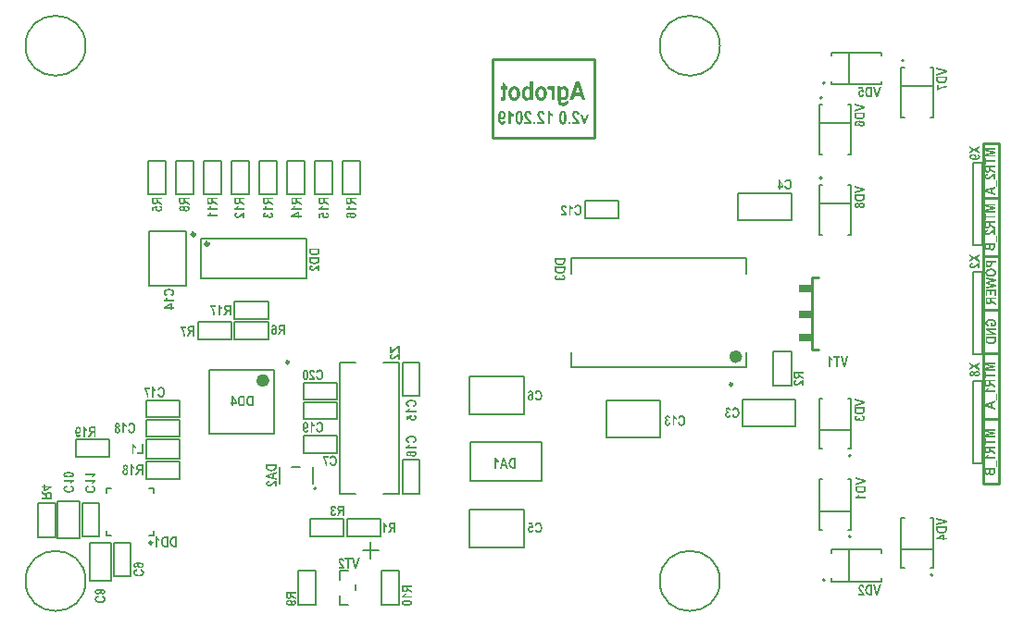
<source format=gbo>
G04 Layer_Color=32896*
%FSLAX43Y43*%
%MOMM*%
G71*
G01*
G75*
%ADD13C,0.200*%
%ADD17C,0.300*%
%ADD63C,0.150*%
%ADD65C,0.254*%
%ADD66C,0.250*%
%ADD115C,0.600*%
%ADD116C,0.203*%
%ADD117R,1.200X0.700*%
%ADD118R,1.200X0.679*%
G36*
X10495Y14125D02*
X10509Y14097D01*
X10524Y14071D01*
X10540Y14050D01*
X10554Y14032D01*
X10565Y14018D01*
X10574Y14009D01*
X10575Y14008D01*
X10577Y14006D01*
X10602Y13984D01*
X10626Y13965D01*
X10647Y13950D01*
X10667Y13937D01*
X10684Y13929D01*
X10695Y13922D01*
X10704Y13919D01*
X10705Y13918D01*
X10706D01*
Y13751D01*
X10667Y13770D01*
X10629Y13791D01*
X10596Y13815D01*
X10568Y13837D01*
X10556Y13847D01*
X10544Y13857D01*
X10534Y13867D01*
X10527Y13874D01*
X10520Y13881D01*
X10516Y13885D01*
X10513Y13888D01*
X10512Y13889D01*
Y13200D01*
X10361D01*
Y14156D01*
X10484D01*
X10495Y14125D01*
D02*
G37*
G36*
X11500Y15100D02*
X10950D01*
Y15261D01*
X11342D01*
Y16046D01*
X11500D01*
Y15100D01*
D02*
G37*
G36*
X10619Y16025D02*
X10633Y15997D01*
X10649Y15971D01*
X10664Y15950D01*
X10678Y15932D01*
X10689Y15918D01*
X10698Y15909D01*
X10699Y15908D01*
X10701Y15906D01*
X10726Y15884D01*
X10750Y15865D01*
X10771Y15850D01*
X10791Y15837D01*
X10808Y15829D01*
X10819Y15822D01*
X10828Y15819D01*
X10829Y15818D01*
X10830D01*
Y15651D01*
X10791Y15670D01*
X10753Y15691D01*
X10720Y15715D01*
X10692Y15737D01*
X10680Y15747D01*
X10668Y15757D01*
X10658Y15767D01*
X10651Y15774D01*
X10644Y15781D01*
X10640Y15785D01*
X10637Y15788D01*
X10636Y15789D01*
Y15100D01*
X10485D01*
Y16056D01*
X10608D01*
X10619Y16025D01*
D02*
G37*
G36*
X11500Y13200D02*
X11342D01*
Y13598D01*
X11291D01*
X11276Y13596D01*
X11262Y13595D01*
X11250Y13592D01*
X11242Y13590D01*
X11236Y13588D01*
X11234Y13586D01*
X11232D01*
X11222Y13582D01*
X11214Y13575D01*
X11200Y13562D01*
X11194Y13557D01*
X11190Y13551D01*
X11187Y13548D01*
X11186Y13547D01*
X11181Y13541D01*
X11176Y13533D01*
X11169Y13524D01*
X11163Y13514D01*
X11149Y13490D01*
X11135Y13466D01*
X11122Y13444D01*
X11117Y13434D01*
X11111Y13426D01*
X11107Y13418D01*
X11104Y13413D01*
X11101Y13409D01*
Y13407D01*
X10988Y13200D01*
X10798D01*
X10894Y13385D01*
X10904Y13404D01*
X10914Y13424D01*
X10923Y13441D01*
X10932Y13457D01*
X10940Y13471D01*
X10947Y13483D01*
X10960Y13504D01*
X10970Y13520D01*
X10978Y13531D01*
X10983Y13538D01*
X10984Y13540D01*
X10997Y13555D01*
X11011Y13571D01*
X11025Y13585D01*
X11038Y13596D01*
X11049Y13606D01*
X11059Y13613D01*
X11064Y13619D01*
X11067Y13620D01*
X11032Y13629D01*
X11002Y13640D01*
X10976Y13654D01*
X10954Y13669D01*
X10938Y13682D01*
X10925Y13693D01*
X10918Y13702D01*
X10915Y13703D01*
Y13705D01*
X10897Y13733D01*
X10883Y13762D01*
X10873Y13792D01*
X10867Y13820D01*
X10863Y13846D01*
X10861Y13857D01*
Y13867D01*
X10860Y13874D01*
Y13881D01*
Y13884D01*
Y13885D01*
X10861Y13918D01*
X10866Y13946D01*
X10871Y13973D01*
X10877Y13995D01*
X10884Y14012D01*
X10890Y14026D01*
X10894Y14035D01*
X10895Y14037D01*
X10909Y14060D01*
X10925Y14078D01*
X10939Y14094D01*
X10953Y14105D01*
X10966Y14115D01*
X10976Y14122D01*
X10983Y14125D01*
X10985Y14126D01*
X10997Y14130D01*
X11009Y14135D01*
X11038Y14142D01*
X11067Y14146D01*
X11097Y14150D01*
X11124Y14152D01*
X11136D01*
X11146Y14153D01*
X11500D01*
Y13200D01*
D02*
G37*
G36*
X19550Y27800D02*
X19392D01*
Y28198D01*
X19341D01*
X19326Y28196D01*
X19312Y28195D01*
X19300Y28192D01*
X19292Y28190D01*
X19286Y28188D01*
X19284Y28186D01*
X19282D01*
X19272Y28182D01*
X19264Y28175D01*
X19250Y28162D01*
X19244Y28157D01*
X19240Y28151D01*
X19237Y28148D01*
X19236Y28147D01*
X19231Y28141D01*
X19226Y28133D01*
X19219Y28124D01*
X19213Y28114D01*
X19199Y28090D01*
X19185Y28066D01*
X19172Y28044D01*
X19167Y28034D01*
X19161Y28026D01*
X19157Y28018D01*
X19154Y28013D01*
X19151Y28009D01*
Y28007D01*
X19038Y27800D01*
X18848D01*
X18944Y27985D01*
X18954Y28004D01*
X18964Y28024D01*
X18973Y28041D01*
X18982Y28057D01*
X18990Y28071D01*
X18997Y28083D01*
X19010Y28104D01*
X19020Y28120D01*
X19028Y28131D01*
X19033Y28138D01*
X19034Y28140D01*
X19047Y28155D01*
X19061Y28171D01*
X19075Y28185D01*
X19088Y28196D01*
X19099Y28206D01*
X19109Y28213D01*
X19114Y28219D01*
X19117Y28220D01*
X19082Y28229D01*
X19052Y28240D01*
X19026Y28254D01*
X19004Y28269D01*
X18988Y28282D01*
X18975Y28293D01*
X18968Y28302D01*
X18965Y28303D01*
Y28305D01*
X18947Y28333D01*
X18933Y28362D01*
X18923Y28392D01*
X18917Y28420D01*
X18913Y28446D01*
X18911Y28457D01*
Y28467D01*
X18910Y28474D01*
Y28481D01*
Y28484D01*
Y28485D01*
X18911Y28518D01*
X18916Y28546D01*
X18921Y28573D01*
X18927Y28595D01*
X18934Y28612D01*
X18940Y28626D01*
X18944Y28635D01*
X18945Y28637D01*
X18959Y28660D01*
X18975Y28678D01*
X18989Y28694D01*
X19003Y28705D01*
X19016Y28715D01*
X19026Y28722D01*
X19033Y28725D01*
X19035Y28726D01*
X19047Y28730D01*
X19059Y28735D01*
X19088Y28742D01*
X19117Y28746D01*
X19147Y28750D01*
X19174Y28752D01*
X19186D01*
X19196Y28753D01*
X19550D01*
Y27800D01*
D02*
G37*
G36*
X18545Y28725D02*
X18559Y28697D01*
X18574Y28671D01*
X18590Y28650D01*
X18604Y28632D01*
X18615Y28618D01*
X18624Y28609D01*
X18625Y28608D01*
X18627Y28606D01*
X18652Y28584D01*
X18676Y28565D01*
X18697Y28550D01*
X18717Y28537D01*
X18734Y28529D01*
X18745Y28522D01*
X18754Y28519D01*
X18755Y28518D01*
X18756D01*
Y28351D01*
X18717Y28370D01*
X18679Y28391D01*
X18646Y28415D01*
X18618Y28437D01*
X18605Y28447D01*
X18594Y28457D01*
X18584Y28467D01*
X18577Y28474D01*
X18570Y28481D01*
X18566Y28485D01*
X18563Y28488D01*
X18562Y28489D01*
Y27800D01*
X18411D01*
Y28756D01*
X18534D01*
X18545Y28725D01*
D02*
G37*
G36*
X9904Y14154D02*
X9923Y14153D01*
X9956Y14146D01*
X9986Y14135D01*
X10010Y14122D01*
X10030Y14109D01*
X10044Y14099D01*
X10048Y14094D01*
X10052Y14091D01*
X10054Y14090D01*
X10055Y14088D01*
X10066Y14075D01*
X10076Y14061D01*
X10092Y14033D01*
X10103Y14004D01*
X10110Y13974D01*
X10116Y13950D01*
X10117Y13939D01*
Y13929D01*
X10118Y13922D01*
Y13916D01*
Y13912D01*
Y13910D01*
X10117Y13885D01*
X10114Y13863D01*
X10110Y13843D01*
X10104Y13826D01*
X10100Y13812D01*
X10096Y13801D01*
X10093Y13795D01*
X10092Y13792D01*
X10080Y13775D01*
X10066Y13760D01*
X10054Y13746D01*
X10040Y13734D01*
X10027Y13726D01*
X10017Y13720D01*
X10011Y13716D01*
X10009Y13715D01*
X10031Y13702D01*
X10051Y13686D01*
X10068Y13671D01*
X10080Y13655D01*
X10092Y13641D01*
X10100Y13630D01*
X10104Y13623D01*
X10106Y13622D01*
Y13620D01*
X10117Y13596D01*
X10124Y13571D01*
X10130Y13547D01*
X10134Y13524D01*
X10137Y13503D01*
X10138Y13488D01*
Y13482D01*
Y13478D01*
Y13475D01*
Y13473D01*
X10137Y13450D01*
X10135Y13427D01*
X10127Y13385D01*
X10121Y13366D01*
X10116Y13348D01*
X10109Y13333D01*
X10102Y13318D01*
X10095Y13306D01*
X10087Y13294D01*
X10082Y13285D01*
X10076Y13276D01*
X10072Y13270D01*
X10068Y13266D01*
X10066Y13263D01*
X10065Y13262D01*
X10051Y13248D01*
X10035Y13237D01*
X10020Y13227D01*
X10004Y13217D01*
X9973Y13203D01*
X9944Y13194D01*
X9918Y13189D01*
X9907Y13187D01*
X9897Y13186D01*
X9890Y13184D01*
X9879D01*
X9852Y13186D01*
X9828Y13190D01*
X9806Y13196D01*
X9787Y13203D01*
X9772Y13208D01*
X9759Y13214D01*
X9752Y13218D01*
X9749Y13220D01*
X9728Y13234D01*
X9711Y13251D01*
X9696Y13268D01*
X9683Y13285D01*
X9672Y13300D01*
X9665Y13311D01*
X9660Y13320D01*
X9659Y13321D01*
Y13323D01*
X9648Y13349D01*
X9639Y13376D01*
X9634Y13402D01*
X9629Y13427D01*
X9627Y13448D01*
Y13457D01*
X9625Y13464D01*
Y13471D01*
Y13475D01*
Y13478D01*
Y13479D01*
X9627Y13510D01*
X9631Y13538D01*
X9636Y13562D01*
X9642Y13583D01*
X9648Y13600D01*
X9653Y13613D01*
X9658Y13620D01*
X9659Y13623D01*
X9673Y13644D01*
X9689Y13662D01*
X9705Y13678D01*
X9721Y13691D01*
X9736Y13702D01*
X9748Y13709D01*
X9756Y13713D01*
X9758Y13715D01*
X9759D01*
X9742Y13726D01*
X9725Y13738D01*
X9713Y13751D01*
X9701Y13764D01*
X9691Y13775D01*
X9686Y13784D01*
X9681Y13789D01*
X9680Y13792D01*
X9670Y13812D01*
X9663Y13833D01*
X9658Y13853D01*
X9655Y13871D01*
X9652Y13888D01*
X9650Y13901D01*
Y13909D01*
Y13910D01*
Y13912D01*
Y13930D01*
X9653Y13949D01*
X9660Y13981D01*
X9670Y14011D01*
X9680Y14036D01*
X9691Y14056D01*
X9697Y14064D01*
X9701Y14071D01*
X9705Y14077D01*
X9708Y14081D01*
X9710Y14082D01*
X9711Y14084D01*
X9722Y14097D01*
X9735Y14108D01*
X9749Y14118D01*
X9763Y14126D01*
X9791Y14139D01*
X9820Y14147D01*
X9845Y14152D01*
X9856Y14153D01*
X9866Y14154D01*
X9873Y14156D01*
X9884D01*
X9904Y14154D01*
D02*
G37*
G36*
X9176Y17979D02*
X9194Y17978D01*
X9228Y17971D01*
X9258Y17960D01*
X9282Y17947D01*
X9301Y17934D01*
X9316Y17924D01*
X9320Y17919D01*
X9324Y17916D01*
X9325Y17915D01*
X9327Y17913D01*
X9338Y17900D01*
X9348Y17886D01*
X9364Y17858D01*
X9375Y17829D01*
X9382Y17799D01*
X9387Y17775D01*
X9389Y17764D01*
Y17754D01*
X9390Y17747D01*
Y17741D01*
Y17737D01*
Y17735D01*
X9389Y17710D01*
X9386Y17688D01*
X9382Y17668D01*
X9376Y17651D01*
X9372Y17637D01*
X9368Y17626D01*
X9365Y17620D01*
X9364Y17617D01*
X9352Y17600D01*
X9338Y17585D01*
X9325Y17571D01*
X9311Y17559D01*
X9299Y17551D01*
X9289Y17545D01*
X9283Y17541D01*
X9280Y17540D01*
X9303Y17527D01*
X9323Y17511D01*
X9340Y17496D01*
X9352Y17480D01*
X9364Y17466D01*
X9372Y17455D01*
X9376Y17448D01*
X9378Y17447D01*
Y17445D01*
X9389Y17421D01*
X9396Y17396D01*
X9402Y17372D01*
X9406Y17349D01*
X9409Y17328D01*
X9410Y17313D01*
Y17307D01*
Y17303D01*
Y17300D01*
Y17298D01*
X9409Y17275D01*
X9407Y17252D01*
X9399Y17210D01*
X9393Y17191D01*
X9387Y17173D01*
X9380Y17158D01*
X9373Y17143D01*
X9366Y17131D01*
X9359Y17119D01*
X9354Y17110D01*
X9348Y17101D01*
X9344Y17095D01*
X9340Y17091D01*
X9338Y17088D01*
X9337Y17087D01*
X9323Y17073D01*
X9307Y17062D01*
X9292Y17052D01*
X9276Y17042D01*
X9245Y17028D01*
X9215Y17019D01*
X9190Y17014D01*
X9179Y17012D01*
X9169Y17011D01*
X9162Y17009D01*
X9151D01*
X9124Y17011D01*
X9100Y17015D01*
X9077Y17021D01*
X9059Y17028D01*
X9044Y17033D01*
X9031Y17039D01*
X9024Y17043D01*
X9021Y17045D01*
X9000Y17059D01*
X8983Y17076D01*
X8967Y17093D01*
X8955Y17110D01*
X8943Y17125D01*
X8936Y17136D01*
X8932Y17145D01*
X8931Y17146D01*
Y17148D01*
X8919Y17174D01*
X8911Y17201D01*
X8905Y17227D01*
X8901Y17252D01*
X8898Y17273D01*
Y17282D01*
X8897Y17289D01*
Y17296D01*
Y17300D01*
Y17303D01*
Y17304D01*
X8898Y17335D01*
X8903Y17363D01*
X8908Y17387D01*
X8914Y17408D01*
X8919Y17425D01*
X8925Y17438D01*
X8929Y17445D01*
X8931Y17448D01*
X8945Y17469D01*
X8960Y17487D01*
X8977Y17503D01*
X8993Y17516D01*
X9008Y17527D01*
X9020Y17534D01*
X9028Y17538D01*
X9029Y17540D01*
X9031D01*
X9014Y17551D01*
X8997Y17564D01*
X8984Y17576D01*
X8973Y17589D01*
X8963Y17600D01*
X8958Y17609D01*
X8953Y17614D01*
X8952Y17617D01*
X8942Y17637D01*
X8935Y17658D01*
X8929Y17678D01*
X8927Y17696D01*
X8924Y17713D01*
X8922Y17726D01*
Y17734D01*
Y17735D01*
Y17737D01*
Y17755D01*
X8925Y17774D01*
X8932Y17806D01*
X8942Y17836D01*
X8952Y17861D01*
X8963Y17881D01*
X8969Y17889D01*
X8973Y17896D01*
X8977Y17902D01*
X8980Y17906D01*
X8981Y17907D01*
X8983Y17909D01*
X8994Y17922D01*
X9007Y17933D01*
X9021Y17943D01*
X9035Y17951D01*
X9063Y17964D01*
X9091Y17972D01*
X9117Y17977D01*
X9128Y17978D01*
X9138Y17979D01*
X9145Y17981D01*
X9156D01*
X9176Y17979D01*
D02*
G37*
G36*
X12467Y21225D02*
X12481Y21197D01*
X12496Y21171D01*
X12512Y21150D01*
X12526Y21132D01*
X12537Y21118D01*
X12546Y21109D01*
X12547Y21108D01*
X12548Y21106D01*
X12574Y21084D01*
X12598Y21065D01*
X12619Y21050D01*
X12639Y21037D01*
X12656Y21029D01*
X12667Y21022D01*
X12675Y21019D01*
X12677Y21018D01*
X12678D01*
Y20851D01*
X12639Y20870D01*
X12601Y20891D01*
X12568Y20915D01*
X12540Y20937D01*
X12527Y20947D01*
X12516Y20957D01*
X12506Y20967D01*
X12499Y20974D01*
X12492Y20981D01*
X12488Y20985D01*
X12485Y20988D01*
X12484Y20989D01*
Y20300D01*
X12333D01*
Y21256D01*
X12455D01*
X12467Y21225D01*
D02*
G37*
G36*
X36083Y15409D02*
X36126Y15407D01*
X36166Y15403D01*
X36203Y15399D01*
X36236Y15392D01*
X36266Y15386D01*
X36294Y15379D01*
X36318Y15372D01*
X36339Y15365D01*
X36356Y15358D01*
X36372Y15351D01*
X36384Y15345D01*
X36393Y15341D01*
X36400Y15337D01*
X36404Y15335D01*
X36406Y15334D01*
X36425Y15318D01*
X36442Y15303D01*
X36456Y15287D01*
X36469Y15270D01*
X36480Y15255D01*
X36489Y15238D01*
X36496Y15223D01*
X36501Y15207D01*
X36510Y15180D01*
X36513Y15169D01*
X36514Y15159D01*
Y15151D01*
X36515Y15145D01*
Y15141D01*
Y15139D01*
X36514Y15120D01*
X36511Y15101D01*
X36507Y15083D01*
X36503Y15066D01*
X36489Y15035D01*
X36473Y15010D01*
X36458Y14989D01*
X36451Y14980D01*
X36444Y14973D01*
X36439Y14967D01*
X36435Y14963D01*
X36432Y14962D01*
X36431Y14960D01*
X36414Y14948D01*
X36396Y14936D01*
X36377Y14927D01*
X36358Y14918D01*
X36318Y14905D01*
X36281Y14895D01*
X36263Y14893D01*
X36248Y14891D01*
X36232Y14890D01*
X36219Y14888D01*
X36210Y14887D01*
X36195D01*
X36170Y14888D01*
X36145Y14890D01*
X36122Y14893D01*
X36100Y14898D01*
X36080Y14903D01*
X36062Y14908D01*
X36045Y14915D01*
X36029Y14921D01*
X36015Y14928D01*
X36002Y14934D01*
X35993Y14941D01*
X35984Y14945D01*
X35977Y14949D01*
X35973Y14953D01*
X35970Y14955D01*
X35969Y14956D01*
X35953Y14969D01*
X35940Y14983D01*
X35929Y14996D01*
X35919Y15010D01*
X35911Y15022D01*
X35904Y15036D01*
X35894Y15060D01*
X35887Y15083D01*
X35885Y15091D01*
X35884Y15100D01*
X35883Y15107D01*
Y15111D01*
Y15114D01*
Y15115D01*
X35884Y15131D01*
X35885Y15145D01*
X35890Y15159D01*
X35892Y15170D01*
X35897Y15179D01*
X35901Y15187D01*
X35902Y15192D01*
X35904Y15193D01*
X35912Y15206D01*
X35922Y15217D01*
X35932Y15227D01*
X35942Y15237D01*
X35950Y15244D01*
X35957Y15249D01*
X35963Y15254D01*
X35964Y15255D01*
X35935Y15254D01*
X35908Y15251D01*
X35884Y15248D01*
X35863Y15245D01*
X35843Y15242D01*
X35825Y15238D01*
X35809Y15235D01*
X35795Y15231D01*
X35784Y15228D01*
X35774Y15225D01*
X35766Y15221D01*
X35760Y15220D01*
X35754Y15217D01*
X35751Y15215D01*
X35749Y15214D01*
X35730Y15201D01*
X35718Y15187D01*
X35708Y15175D01*
X35702Y15162D01*
X35698Y15151D01*
X35696Y15142D01*
X35695Y15135D01*
Y15134D01*
X35696Y15121D01*
X35699Y15108D01*
X35705Y15098D01*
X35712Y15089D01*
X35729Y15073D01*
X35747Y15063D01*
X35767Y15055D01*
X35784Y15051D01*
X35791Y15049D01*
X35797Y15048D01*
X35801D01*
X35781Y14903D01*
X35739Y14911D01*
X35704Y14921D01*
X35673Y14934D01*
X35647Y14946D01*
X35629Y14959D01*
X35615Y14969D01*
X35606Y14976D01*
X35603Y14979D01*
X35584Y15001D01*
X35570Y15027D01*
X35558Y15051D01*
X35551Y15075D01*
X35547Y15094D01*
X35546Y15111D01*
X35544Y15117D01*
Y15121D01*
Y15124D01*
Y15125D01*
X35546Y15148D01*
X35548Y15170D01*
X35555Y15190D01*
X35563Y15210D01*
X35581Y15245D01*
X35591Y15261D01*
X35602Y15275D01*
X35613Y15287D01*
X35623Y15299D01*
X35633Y15309D01*
X35641Y15317D01*
X35649Y15323D01*
X35654Y15327D01*
X35658Y15330D01*
X35660Y15331D01*
X35682Y15345D01*
X35709Y15356D01*
X35737Y15368D01*
X35767Y15376D01*
X35829Y15390D01*
X35891Y15400D01*
X35921Y15403D01*
X35947Y15406D01*
X35971Y15407D01*
X35994Y15409D01*
X36011Y15410D01*
X36036D01*
X36083Y15409D01*
D02*
G37*
G36*
X35930Y15939D02*
X35909Y15901D01*
X35885Y15868D01*
X35863Y15840D01*
X35853Y15827D01*
X35843Y15816D01*
X35833Y15806D01*
X35826Y15799D01*
X35819Y15792D01*
X35815Y15788D01*
X35812Y15785D01*
X35811Y15784D01*
X36500D01*
Y15633D01*
X35544D01*
Y15755D01*
X35575Y15767D01*
X35603Y15781D01*
X35629Y15796D01*
X35650Y15812D01*
X35668Y15826D01*
X35682Y15837D01*
X35691Y15846D01*
X35692Y15847D01*
X35694Y15848D01*
X35716Y15874D01*
X35735Y15898D01*
X35750Y15919D01*
X35763Y15939D01*
X35771Y15956D01*
X35778Y15967D01*
X35781Y15975D01*
X35782Y15977D01*
Y15978D01*
X35949D01*
X35930Y15939D01*
D02*
G37*
G36*
X13163Y21267D02*
X13191Y21263D01*
X13217Y21257D01*
X13242Y21250D01*
X13265Y21240D01*
X13286Y21230D01*
X13305Y21219D01*
X13322Y21209D01*
X13338Y21198D01*
X13352Y21187D01*
X13363Y21177D01*
X13373Y21167D01*
X13380Y21160D01*
X13386Y21154D01*
X13389Y21150D01*
X13390Y21149D01*
X13410Y21122D01*
X13427Y21092D01*
X13441Y21063D01*
X13453Y21032D01*
X13465Y20999D01*
X13473Y20968D01*
X13480Y20937D01*
X13486Y20906D01*
X13490Y20878D01*
X13494Y20853D01*
X13497Y20829D01*
X13499Y20807D01*
Y20792D01*
X13500Y20779D01*
Y20771D01*
Y20769D01*
Y20768D01*
X13499Y20726D01*
X13496Y20686D01*
X13490Y20648D01*
X13483Y20613D01*
X13475Y20581D01*
X13466Y20551D01*
X13456Y20523D01*
X13445Y20499D01*
X13435Y20476D01*
X13425Y20456D01*
X13417Y20440D01*
X13408Y20427D01*
X13401Y20416D01*
X13396Y20407D01*
X13393Y20403D01*
X13391Y20402D01*
X13373Y20380D01*
X13353Y20363D01*
X13334Y20348D01*
X13313Y20334D01*
X13291Y20323D01*
X13272Y20313D01*
X13252Y20306D01*
X13232Y20299D01*
X13214Y20294D01*
X13197Y20290D01*
X13181Y20289D01*
X13169Y20286D01*
X13157D01*
X13150Y20284D01*
X13143D01*
X13121Y20286D01*
X13100Y20287D01*
X13060Y20296D01*
X13025Y20307D01*
X13009Y20314D01*
X12995Y20321D01*
X12983Y20328D01*
X12971Y20335D01*
X12962Y20341D01*
X12954Y20347D01*
X12947Y20351D01*
X12943Y20355D01*
X12940Y20356D01*
X12939Y20358D01*
X12923Y20373D01*
X12909Y20389D01*
X12885Y20425D01*
X12864Y20465D01*
X12847Y20503D01*
X12840Y20521D01*
X12835Y20538D01*
X12830Y20554D01*
X12826Y20566D01*
X12823Y20578D01*
X12821Y20586D01*
X12819Y20592D01*
Y20593D01*
X12973Y20652D01*
X12981Y20614D01*
X12993Y20583D01*
X13002Y20557D01*
X13014Y20535D01*
X13024Y20518D01*
X13032Y20507D01*
X13038Y20500D01*
X13039Y20497D01*
X13056Y20482D01*
X13074Y20469D01*
X13093Y20461D01*
X13110Y20455D01*
X13124Y20452D01*
X13136Y20451D01*
X13143Y20449D01*
X13146D01*
X13162Y20451D01*
X13176Y20452D01*
X13204Y20461D01*
X13227Y20473D01*
X13246Y20487D01*
X13263Y20500D01*
X13274Y20513D01*
X13281Y20521D01*
X13284Y20523D01*
Y20524D01*
X13293Y20540D01*
X13301Y20557D01*
X13308Y20576D01*
X13314Y20596D01*
X13324Y20638D01*
X13329Y20681D01*
X13332Y20700D01*
X13334Y20719D01*
X13335Y20736D01*
Y20750D01*
X13336Y20762D01*
Y20771D01*
Y20778D01*
Y20779D01*
Y20810D01*
X13334Y20840D01*
X13331Y20867D01*
X13328Y20891D01*
X13324Y20913D01*
X13320Y20934D01*
X13315Y20953D01*
X13310Y20968D01*
X13304Y20982D01*
X13300Y20995D01*
X13296Y21005D01*
X13291Y21013D01*
X13287Y21019D01*
X13286Y21025D01*
X13283Y21026D01*
Y21027D01*
X13272Y21042D01*
X13260Y21053D01*
X13249Y21063D01*
X13238Y21071D01*
X13214Y21085D01*
X13191Y21094D01*
X13172Y21099D01*
X13156Y21102D01*
X13150Y21104D01*
X13142D01*
X13119Y21102D01*
X13100Y21096D01*
X13083Y21091D01*
X13067Y21082D01*
X13055Y21075D01*
X13045Y21068D01*
X13039Y21063D01*
X13038Y21061D01*
X13022Y21044D01*
X13009Y21026D01*
X12998Y21006D01*
X12990Y20987D01*
X12984Y20970D01*
X12980Y20956D01*
X12978Y20950D01*
Y20946D01*
X12977Y20944D01*
Y20943D01*
X12821Y20988D01*
X12826Y21010D01*
X12833Y21032D01*
X12840Y21051D01*
X12847Y21071D01*
X12856Y21088D01*
X12863Y21104D01*
X12871Y21116D01*
X12878Y21129D01*
X12885Y21140D01*
X12892Y21150D01*
X12898Y21159D01*
X12904Y21166D01*
X12908Y21170D01*
X12911Y21174D01*
X12912Y21177D01*
X12914D01*
X12930Y21192D01*
X12949Y21206D01*
X12967Y21219D01*
X12985Y21230D01*
X13004Y21239D01*
X13022Y21246D01*
X13057Y21257D01*
X13073Y21261D01*
X13087Y21264D01*
X13100Y21266D01*
X13111Y21267D01*
X13121Y21268D01*
X13133D01*
X13163Y21267D01*
D02*
G37*
G36*
X10463Y17992D02*
X10491Y17988D01*
X10517Y17982D01*
X10542Y17975D01*
X10565Y17965D01*
X10586Y17955D01*
X10605Y17944D01*
X10622Y17934D01*
X10638Y17923D01*
X10652Y17912D01*
X10663Y17902D01*
X10673Y17892D01*
X10680Y17885D01*
X10686Y17879D01*
X10689Y17875D01*
X10690Y17874D01*
X10710Y17847D01*
X10727Y17817D01*
X10741Y17788D01*
X10753Y17757D01*
X10765Y17724D01*
X10773Y17693D01*
X10780Y17662D01*
X10786Y17631D01*
X10790Y17603D01*
X10794Y17578D01*
X10797Y17554D01*
X10799Y17532D01*
Y17517D01*
X10800Y17504D01*
Y17496D01*
Y17494D01*
Y17493D01*
X10799Y17451D01*
X10796Y17411D01*
X10790Y17373D01*
X10783Y17338D01*
X10775Y17306D01*
X10766Y17276D01*
X10756Y17248D01*
X10745Y17224D01*
X10735Y17201D01*
X10725Y17181D01*
X10717Y17165D01*
X10708Y17152D01*
X10701Y17141D01*
X10696Y17132D01*
X10693Y17128D01*
X10691Y17126D01*
X10673Y17105D01*
X10653Y17088D01*
X10634Y17073D01*
X10613Y17059D01*
X10591Y17048D01*
X10572Y17038D01*
X10552Y17031D01*
X10532Y17024D01*
X10514Y17019D01*
X10497Y17015D01*
X10481Y17014D01*
X10469Y17011D01*
X10457D01*
X10450Y17009D01*
X10443D01*
X10421Y17011D01*
X10400Y17012D01*
X10360Y17021D01*
X10325Y17032D01*
X10309Y17039D01*
X10295Y17046D01*
X10283Y17053D01*
X10271Y17060D01*
X10262Y17066D01*
X10254Y17072D01*
X10247Y17076D01*
X10243Y17080D01*
X10240Y17081D01*
X10239Y17083D01*
X10223Y17098D01*
X10209Y17114D01*
X10185Y17150D01*
X10164Y17190D01*
X10147Y17228D01*
X10140Y17246D01*
X10135Y17263D01*
X10130Y17279D01*
X10126Y17291D01*
X10123Y17303D01*
X10121Y17311D01*
X10119Y17317D01*
Y17318D01*
X10273Y17377D01*
X10281Y17339D01*
X10293Y17308D01*
X10302Y17282D01*
X10314Y17260D01*
X10324Y17243D01*
X10332Y17232D01*
X10338Y17225D01*
X10339Y17222D01*
X10356Y17207D01*
X10374Y17194D01*
X10393Y17186D01*
X10410Y17180D01*
X10424Y17177D01*
X10436Y17176D01*
X10443Y17174D01*
X10446D01*
X10462Y17176D01*
X10476Y17177D01*
X10504Y17186D01*
X10527Y17198D01*
X10546Y17212D01*
X10563Y17225D01*
X10574Y17238D01*
X10582Y17246D01*
X10584Y17248D01*
Y17249D01*
X10593Y17265D01*
X10601Y17282D01*
X10608Y17301D01*
X10614Y17321D01*
X10624Y17363D01*
X10629Y17406D01*
X10632Y17425D01*
X10634Y17444D01*
X10635Y17461D01*
Y17475D01*
X10636Y17487D01*
Y17496D01*
Y17503D01*
Y17504D01*
Y17535D01*
X10634Y17565D01*
X10631Y17592D01*
X10628Y17616D01*
X10624Y17638D01*
X10620Y17659D01*
X10615Y17678D01*
X10610Y17693D01*
X10604Y17707D01*
X10600Y17720D01*
X10596Y17730D01*
X10591Y17738D01*
X10587Y17744D01*
X10586Y17750D01*
X10583Y17751D01*
Y17752D01*
X10572Y17767D01*
X10560Y17778D01*
X10549Y17788D01*
X10538Y17796D01*
X10514Y17810D01*
X10491Y17819D01*
X10472Y17824D01*
X10456Y17827D01*
X10450Y17829D01*
X10442D01*
X10419Y17827D01*
X10400Y17821D01*
X10383Y17816D01*
X10367Y17807D01*
X10355Y17800D01*
X10345Y17793D01*
X10339Y17788D01*
X10338Y17786D01*
X10322Y17769D01*
X10309Y17751D01*
X10298Y17731D01*
X10290Y17712D01*
X10284Y17695D01*
X10280Y17681D01*
X10278Y17675D01*
Y17671D01*
X10277Y17669D01*
Y17668D01*
X10121Y17713D01*
X10126Y17735D01*
X10133Y17757D01*
X10140Y17776D01*
X10147Y17796D01*
X10156Y17813D01*
X10163Y17829D01*
X10171Y17841D01*
X10178Y17854D01*
X10185Y17865D01*
X10192Y17875D01*
X10198Y17884D01*
X10204Y17891D01*
X10208Y17895D01*
X10211Y17899D01*
X10212Y17902D01*
X10214D01*
X10230Y17917D01*
X10249Y17931D01*
X10267Y17944D01*
X10285Y17955D01*
X10304Y17964D01*
X10322Y17971D01*
X10357Y17982D01*
X10373Y17986D01*
X10387Y17989D01*
X10400Y17991D01*
X10411Y17992D01*
X10421Y17993D01*
X10433D01*
X10463Y17992D01*
D02*
G37*
G36*
X9767Y17950D02*
X9781Y17922D01*
X9796Y17896D01*
X9812Y17875D01*
X9826Y17857D01*
X9837Y17843D01*
X9846Y17834D01*
X9847Y17833D01*
X9848Y17831D01*
X9874Y17809D01*
X9898Y17790D01*
X9919Y17775D01*
X9939Y17762D01*
X9956Y17754D01*
X9967Y17747D01*
X9975Y17744D01*
X9977Y17743D01*
X9978D01*
Y17576D01*
X9939Y17595D01*
X9901Y17616D01*
X9868Y17640D01*
X9840Y17662D01*
X9827Y17672D01*
X9816Y17682D01*
X9806Y17692D01*
X9799Y17699D01*
X9792Y17706D01*
X9788Y17710D01*
X9785Y17713D01*
X9784Y17714D01*
Y17025D01*
X9633D01*
Y17981D01*
X9755D01*
X9767Y17950D01*
D02*
G37*
G36*
X12110Y21071D02*
X11770D01*
X11808Y21009D01*
X11841Y20944D01*
X11870Y20884D01*
X11883Y20854D01*
X11894Y20827D01*
X11904Y20800D01*
X11914Y20778D01*
X11921Y20757D01*
X11928Y20738D01*
X11932Y20724D01*
X11937Y20713D01*
X11938Y20707D01*
X11939Y20705D01*
X11961Y20630D01*
X11976Y20557D01*
X11982Y20521D01*
X11987Y20487D01*
X11992Y20456D01*
X11996Y20427D01*
X11999Y20400D01*
X12001Y20375D01*
X12003Y20354D01*
X12004Y20335D01*
Y20320D01*
X12006Y20308D01*
Y20303D01*
Y20300D01*
X11862D01*
X11861Y20349D01*
X11856Y20400D01*
X11851Y20449D01*
X11848Y20472D01*
X11844Y20495D01*
X11841Y20514D01*
X11838Y20533D01*
X11835Y20550D01*
X11832Y20564D01*
X11830Y20575D01*
X11828Y20583D01*
X11827Y20589D01*
Y20590D01*
X11813Y20650D01*
X11796Y20705D01*
X11787Y20731D01*
X11780Y20757D01*
X11772Y20779D01*
X11763Y20800D01*
X11756Y20820D01*
X11749Y20839D01*
X11742Y20854D01*
X11738Y20867D01*
X11732Y20877D01*
X11729Y20885D01*
X11727Y20889D01*
Y20891D01*
X11714Y20916D01*
X11703Y20940D01*
X11690Y20963D01*
X11679Y20984D01*
X11667Y21002D01*
X11658Y21020D01*
X11648Y21036D01*
X11638Y21051D01*
X11629Y21064D01*
X11622Y21075D01*
X11615Y21084D01*
X11610Y21092D01*
X11604Y21098D01*
X11601Y21104D01*
X11598Y21105D01*
Y21106D01*
Y21240D01*
X12110D01*
Y21071D01*
D02*
G37*
G36*
X49998Y37929D02*
X50018Y37928D01*
X50053Y37919D01*
X50084Y37910D01*
X50110Y37897D01*
X50131Y37884D01*
X50138Y37877D01*
X50145Y37873D01*
X50150Y37869D01*
X50155Y37865D01*
X50156Y37863D01*
X50158Y37862D01*
X50170Y37848D01*
X50180Y37834D01*
X50198Y37800D01*
X50212Y37764D01*
X50222Y37731D01*
X50227Y37714D01*
X50231Y37698D01*
X50232Y37684D01*
X50235Y37673D01*
X50236Y37663D01*
Y37656D01*
X50238Y37650D01*
Y37649D01*
X50088Y37629D01*
X50086Y37656D01*
X50081Y37678D01*
X50076Y37698D01*
X50069Y37715D01*
X50060Y37731D01*
X50052Y37742D01*
X50042Y37752D01*
X50032Y37760D01*
X50022Y37766D01*
X50014Y37770D01*
X49997Y37776D01*
X49991Y37777D01*
X49986Y37779D01*
X49981D01*
X49966Y37777D01*
X49950Y37773D01*
X49938Y37769D01*
X49928Y37763D01*
X49919Y37756D01*
X49914Y37752D01*
X49909Y37748D01*
X49908Y37746D01*
X49898Y37733D01*
X49891Y37718D01*
X49887Y37702D01*
X49883Y37687D01*
X49881Y37673D01*
X49880Y37662D01*
Y37654D01*
Y37653D01*
Y37652D01*
X49881Y37631D01*
X49885Y37609D01*
X49891Y37590D01*
X49897Y37573D01*
X49902Y37557D01*
X49908Y37546D01*
X49912Y37539D01*
X49914Y37536D01*
X49919Y37528D01*
X49926Y37518D01*
X49943Y37495D01*
X49963Y37471D01*
X49984Y37446D01*
X50004Y37422D01*
X50012Y37411D01*
X50021Y37402D01*
X50026Y37395D01*
X50032Y37389D01*
X50035Y37385D01*
X50036Y37384D01*
X50059Y37358D01*
X50079Y37333D01*
X50098Y37311D01*
X50115Y37289D01*
X50131Y37268D01*
X50143Y37250D01*
X50156Y37233D01*
X50166Y37217D01*
X50176Y37203D01*
X50184Y37192D01*
X50190Y37181D01*
X50196Y37172D01*
X50200Y37165D01*
X50201Y37161D01*
X50204Y37158D01*
Y37157D01*
X50218Y37124D01*
X50229Y37092D01*
X50239Y37061D01*
X50245Y37034D01*
X50249Y37010D01*
X50252Y37000D01*
X50253Y36992D01*
Y36985D01*
X50255Y36979D01*
Y36976D01*
Y36975D01*
X49729D01*
Y37144D01*
X50028D01*
X50018Y37162D01*
X50008Y37178D01*
X50004Y37184D01*
X50000Y37189D01*
X49998Y37192D01*
X49997Y37194D01*
X49987Y37206D01*
X49974Y37222D01*
X49959Y37239D01*
X49943Y37257D01*
X49929Y37274D01*
X49916Y37288D01*
X49912Y37294D01*
X49908Y37298D01*
X49907Y37299D01*
X49905Y37301D01*
X49878Y37332D01*
X49856Y37360D01*
X49836Y37384D01*
X49821Y37405D01*
X49809Y37420D01*
X49801Y37433D01*
X49797Y37440D01*
X49795Y37443D01*
X49784Y37464D01*
X49773Y37484D01*
X49764Y37502D01*
X49757Y37519D01*
X49753Y37533D01*
X49749Y37543D01*
X49746Y37550D01*
Y37553D01*
X49740Y37574D01*
X49736Y37594D01*
X49733Y37614D01*
X49730Y37631D01*
Y37646D01*
X49729Y37657D01*
Y37664D01*
Y37667D01*
Y37687D01*
X49732Y37705D01*
X49739Y37739D01*
X49749Y37770D01*
X49760Y37797D01*
X49773Y37819D01*
X49778Y37829D01*
X49783Y37836D01*
X49787Y37842D01*
X49790Y37846D01*
X49791Y37849D01*
X49792Y37850D01*
X49805Y37865D01*
X49818Y37877D01*
X49832Y37887D01*
X49847Y37897D01*
X49863Y37905D01*
X49878Y37911D01*
X49908Y37921D01*
X49936Y37927D01*
X49947Y37928D01*
X49959Y37929D01*
X49967Y37931D01*
X49978D01*
X49998Y37929D01*
D02*
G37*
G36*
X10977Y4427D02*
X10939Y4419D01*
X10908Y4407D01*
X10882Y4398D01*
X10860Y4386D01*
X10844Y4376D01*
X10832Y4368D01*
X10825Y4362D01*
X10822Y4361D01*
X10807Y4344D01*
X10794Y4326D01*
X10786Y4307D01*
X10780Y4290D01*
X10777Y4276D01*
X10776Y4264D01*
X10774Y4257D01*
Y4255D01*
Y4254D01*
X10776Y4238D01*
X10777Y4224D01*
X10786Y4196D01*
X10798Y4173D01*
X10812Y4154D01*
X10825Y4137D01*
X10838Y4126D01*
X10846Y4119D01*
X10848Y4116D01*
X10849D01*
X10865Y4107D01*
X10882Y4099D01*
X10901Y4092D01*
X10921Y4086D01*
X10963Y4076D01*
X11006Y4071D01*
X11025Y4068D01*
X11044Y4066D01*
X11061Y4065D01*
X11075D01*
X11087Y4064D01*
X11135D01*
X11165Y4066D01*
X11192Y4069D01*
X11216Y4072D01*
X11238Y4076D01*
X11259Y4080D01*
X11278Y4085D01*
X11293Y4090D01*
X11307Y4096D01*
X11320Y4100D01*
X11330Y4104D01*
X11338Y4109D01*
X11344Y4113D01*
X11350Y4114D01*
X11351Y4117D01*
X11352D01*
X11366Y4128D01*
X11378Y4140D01*
X11388Y4151D01*
X11396Y4162D01*
X11410Y4186D01*
X11419Y4209D01*
X11424Y4228D01*
X11427Y4244D01*
X11429Y4250D01*
Y4254D01*
Y4257D01*
Y4258D01*
X11427Y4281D01*
X11421Y4300D01*
X11416Y4317D01*
X11407Y4333D01*
X11400Y4345D01*
X11393Y4355D01*
X11388Y4361D01*
X11386Y4362D01*
X11369Y4378D01*
X11351Y4391D01*
X11331Y4402D01*
X11312Y4410D01*
X11295Y4416D01*
X11281Y4420D01*
X11275Y4422D01*
X11271D01*
X11269Y4423D01*
X11268D01*
X11313Y4579D01*
X11335Y4574D01*
X11357Y4567D01*
X11376Y4560D01*
X11396Y4553D01*
X11413Y4544D01*
X11429Y4537D01*
X11441Y4529D01*
X11454Y4522D01*
X11465Y4515D01*
X11475Y4508D01*
X11484Y4502D01*
X11491Y4496D01*
X11495Y4492D01*
X11499Y4489D01*
X11502Y4488D01*
Y4486D01*
X11517Y4470D01*
X11531Y4451D01*
X11544Y4433D01*
X11555Y4415D01*
X11564Y4396D01*
X11571Y4378D01*
X11582Y4343D01*
X11586Y4327D01*
X11589Y4313D01*
X11591Y4300D01*
X11592Y4289D01*
X11593Y4279D01*
Y4272D01*
Y4268D01*
Y4267D01*
X11592Y4237D01*
X11588Y4209D01*
X11582Y4183D01*
X11575Y4158D01*
X11565Y4135D01*
X11555Y4114D01*
X11544Y4095D01*
X11534Y4078D01*
X11523Y4062D01*
X11512Y4048D01*
X11502Y4037D01*
X11492Y4027D01*
X11485Y4020D01*
X11479Y4014D01*
X11475Y4011D01*
X11474Y4010D01*
X11447Y3990D01*
X11417Y3973D01*
X11388Y3959D01*
X11357Y3947D01*
X11324Y3935D01*
X11293Y3927D01*
X11262Y3920D01*
X11231Y3914D01*
X11203Y3910D01*
X11178Y3906D01*
X11154Y3903D01*
X11132Y3901D01*
X11117D01*
X11104Y3900D01*
X11093D01*
X11051Y3901D01*
X11011Y3904D01*
X10973Y3910D01*
X10938Y3917D01*
X10906Y3925D01*
X10876Y3934D01*
X10848Y3944D01*
X10824Y3955D01*
X10801Y3965D01*
X10781Y3975D01*
X10765Y3983D01*
X10752Y3992D01*
X10741Y3999D01*
X10732Y4004D01*
X10728Y4007D01*
X10726Y4009D01*
X10705Y4027D01*
X10688Y4047D01*
X10673Y4066D01*
X10659Y4087D01*
X10648Y4109D01*
X10638Y4128D01*
X10631Y4148D01*
X10624Y4168D01*
X10619Y4186D01*
X10615Y4203D01*
X10614Y4219D01*
X10611Y4231D01*
Y4243D01*
X10609Y4250D01*
Y4255D01*
Y4257D01*
X10611Y4279D01*
X10612Y4300D01*
X10621Y4340D01*
X10632Y4375D01*
X10639Y4391D01*
X10646Y4405D01*
X10653Y4417D01*
X10660Y4429D01*
X10666Y4439D01*
X10672Y4446D01*
X10676Y4453D01*
X10680Y4457D01*
X10681Y4460D01*
X10683Y4461D01*
X10698Y4477D01*
X10714Y4491D01*
X10750Y4515D01*
X10790Y4536D01*
X10828Y4553D01*
X10846Y4560D01*
X10863Y4565D01*
X10879Y4570D01*
X10891Y4574D01*
X10903Y4577D01*
X10911Y4579D01*
X10917Y4581D01*
X10918D01*
X10977Y4427D01*
D02*
G37*
G36*
X11147Y5191D02*
X11190Y5190D01*
X11230Y5186D01*
X11266Y5180D01*
X11300Y5174D01*
X11330Y5169D01*
X11358Y5162D01*
X11382Y5155D01*
X11403Y5146D01*
X11420Y5139D01*
X11436Y5133D01*
X11448Y5128D01*
X11458Y5122D01*
X11464Y5118D01*
X11468Y5117D01*
X11469Y5115D01*
X11489Y5100D01*
X11506Y5084D01*
X11522Y5069D01*
X11534Y5052D01*
X11544Y5035D01*
X11554Y5019D01*
X11561Y5004D01*
X11567Y4988D01*
X11575Y4962D01*
X11578Y4949D01*
X11579Y4939D01*
X11581Y4930D01*
Y4925D01*
Y4921D01*
Y4919D01*
X11579Y4899D01*
X11577Y4881D01*
X11572Y4864D01*
X11567Y4847D01*
X11553Y4816D01*
X11537Y4791D01*
X11522Y4770D01*
X11513Y4761D01*
X11507Y4754D01*
X11502Y4749D01*
X11498Y4744D01*
X11495Y4743D01*
X11493Y4742D01*
X11476Y4729D01*
X11458Y4718D01*
X11440Y4708D01*
X11420Y4701D01*
X11381Y4687D01*
X11344Y4678D01*
X11326Y4675D01*
X11310Y4674D01*
X11295Y4673D01*
X11283Y4671D01*
X11272Y4670D01*
X11258D01*
X11233Y4671D01*
X11207Y4673D01*
X11185Y4675D01*
X11164Y4681D01*
X11144Y4685D01*
X11124Y4691D01*
X11107Y4698D01*
X11093Y4704D01*
X11079Y4711D01*
X11066Y4716D01*
X11056Y4722D01*
X11048Y4727D01*
X11041Y4732D01*
X11037Y4735D01*
X11034Y4736D01*
X11032Y4737D01*
X11017Y4750D01*
X11004Y4764D01*
X10993Y4778D01*
X10983Y4791D01*
X10976Y4805D01*
X10969Y4818D01*
X10959Y4842D01*
X10952Y4864D01*
X10951Y4873D01*
X10949Y4880D01*
X10948Y4887D01*
Y4891D01*
Y4894D01*
Y4895D01*
X10949Y4911D01*
X10951Y4926D01*
X10953Y4939D01*
X10958Y4952D01*
X10962Y4960D01*
X10965Y4969D01*
X10966Y4973D01*
X10968Y4974D01*
X10976Y4987D01*
X10986Y5000D01*
X10994Y5009D01*
X11004Y5019D01*
X11013Y5026D01*
X11020Y5033D01*
X11025Y5036D01*
X11027Y5038D01*
X10999Y5036D01*
X10972Y5033D01*
X10948Y5031D01*
X10925Y5026D01*
X10906Y5024D01*
X10889Y5019D01*
X10873Y5016D01*
X10859Y5012D01*
X10848Y5009D01*
X10838Y5007D01*
X10829Y5004D01*
X10824Y5001D01*
X10818Y4998D01*
X10815Y4997D01*
X10812Y4995D01*
X10796Y4983D01*
X10783Y4970D01*
X10773Y4956D01*
X10767Y4943D01*
X10763Y4932D01*
X10762Y4923D01*
X10760Y4918D01*
Y4915D01*
X10762Y4902D01*
X10765Y4890D01*
X10770Y4880D01*
X10777Y4870D01*
X10794Y4856D01*
X10814Y4845D01*
X10832Y4837D01*
X10849Y4833D01*
X10856Y4832D01*
X10862Y4830D01*
X10866D01*
X10846Y4685D01*
X10824Y4688D01*
X10804Y4692D01*
X10784Y4698D01*
X10767Y4704D01*
X10750Y4709D01*
X10736Y4715D01*
X10724Y4722D01*
X10711Y4727D01*
X10701Y4733D01*
X10693Y4739D01*
X10679Y4749D01*
X10670Y4756D01*
X10667Y4759D01*
X10648Y4781D01*
X10633Y4806D01*
X10624Y4830D01*
X10617Y4853D01*
X10612Y4874D01*
X10611Y4891D01*
X10609Y4897D01*
Y4901D01*
Y4904D01*
Y4905D01*
X10611Y4929D01*
X10615Y4950D01*
X10621Y4971D01*
X10628Y4991D01*
X10646Y5026D01*
X10656Y5042D01*
X10667Y5056D01*
X10677Y5069D01*
X10687Y5080D01*
X10697Y5090D01*
X10705Y5098D01*
X10714Y5104D01*
X10719Y5108D01*
X10722Y5111D01*
X10724Y5112D01*
X10746Y5126D01*
X10773Y5139D01*
X10801Y5149D01*
X10831Y5159D01*
X10862Y5167D01*
X10893Y5173D01*
X10955Y5183D01*
X10984Y5186D01*
X11011Y5188D01*
X11035Y5190D01*
X11058Y5191D01*
X11075Y5193D01*
X11100D01*
X11147Y5191D01*
D02*
G37*
G36*
X50592Y37900D02*
X50606Y37872D01*
X50621Y37846D01*
X50637Y37825D01*
X50651Y37807D01*
X50662Y37793D01*
X50671Y37784D01*
X50672Y37783D01*
X50673Y37781D01*
X50699Y37759D01*
X50723Y37740D01*
X50744Y37725D01*
X50764Y37712D01*
X50781Y37704D01*
X50792Y37697D01*
X50800Y37694D01*
X50802Y37693D01*
X50803D01*
Y37526D01*
X50764Y37545D01*
X50726Y37566D01*
X50693Y37590D01*
X50665Y37612D01*
X50652Y37622D01*
X50641Y37632D01*
X50631Y37642D01*
X50624Y37649D01*
X50617Y37656D01*
X50613Y37660D01*
X50610Y37663D01*
X50609Y37664D01*
Y36975D01*
X50458D01*
Y37931D01*
X50580D01*
X50592Y37900D01*
D02*
G37*
G36*
X26393Y18054D02*
X26411Y18052D01*
X26428Y18047D01*
X26445Y18042D01*
X26476Y18028D01*
X26501Y18012D01*
X26523Y17997D01*
X26531Y17988D01*
X26538Y17982D01*
X26544Y17977D01*
X26548Y17973D01*
X26549Y17970D01*
X26551Y17968D01*
X26564Y17951D01*
X26575Y17933D01*
X26585Y17915D01*
X26592Y17895D01*
X26606Y17856D01*
X26614Y17819D01*
X26617Y17801D01*
X26618Y17785D01*
X26620Y17770D01*
X26621Y17758D01*
X26623Y17747D01*
Y17740D01*
Y17734D01*
Y17733D01*
X26621Y17708D01*
X26620Y17682D01*
X26617Y17660D01*
X26611Y17639D01*
X26607Y17619D01*
X26602Y17599D01*
X26595Y17582D01*
X26589Y17568D01*
X26582Y17554D01*
X26576Y17541D01*
X26571Y17531D01*
X26565Y17523D01*
X26561Y17516D01*
X26558Y17512D01*
X26556Y17509D01*
X26555Y17507D01*
X26542Y17492D01*
X26528Y17479D01*
X26514Y17468D01*
X26501Y17458D01*
X26487Y17451D01*
X26475Y17444D01*
X26451Y17434D01*
X26428Y17427D01*
X26420Y17426D01*
X26413Y17424D01*
X26406Y17423D01*
X26397D01*
X26382Y17424D01*
X26366Y17426D01*
X26353Y17428D01*
X26341Y17433D01*
X26332Y17437D01*
X26324Y17440D01*
X26320Y17441D01*
X26318Y17443D01*
X26306Y17451D01*
X26293Y17461D01*
X26283Y17469D01*
X26273Y17479D01*
X26266Y17488D01*
X26259Y17495D01*
X26256Y17500D01*
X26255Y17502D01*
X26256Y17474D01*
X26259Y17447D01*
X26262Y17423D01*
X26266Y17400D01*
X26269Y17381D01*
X26273Y17364D01*
X26276Y17348D01*
X26280Y17334D01*
X26283Y17323D01*
X26286Y17313D01*
X26289Y17304D01*
X26291Y17299D01*
X26294Y17293D01*
X26296Y17290D01*
X26297Y17287D01*
X26310Y17271D01*
X26322Y17258D01*
X26337Y17248D01*
X26349Y17242D01*
X26361Y17238D01*
X26369Y17237D01*
X26375Y17235D01*
X26377D01*
X26390Y17237D01*
X26403Y17240D01*
X26413Y17245D01*
X26423Y17252D01*
X26437Y17269D01*
X26448Y17289D01*
X26455Y17307D01*
X26459Y17324D01*
X26461Y17331D01*
X26462Y17337D01*
Y17340D01*
Y17341D01*
X26607Y17321D01*
X26604Y17299D01*
X26600Y17279D01*
X26595Y17259D01*
X26589Y17242D01*
X26583Y17225D01*
X26578Y17211D01*
X26571Y17199D01*
X26565Y17186D01*
X26559Y17176D01*
X26554Y17168D01*
X26544Y17154D01*
X26537Y17145D01*
X26534Y17142D01*
X26511Y17123D01*
X26486Y17108D01*
X26462Y17099D01*
X26439Y17092D01*
X26418Y17087D01*
X26401Y17086D01*
X26396Y17084D01*
X26387D01*
X26363Y17086D01*
X26342Y17090D01*
X26321Y17096D01*
X26301Y17103D01*
X26266Y17121D01*
X26251Y17131D01*
X26236Y17142D01*
X26224Y17152D01*
X26212Y17162D01*
X26203Y17172D01*
X26194Y17180D01*
X26189Y17189D01*
X26184Y17194D01*
X26181Y17197D01*
X26180Y17199D01*
X26166Y17221D01*
X26153Y17248D01*
X26143Y17276D01*
X26134Y17306D01*
X26125Y17337D01*
X26119Y17368D01*
X26110Y17430D01*
X26107Y17459D01*
X26104Y17486D01*
X26103Y17510D01*
X26101Y17533D01*
X26100Y17550D01*
Y17564D01*
Y17572D01*
Y17574D01*
Y17575D01*
X26101Y17622D01*
X26103Y17665D01*
X26107Y17705D01*
X26112Y17741D01*
X26118Y17775D01*
X26124Y17805D01*
X26131Y17833D01*
X26138Y17857D01*
X26146Y17878D01*
X26153Y17895D01*
X26159Y17911D01*
X26165Y17923D01*
X26170Y17933D01*
X26174Y17939D01*
X26176Y17943D01*
X26177Y17944D01*
X26193Y17964D01*
X26208Y17981D01*
X26224Y17997D01*
X26241Y18009D01*
X26258Y18019D01*
X26273Y18029D01*
X26289Y18036D01*
X26304Y18042D01*
X26331Y18050D01*
X26344Y18053D01*
X26353Y18054D01*
X26362Y18056D01*
X26373D01*
X26393Y18054D01*
D02*
G37*
G36*
X26967Y18025D02*
X26981Y17997D01*
X26996Y17971D01*
X27012Y17950D01*
X27026Y17932D01*
X27037Y17918D01*
X27046Y17909D01*
X27047Y17908D01*
X27048Y17906D01*
X27074Y17884D01*
X27098Y17865D01*
X27119Y17850D01*
X27139Y17837D01*
X27156Y17829D01*
X27167Y17822D01*
X27175Y17819D01*
X27177Y17818D01*
X27178D01*
Y17651D01*
X27139Y17670D01*
X27101Y17691D01*
X27068Y17715D01*
X27040Y17737D01*
X27027Y17747D01*
X27016Y17757D01*
X27006Y17767D01*
X26999Y17774D01*
X26992Y17781D01*
X26988Y17785D01*
X26985Y17788D01*
X26984Y17789D01*
Y17100D01*
X26833D01*
Y18056D01*
X26955D01*
X26967Y18025D01*
D02*
G37*
G36*
X51288Y37942D02*
X51316Y37938D01*
X51342Y37932D01*
X51367Y37925D01*
X51390Y37915D01*
X51411Y37905D01*
X51430Y37894D01*
X51447Y37884D01*
X51463Y37873D01*
X51477Y37862D01*
X51488Y37852D01*
X51498Y37842D01*
X51505Y37835D01*
X51511Y37829D01*
X51514Y37825D01*
X51515Y37824D01*
X51535Y37797D01*
X51552Y37767D01*
X51566Y37738D01*
X51578Y37707D01*
X51590Y37674D01*
X51598Y37643D01*
X51605Y37612D01*
X51611Y37581D01*
X51615Y37553D01*
X51619Y37528D01*
X51622Y37504D01*
X51624Y37482D01*
Y37467D01*
X51625Y37454D01*
Y37446D01*
Y37444D01*
Y37443D01*
X51624Y37401D01*
X51621Y37361D01*
X51615Y37323D01*
X51608Y37288D01*
X51600Y37256D01*
X51591Y37226D01*
X51581Y37198D01*
X51570Y37174D01*
X51560Y37151D01*
X51550Y37131D01*
X51542Y37115D01*
X51533Y37102D01*
X51526Y37091D01*
X51521Y37082D01*
X51518Y37078D01*
X51516Y37076D01*
X51498Y37055D01*
X51478Y37038D01*
X51459Y37023D01*
X51438Y37009D01*
X51416Y36998D01*
X51397Y36988D01*
X51377Y36981D01*
X51357Y36974D01*
X51339Y36969D01*
X51322Y36965D01*
X51306Y36964D01*
X51294Y36961D01*
X51282D01*
X51275Y36959D01*
X51268D01*
X51246Y36961D01*
X51225Y36962D01*
X51185Y36971D01*
X51150Y36982D01*
X51134Y36989D01*
X51120Y36996D01*
X51108Y37003D01*
X51096Y37010D01*
X51086Y37016D01*
X51079Y37022D01*
X51072Y37026D01*
X51068Y37030D01*
X51065Y37031D01*
X51064Y37033D01*
X51048Y37048D01*
X51034Y37064D01*
X51010Y37100D01*
X50989Y37140D01*
X50972Y37178D01*
X50965Y37196D01*
X50960Y37213D01*
X50955Y37229D01*
X50951Y37241D01*
X50948Y37253D01*
X50946Y37261D01*
X50944Y37267D01*
Y37268D01*
X51098Y37327D01*
X51106Y37289D01*
X51118Y37258D01*
X51127Y37232D01*
X51139Y37210D01*
X51149Y37194D01*
X51157Y37182D01*
X51163Y37175D01*
X51164Y37172D01*
X51181Y37157D01*
X51199Y37144D01*
X51218Y37136D01*
X51235Y37130D01*
X51249Y37127D01*
X51261Y37126D01*
X51268Y37124D01*
X51271D01*
X51287Y37126D01*
X51301Y37127D01*
X51329Y37136D01*
X51352Y37148D01*
X51371Y37162D01*
X51388Y37175D01*
X51399Y37188D01*
X51407Y37196D01*
X51409Y37198D01*
Y37199D01*
X51418Y37215D01*
X51426Y37232D01*
X51433Y37251D01*
X51439Y37271D01*
X51449Y37313D01*
X51454Y37356D01*
X51457Y37375D01*
X51459Y37394D01*
X51460Y37411D01*
Y37425D01*
X51461Y37437D01*
Y37446D01*
Y37453D01*
Y37454D01*
Y37485D01*
X51459Y37515D01*
X51456Y37542D01*
X51453Y37566D01*
X51449Y37588D01*
X51445Y37609D01*
X51440Y37628D01*
X51435Y37643D01*
X51429Y37657D01*
X51425Y37670D01*
X51421Y37680D01*
X51416Y37688D01*
X51412Y37694D01*
X51411Y37700D01*
X51408Y37701D01*
Y37702D01*
X51397Y37716D01*
X51385Y37728D01*
X51374Y37738D01*
X51363Y37746D01*
X51339Y37760D01*
X51316Y37769D01*
X51297Y37774D01*
X51281Y37777D01*
X51275Y37779D01*
X51267D01*
X51244Y37777D01*
X51225Y37771D01*
X51208Y37766D01*
X51192Y37757D01*
X51180Y37750D01*
X51170Y37743D01*
X51164Y37738D01*
X51163Y37736D01*
X51147Y37719D01*
X51134Y37701D01*
X51123Y37681D01*
X51115Y37662D01*
X51109Y37645D01*
X51105Y37631D01*
X51103Y37625D01*
Y37621D01*
X51102Y37619D01*
Y37618D01*
X50946Y37663D01*
X50951Y37685D01*
X50958Y37707D01*
X50965Y37726D01*
X50972Y37746D01*
X50981Y37763D01*
X50988Y37779D01*
X50996Y37791D01*
X51003Y37804D01*
X51010Y37815D01*
X51017Y37825D01*
X51023Y37834D01*
X51029Y37841D01*
X51033Y37845D01*
X51036Y37849D01*
X51037Y37852D01*
X51039D01*
X51055Y37867D01*
X51074Y37881D01*
X51092Y37894D01*
X51110Y37905D01*
X51129Y37914D01*
X51147Y37921D01*
X51182Y37932D01*
X51198Y37936D01*
X51212Y37939D01*
X51225Y37941D01*
X51236Y37942D01*
X51246Y37943D01*
X51258D01*
X51288Y37942D01*
D02*
G37*
G36*
X47663Y20967D02*
X47691Y20963D01*
X47717Y20957D01*
X47742Y20950D01*
X47765Y20940D01*
X47786Y20930D01*
X47805Y20919D01*
X47822Y20909D01*
X47838Y20898D01*
X47852Y20887D01*
X47863Y20877D01*
X47873Y20867D01*
X47880Y20860D01*
X47886Y20854D01*
X47889Y20850D01*
X47890Y20849D01*
X47910Y20822D01*
X47927Y20792D01*
X47941Y20763D01*
X47953Y20732D01*
X47965Y20699D01*
X47973Y20668D01*
X47980Y20637D01*
X47986Y20606D01*
X47990Y20578D01*
X47994Y20553D01*
X47997Y20529D01*
X47999Y20507D01*
Y20492D01*
X48000Y20479D01*
Y20471D01*
Y20469D01*
Y20468D01*
X47999Y20426D01*
X47996Y20386D01*
X47990Y20348D01*
X47983Y20313D01*
X47975Y20281D01*
X47966Y20251D01*
X47956Y20223D01*
X47945Y20199D01*
X47935Y20176D01*
X47925Y20156D01*
X47917Y20140D01*
X47908Y20127D01*
X47901Y20116D01*
X47896Y20107D01*
X47893Y20103D01*
X47891Y20101D01*
X47873Y20080D01*
X47853Y20063D01*
X47834Y20048D01*
X47813Y20034D01*
X47791Y20023D01*
X47772Y20013D01*
X47752Y20006D01*
X47732Y19999D01*
X47714Y19994D01*
X47697Y19990D01*
X47681Y19989D01*
X47669Y19986D01*
X47657D01*
X47650Y19984D01*
X47643D01*
X47621Y19986D01*
X47600Y19987D01*
X47560Y19996D01*
X47525Y20007D01*
X47509Y20014D01*
X47495Y20021D01*
X47483Y20028D01*
X47471Y20035D01*
X47461Y20041D01*
X47454Y20047D01*
X47447Y20051D01*
X47443Y20055D01*
X47440Y20056D01*
X47439Y20058D01*
X47423Y20073D01*
X47409Y20089D01*
X47385Y20125D01*
X47364Y20165D01*
X47347Y20203D01*
X47340Y20221D01*
X47335Y20238D01*
X47330Y20254D01*
X47326Y20266D01*
X47323Y20278D01*
X47321Y20286D01*
X47319Y20292D01*
Y20293D01*
X47473Y20352D01*
X47481Y20314D01*
X47493Y20283D01*
X47502Y20257D01*
X47514Y20235D01*
X47524Y20219D01*
X47532Y20207D01*
X47538Y20200D01*
X47539Y20197D01*
X47556Y20182D01*
X47574Y20169D01*
X47593Y20161D01*
X47610Y20155D01*
X47624Y20152D01*
X47636Y20151D01*
X47643Y20149D01*
X47646D01*
X47662Y20151D01*
X47676Y20152D01*
X47704Y20161D01*
X47727Y20173D01*
X47746Y20187D01*
X47763Y20200D01*
X47774Y20213D01*
X47782Y20221D01*
X47784Y20223D01*
Y20224D01*
X47793Y20240D01*
X47801Y20257D01*
X47808Y20276D01*
X47814Y20296D01*
X47824Y20338D01*
X47829Y20381D01*
X47832Y20400D01*
X47834Y20419D01*
X47835Y20436D01*
Y20450D01*
X47836Y20462D01*
Y20471D01*
Y20478D01*
Y20479D01*
Y20510D01*
X47834Y20540D01*
X47831Y20567D01*
X47828Y20591D01*
X47824Y20613D01*
X47820Y20634D01*
X47815Y20653D01*
X47810Y20668D01*
X47804Y20682D01*
X47800Y20695D01*
X47796Y20705D01*
X47791Y20713D01*
X47787Y20719D01*
X47786Y20725D01*
X47783Y20726D01*
Y20727D01*
X47772Y20742D01*
X47760Y20753D01*
X47749Y20763D01*
X47738Y20771D01*
X47714Y20785D01*
X47691Y20794D01*
X47672Y20799D01*
X47656Y20802D01*
X47650Y20804D01*
X47642D01*
X47619Y20802D01*
X47600Y20796D01*
X47583Y20791D01*
X47567Y20782D01*
X47555Y20775D01*
X47545Y20768D01*
X47539Y20763D01*
X47538Y20761D01*
X47522Y20744D01*
X47509Y20726D01*
X47498Y20706D01*
X47490Y20687D01*
X47484Y20670D01*
X47480Y20656D01*
X47478Y20650D01*
Y20646D01*
X47477Y20644D01*
Y20643D01*
X47321Y20688D01*
X47326Y20710D01*
X47333Y20732D01*
X47340Y20751D01*
X47347Y20771D01*
X47356Y20788D01*
X47363Y20804D01*
X47371Y20816D01*
X47378Y20829D01*
X47385Y20840D01*
X47392Y20850D01*
X47398Y20859D01*
X47404Y20866D01*
X47408Y20870D01*
X47411Y20874D01*
X47412Y20877D01*
X47414D01*
X47430Y20892D01*
X47449Y20906D01*
X47467Y20919D01*
X47485Y20930D01*
X47504Y20939D01*
X47522Y20946D01*
X47557Y20957D01*
X47573Y20961D01*
X47587Y20964D01*
X47600Y20966D01*
X47611Y20967D01*
X47621Y20968D01*
X47633D01*
X47663Y20967D01*
D02*
G37*
G36*
X45595Y13800D02*
X45299D01*
X45265Y13801D01*
X45234Y13804D01*
X45207Y13808D01*
X45185Y13814D01*
X45166Y13818D01*
X45154Y13823D01*
X45145Y13825D01*
X45142Y13827D01*
X45120Y13838D01*
X45100Y13851D01*
X45083Y13863D01*
X45068Y13876D01*
X45056Y13887D01*
X45047Y13897D01*
X45041Y13903D01*
X45040Y13906D01*
X45024Y13927D01*
X45010Y13951D01*
X44997Y13975D01*
X44987Y13999D01*
X44979Y14019D01*
X44973Y14035D01*
X44971Y14042D01*
X44969Y14047D01*
X44968Y14050D01*
Y14051D01*
X44958Y14086D01*
X44951Y14123D01*
X44947Y14159D01*
X44942Y14193D01*
Y14209D01*
X44941Y14223D01*
Y14236D01*
X44939Y14245D01*
Y14254D01*
Y14261D01*
Y14265D01*
Y14267D01*
X44941Y14316D01*
X44944Y14360D01*
X44945Y14381D01*
X44948Y14399D01*
X44951Y14416D01*
X44952Y14432D01*
X44955Y14446D01*
X44958Y14458D01*
X44961Y14470D01*
X44962Y14478D01*
X44963Y14485D01*
X44965Y14491D01*
X44966Y14494D01*
Y14495D01*
X44978Y14529D01*
X44989Y14558D01*
X45002Y14584D01*
X45014Y14605D01*
X45024Y14623D01*
X45033Y14636D01*
X45038Y14643D01*
X45041Y14646D01*
X45059Y14666D01*
X45076Y14682D01*
X45095Y14697D01*
X45110Y14708D01*
X45124Y14716D01*
X45134Y14723D01*
X45141Y14726D01*
X45144Y14728D01*
X45166Y14736D01*
X45193Y14742D01*
X45220Y14747D01*
X45247Y14750D01*
X45271Y14752D01*
X45281D01*
X45289Y14753D01*
X45595D01*
Y13800D01*
D02*
G37*
G36*
X43800Y14725D02*
X43815Y14697D01*
X43830Y14671D01*
X43846Y14650D01*
X43860Y14632D01*
X43871Y14618D01*
X43879Y14609D01*
X43881Y14608D01*
X43882Y14606D01*
X43908Y14584D01*
X43932Y14565D01*
X43953Y14550D01*
X43972Y14537D01*
X43989Y14529D01*
X44001Y14522D01*
X44009Y14519D01*
X44010Y14518D01*
X44012D01*
Y14351D01*
X43972Y14370D01*
X43934Y14391D01*
X43902Y14415D01*
X43874Y14437D01*
X43861Y14447D01*
X43850Y14457D01*
X43840Y14467D01*
X43833Y14474D01*
X43826Y14481D01*
X43822Y14485D01*
X43819Y14488D01*
X43817Y14489D01*
Y13800D01*
X43667D01*
Y14756D01*
X43789D01*
X43800Y14725D01*
D02*
G37*
G36*
X18188Y28571D02*
X17848D01*
X17887Y28509D01*
X17919Y28444D01*
X17949Y28384D01*
X17961Y28354D01*
X17973Y28327D01*
X17982Y28300D01*
X17992Y28278D01*
X17999Y28257D01*
X18006Y28238D01*
X18011Y28224D01*
X18015Y28213D01*
X18016Y28207D01*
X18018Y28205D01*
X18039Y28130D01*
X18054Y28057D01*
X18060Y28021D01*
X18066Y27987D01*
X18070Y27956D01*
X18074Y27927D01*
X18077Y27900D01*
X18080Y27875D01*
X18081Y27854D01*
X18083Y27835D01*
Y27820D01*
X18084Y27808D01*
Y27803D01*
Y27800D01*
X17940D01*
X17939Y27849D01*
X17934Y27900D01*
X17929Y27949D01*
X17926Y27972D01*
X17922Y27995D01*
X17919Y28014D01*
X17916Y28033D01*
X17913Y28050D01*
X17911Y28064D01*
X17908Y28075D01*
X17906Y28083D01*
X17905Y28089D01*
Y28090D01*
X17891Y28150D01*
X17874Y28205D01*
X17865Y28231D01*
X17858Y28257D01*
X17850Y28279D01*
X17841Y28300D01*
X17834Y28320D01*
X17827Y28339D01*
X17820Y28354D01*
X17816Y28367D01*
X17810Y28377D01*
X17808Y28385D01*
X17805Y28389D01*
Y28391D01*
X17792Y28416D01*
X17781Y28440D01*
X17768Y28463D01*
X17757Y28484D01*
X17746Y28502D01*
X17736Y28520D01*
X17726Y28536D01*
X17716Y28551D01*
X17708Y28564D01*
X17700Y28575D01*
X17693Y28584D01*
X17688Y28592D01*
X17682Y28598D01*
X17679Y28604D01*
X17677Y28605D01*
Y28606D01*
Y28740D01*
X18188D01*
Y28571D01*
D02*
G37*
G36*
X44886Y13800D02*
X44718D01*
X44655Y14016D01*
X44339D01*
X44271Y13800D01*
X44101D01*
X44415Y14753D01*
X44583D01*
X44886Y13800D01*
D02*
G37*
G36*
X46955Y20954D02*
X46978Y20952D01*
X46998Y20944D01*
X47017Y20937D01*
X47053Y20919D01*
X47068Y20909D01*
X47082Y20898D01*
X47095Y20887D01*
X47106Y20877D01*
X47116Y20867D01*
X47125Y20859D01*
X47130Y20851D01*
X47134Y20846D01*
X47137Y20842D01*
X47139Y20840D01*
X47153Y20818D01*
X47164Y20791D01*
X47175Y20763D01*
X47184Y20733D01*
X47198Y20671D01*
X47208Y20609D01*
X47211Y20579D01*
X47213Y20553D01*
X47215Y20529D01*
X47216Y20506D01*
X47218Y20489D01*
Y20475D01*
Y20467D01*
Y20465D01*
Y20464D01*
X47216Y20417D01*
X47215Y20374D01*
X47211Y20334D01*
X47206Y20297D01*
X47199Y20264D01*
X47194Y20234D01*
X47187Y20206D01*
X47180Y20182D01*
X47173Y20161D01*
X47165Y20144D01*
X47158Y20128D01*
X47153Y20116D01*
X47149Y20107D01*
X47144Y20100D01*
X47143Y20096D01*
X47141Y20094D01*
X47126Y20075D01*
X47110Y20058D01*
X47095Y20044D01*
X47078Y20031D01*
X47063Y20020D01*
X47046Y20011D01*
X47030Y20004D01*
X47015Y19999D01*
X46988Y19990D01*
X46977Y19987D01*
X46967Y19986D01*
X46958D01*
X46953Y19984D01*
X46947D01*
X46927Y19986D01*
X46909Y19989D01*
X46891Y19993D01*
X46874Y19997D01*
X46843Y20011D01*
X46817Y20027D01*
X46796Y20042D01*
X46788Y20049D01*
X46781Y20056D01*
X46775Y20061D01*
X46771Y20065D01*
X46769Y20068D01*
X46768Y20069D01*
X46755Y20086D01*
X46744Y20104D01*
X46734Y20123D01*
X46726Y20142D01*
X46713Y20182D01*
X46703Y20219D01*
X46700Y20237D01*
X46699Y20252D01*
X46697Y20268D01*
X46696Y20281D01*
X46695Y20290D01*
Y20297D01*
Y20303D01*
Y20305D01*
X46696Y20330D01*
X46697Y20355D01*
X46700Y20378D01*
X46706Y20400D01*
X46710Y20420D01*
X46716Y20438D01*
X46723Y20455D01*
X46728Y20471D01*
X46736Y20485D01*
X46741Y20498D01*
X46748Y20507D01*
X46752Y20516D01*
X46757Y20523D01*
X46761Y20527D01*
X46762Y20530D01*
X46764Y20531D01*
X46776Y20547D01*
X46790Y20560D01*
X46803Y20571D01*
X46817Y20581D01*
X46830Y20589D01*
X46844Y20596D01*
X46868Y20606D01*
X46891Y20613D01*
X46899Y20615D01*
X46907Y20616D01*
X46915Y20617D01*
X46923D01*
X46938Y20616D01*
X46953Y20615D01*
X46967Y20610D01*
X46978Y20608D01*
X46986Y20603D01*
X46995Y20599D01*
X46999Y20598D01*
X47001Y20596D01*
X47013Y20588D01*
X47024Y20578D01*
X47034Y20568D01*
X47044Y20558D01*
X47051Y20550D01*
X47057Y20543D01*
X47061Y20537D01*
X47063Y20536D01*
X47061Y20565D01*
X47058Y20592D01*
X47056Y20616D01*
X47053Y20637D01*
X47050Y20657D01*
X47046Y20675D01*
X47043Y20691D01*
X47039Y20705D01*
X47036Y20716D01*
X47033Y20726D01*
X47029Y20734D01*
X47027Y20740D01*
X47024Y20746D01*
X47023Y20749D01*
X47022Y20751D01*
X47009Y20770D01*
X46995Y20782D01*
X46982Y20792D01*
X46970Y20798D01*
X46958Y20802D01*
X46950Y20804D01*
X46943Y20805D01*
X46941D01*
X46929Y20804D01*
X46916Y20801D01*
X46906Y20795D01*
X46896Y20788D01*
X46881Y20771D01*
X46871Y20753D01*
X46862Y20733D01*
X46858Y20716D01*
X46857Y20709D01*
X46855Y20703D01*
Y20701D01*
Y20699D01*
X46710Y20719D01*
X46719Y20761D01*
X46728Y20796D01*
X46741Y20827D01*
X46754Y20853D01*
X46767Y20871D01*
X46776Y20885D01*
X46783Y20894D01*
X46786Y20897D01*
X46809Y20916D01*
X46834Y20930D01*
X46858Y20942D01*
X46882Y20949D01*
X46902Y20953D01*
X46919Y20954D01*
X46924Y20956D01*
X46933D01*
X46955Y20954D01*
D02*
G37*
G36*
X47663Y8867D02*
X47691Y8863D01*
X47717Y8857D01*
X47742Y8850D01*
X47765Y8840D01*
X47786Y8830D01*
X47805Y8819D01*
X47822Y8809D01*
X47838Y8798D01*
X47852Y8787D01*
X47863Y8777D01*
X47873Y8767D01*
X47880Y8760D01*
X47886Y8754D01*
X47889Y8750D01*
X47890Y8749D01*
X47910Y8722D01*
X47927Y8692D01*
X47941Y8663D01*
X47953Y8632D01*
X47965Y8599D01*
X47973Y8568D01*
X47980Y8537D01*
X47986Y8506D01*
X47990Y8478D01*
X47994Y8453D01*
X47997Y8429D01*
X47999Y8407D01*
Y8392D01*
X48000Y8379D01*
Y8371D01*
Y8369D01*
Y8368D01*
X47999Y8326D01*
X47996Y8286D01*
X47990Y8248D01*
X47983Y8213D01*
X47975Y8181D01*
X47966Y8151D01*
X47956Y8123D01*
X47945Y8099D01*
X47935Y8076D01*
X47925Y8056D01*
X47917Y8040D01*
X47908Y8027D01*
X47901Y8016D01*
X47896Y8007D01*
X47893Y8003D01*
X47891Y8002D01*
X47873Y7980D01*
X47853Y7963D01*
X47834Y7948D01*
X47813Y7934D01*
X47791Y7923D01*
X47772Y7913D01*
X47752Y7906D01*
X47732Y7899D01*
X47714Y7894D01*
X47697Y7890D01*
X47681Y7889D01*
X47669Y7886D01*
X47657D01*
X47650Y7884D01*
X47643D01*
X47621Y7886D01*
X47600Y7887D01*
X47560Y7896D01*
X47525Y7907D01*
X47509Y7914D01*
X47495Y7921D01*
X47483Y7928D01*
X47471Y7935D01*
X47461Y7941D01*
X47454Y7947D01*
X47447Y7951D01*
X47443Y7955D01*
X47440Y7956D01*
X47439Y7958D01*
X47423Y7973D01*
X47409Y7989D01*
X47385Y8025D01*
X47364Y8065D01*
X47347Y8103D01*
X47340Y8121D01*
X47335Y8138D01*
X47330Y8154D01*
X47326Y8166D01*
X47323Y8178D01*
X47321Y8186D01*
X47319Y8192D01*
Y8193D01*
X47473Y8252D01*
X47481Y8214D01*
X47493Y8183D01*
X47502Y8157D01*
X47514Y8135D01*
X47524Y8118D01*
X47532Y8107D01*
X47538Y8100D01*
X47539Y8097D01*
X47556Y8082D01*
X47574Y8069D01*
X47593Y8061D01*
X47610Y8055D01*
X47624Y8052D01*
X47636Y8051D01*
X47643Y8049D01*
X47646D01*
X47662Y8051D01*
X47676Y8052D01*
X47704Y8061D01*
X47727Y8073D01*
X47746Y8087D01*
X47763Y8100D01*
X47774Y8113D01*
X47782Y8121D01*
X47784Y8123D01*
Y8124D01*
X47793Y8140D01*
X47801Y8157D01*
X47808Y8176D01*
X47814Y8196D01*
X47824Y8238D01*
X47829Y8281D01*
X47832Y8300D01*
X47834Y8319D01*
X47835Y8336D01*
Y8350D01*
X47836Y8362D01*
Y8371D01*
Y8378D01*
Y8379D01*
Y8410D01*
X47834Y8440D01*
X47831Y8467D01*
X47828Y8491D01*
X47824Y8513D01*
X47820Y8534D01*
X47815Y8553D01*
X47810Y8568D01*
X47804Y8582D01*
X47800Y8595D01*
X47796Y8605D01*
X47791Y8613D01*
X47787Y8619D01*
X47786Y8625D01*
X47783Y8626D01*
Y8627D01*
X47772Y8642D01*
X47760Y8653D01*
X47749Y8663D01*
X47738Y8671D01*
X47714Y8685D01*
X47691Y8694D01*
X47672Y8699D01*
X47656Y8702D01*
X47650Y8704D01*
X47642D01*
X47619Y8702D01*
X47600Y8696D01*
X47583Y8691D01*
X47567Y8682D01*
X47555Y8675D01*
X47545Y8668D01*
X47539Y8663D01*
X47538Y8661D01*
X47522Y8644D01*
X47509Y8626D01*
X47498Y8606D01*
X47490Y8587D01*
X47484Y8570D01*
X47480Y8556D01*
X47478Y8550D01*
Y8546D01*
X47477Y8544D01*
Y8543D01*
X47321Y8588D01*
X47326Y8610D01*
X47333Y8632D01*
X47340Y8651D01*
X47347Y8671D01*
X47356Y8688D01*
X47363Y8704D01*
X47371Y8716D01*
X47378Y8729D01*
X47385Y8740D01*
X47392Y8750D01*
X47398Y8759D01*
X47404Y8766D01*
X47408Y8770D01*
X47411Y8774D01*
X47412Y8777D01*
X47414D01*
X47430Y8792D01*
X47449Y8806D01*
X47467Y8819D01*
X47485Y8830D01*
X47504Y8839D01*
X47522Y8846D01*
X47557Y8857D01*
X47573Y8861D01*
X47587Y8864D01*
X47600Y8866D01*
X47611Y8867D01*
X47621Y8868D01*
X47633D01*
X47663Y8867D01*
D02*
G37*
G36*
X47198Y8344D02*
X47077Y8323D01*
X47067Y8336D01*
X47057Y8345D01*
X47047Y8355D01*
X47037Y8362D01*
X47017Y8375D01*
X46999Y8384D01*
X46984Y8388D01*
X46972Y8391D01*
X46964Y8392D01*
X46961D01*
X46943Y8391D01*
X46927Y8385D01*
X46912Y8378D01*
X46900Y8371D01*
X46891Y8362D01*
X46884Y8355D01*
X46879Y8350D01*
X46878Y8348D01*
X46867Y8330D01*
X46858Y8310D01*
X46853Y8288D01*
X46848Y8267D01*
X46845Y8247D01*
X46844Y8231D01*
Y8224D01*
Y8220D01*
Y8217D01*
Y8216D01*
X46845Y8183D01*
X46850Y8154D01*
X46855Y8130D01*
X46861Y8110D01*
X46867Y8096D01*
X46872Y8085D01*
X46876Y8079D01*
X46878Y8076D01*
X46891Y8061D01*
X46903Y8051D01*
X46917Y8042D01*
X46930Y8037D01*
X46940Y8034D01*
X46948Y8033D01*
X46955Y8031D01*
X46957D01*
X46971Y8033D01*
X46984Y8037D01*
X46996Y8042D01*
X47006Y8049D01*
X47015Y8055D01*
X47022Y8061D01*
X47026Y8065D01*
X47027Y8066D01*
X47039Y8080D01*
X47047Y8097D01*
X47054Y8113D01*
X47058Y8128D01*
X47061Y8142D01*
X47064Y8155D01*
X47065Y8162D01*
Y8165D01*
X47215Y8145D01*
X47208Y8102D01*
X47202Y8080D01*
X47196Y8062D01*
X47189Y8045D01*
X47182Y8030D01*
X47175Y8014D01*
X47168Y8002D01*
X47161Y7990D01*
X47154Y7980D01*
X47149Y7972D01*
X47143Y7965D01*
X47139Y7959D01*
X47134Y7955D01*
X47133Y7954D01*
X47132Y7952D01*
X47118Y7941D01*
X47103Y7930D01*
X47075Y7913D01*
X47046Y7901D01*
X47019Y7893D01*
X46995Y7889D01*
X46984Y7886D01*
X46975D01*
X46968Y7884D01*
X46958D01*
X46934Y7886D01*
X46913Y7889D01*
X46892Y7894D01*
X46874Y7901D01*
X46855Y7908D01*
X46840Y7917D01*
X46824Y7927D01*
X46812Y7937D01*
X46800Y7947D01*
X46789Y7956D01*
X46781Y7965D01*
X46774Y7972D01*
X46768Y7979D01*
X46764Y7985D01*
X46762Y7987D01*
X46761Y7989D01*
X46748Y8009D01*
X46737Y8030D01*
X46728Y8049D01*
X46720Y8069D01*
X46707Y8109D01*
X46699Y8144D01*
X46696Y8161D01*
X46695Y8175D01*
X46692Y8188D01*
Y8199D01*
X46690Y8207D01*
Y8214D01*
Y8219D01*
Y8220D01*
X46692Y8248D01*
X46693Y8275D01*
X46697Y8299D01*
X46703Y8323D01*
X46709Y8344D01*
X46716Y8365D01*
X46724Y8384D01*
X46731Y8400D01*
X46738Y8415D01*
X46747Y8427D01*
X46754Y8439D01*
X46759Y8448D01*
X46765Y8455D01*
X46768Y8461D01*
X46771Y8464D01*
X46772Y8465D01*
X46785Y8478D01*
X46798Y8489D01*
X46810Y8499D01*
X46824Y8508D01*
X46851Y8520D01*
X46875Y8530D01*
X46898Y8534D01*
X46906Y8536D01*
X46915Y8537D01*
X46922Y8539D01*
X46930D01*
X46950Y8537D01*
X46968Y8533D01*
X46985Y8529D01*
X47001Y8523D01*
X47015Y8516D01*
X47024Y8512D01*
X47030Y8508D01*
X47033Y8506D01*
X47008Y8670D01*
X46726D01*
Y8840D01*
X47122D01*
X47198Y8344D01*
D02*
G37*
G36*
X36074Y16799D02*
X36114Y16796D01*
X36152Y16790D01*
X36187Y16783D01*
X36219Y16775D01*
X36249Y16766D01*
X36277Y16756D01*
X36301Y16745D01*
X36324Y16735D01*
X36344Y16725D01*
X36360Y16717D01*
X36373Y16708D01*
X36384Y16701D01*
X36393Y16696D01*
X36397Y16693D01*
X36398Y16691D01*
X36420Y16673D01*
X36437Y16653D01*
X36452Y16634D01*
X36466Y16613D01*
X36477Y16591D01*
X36487Y16572D01*
X36494Y16552D01*
X36501Y16532D01*
X36506Y16514D01*
X36510Y16497D01*
X36511Y16481D01*
X36514Y16469D01*
Y16457D01*
X36515Y16450D01*
Y16445D01*
Y16443D01*
X36514Y16421D01*
X36513Y16400D01*
X36504Y16360D01*
X36493Y16325D01*
X36486Y16309D01*
X36479Y16295D01*
X36472Y16283D01*
X36465Y16271D01*
X36459Y16261D01*
X36453Y16254D01*
X36449Y16247D01*
X36445Y16243D01*
X36444Y16240D01*
X36442Y16239D01*
X36427Y16223D01*
X36411Y16209D01*
X36375Y16185D01*
X36335Y16164D01*
X36297Y16147D01*
X36279Y16140D01*
X36262Y16135D01*
X36246Y16130D01*
X36234Y16126D01*
X36222Y16123D01*
X36214Y16121D01*
X36208Y16119D01*
X36207D01*
X36148Y16273D01*
X36186Y16281D01*
X36217Y16293D01*
X36243Y16302D01*
X36265Y16314D01*
X36281Y16324D01*
X36293Y16332D01*
X36300Y16338D01*
X36303Y16339D01*
X36318Y16356D01*
X36331Y16374D01*
X36339Y16393D01*
X36345Y16410D01*
X36348Y16424D01*
X36349Y16436D01*
X36351Y16443D01*
Y16445D01*
Y16446D01*
X36349Y16462D01*
X36348Y16476D01*
X36339Y16504D01*
X36327Y16527D01*
X36312Y16546D01*
X36300Y16563D01*
X36287Y16574D01*
X36279Y16581D01*
X36277Y16584D01*
X36276D01*
X36260Y16593D01*
X36243Y16601D01*
X36224Y16608D01*
X36204Y16614D01*
X36162Y16624D01*
X36119Y16629D01*
X36100Y16632D01*
X36081Y16634D01*
X36064Y16635D01*
X36050D01*
X36038Y16636D01*
X35990D01*
X35960Y16634D01*
X35933Y16631D01*
X35909Y16628D01*
X35887Y16624D01*
X35866Y16620D01*
X35847Y16615D01*
X35832Y16610D01*
X35818Y16604D01*
X35805Y16600D01*
X35795Y16596D01*
X35787Y16591D01*
X35781Y16587D01*
X35775Y16586D01*
X35774Y16583D01*
X35773D01*
X35758Y16572D01*
X35747Y16560D01*
X35737Y16549D01*
X35729Y16538D01*
X35715Y16514D01*
X35706Y16491D01*
X35701Y16472D01*
X35698Y16456D01*
X35696Y16450D01*
Y16446D01*
Y16443D01*
Y16442D01*
X35698Y16419D01*
X35704Y16400D01*
X35709Y16383D01*
X35718Y16367D01*
X35725Y16355D01*
X35732Y16345D01*
X35737Y16339D01*
X35739Y16338D01*
X35756Y16322D01*
X35774Y16309D01*
X35794Y16298D01*
X35813Y16290D01*
X35830Y16284D01*
X35844Y16280D01*
X35850Y16278D01*
X35854D01*
X35856Y16277D01*
X35857D01*
X35812Y16121D01*
X35790Y16126D01*
X35768Y16133D01*
X35749Y16140D01*
X35729Y16147D01*
X35712Y16156D01*
X35696Y16163D01*
X35684Y16171D01*
X35671Y16178D01*
X35660Y16185D01*
X35650Y16192D01*
X35641Y16198D01*
X35634Y16204D01*
X35630Y16208D01*
X35626Y16211D01*
X35623Y16212D01*
Y16214D01*
X35608Y16230D01*
X35594Y16249D01*
X35581Y16267D01*
X35570Y16285D01*
X35561Y16304D01*
X35554Y16322D01*
X35543Y16357D01*
X35539Y16373D01*
X35536Y16387D01*
X35534Y16400D01*
X35533Y16411D01*
X35532Y16421D01*
Y16428D01*
Y16432D01*
Y16433D01*
X35533Y16463D01*
X35537Y16491D01*
X35543Y16517D01*
X35550Y16542D01*
X35560Y16565D01*
X35570Y16586D01*
X35581Y16605D01*
X35591Y16622D01*
X35602Y16638D01*
X35613Y16652D01*
X35623Y16663D01*
X35633Y16673D01*
X35640Y16680D01*
X35646Y16686D01*
X35650Y16689D01*
X35651Y16690D01*
X35678Y16710D01*
X35708Y16727D01*
X35737Y16741D01*
X35768Y16753D01*
X35801Y16765D01*
X35832Y16773D01*
X35863Y16780D01*
X35894Y16786D01*
X35922Y16790D01*
X35947Y16794D01*
X35971Y16797D01*
X35993Y16799D01*
X36008D01*
X36021Y16800D01*
X36032D01*
X36074Y16799D01*
D02*
G37*
G36*
X59497Y18653D02*
X59528Y18646D01*
X59556Y18636D01*
X59579Y18626D01*
X59597Y18615D01*
X59611Y18605D01*
X59620Y18598D01*
X59621Y18597D01*
X59623Y18595D01*
X59634Y18584D01*
X59644Y18570D01*
X59662Y18540D01*
X59676Y18509D01*
X59687Y18478D01*
X59696Y18450D01*
X59699Y18439D01*
X59702Y18427D01*
X59703Y18419D01*
X59704Y18412D01*
X59706Y18408D01*
Y18406D01*
X59568Y18378D01*
X59565Y18401D01*
X59561Y18419D01*
X59555Y18436D01*
X59549Y18449D01*
X59544Y18458D01*
X59539Y18467D01*
X59537Y18471D01*
X59535Y18473D01*
X59524Y18484D01*
X59513Y18491D01*
X59501Y18496D01*
X59492Y18501D01*
X59483Y18504D01*
X59475Y18505D01*
X59469D01*
X59455Y18504D01*
X59442Y18501D01*
X59431Y18496D01*
X59422Y18491D01*
X59415Y18485D01*
X59410Y18481D01*
X59407Y18478D01*
X59406Y18477D01*
X59397Y18465D01*
X59391Y18453D01*
X59386Y18440D01*
X59383Y18429D01*
X59382Y18418D01*
X59380Y18409D01*
Y18403D01*
Y18401D01*
X59382Y18379D01*
X59386Y18361D01*
X59391Y18346D01*
X59397Y18333D01*
X59403Y18323D01*
X59408Y18315D01*
X59413Y18310D01*
X59414Y18309D01*
X59428Y18299D01*
X59442Y18291D01*
X59458Y18286D01*
X59473Y18282D01*
X59486Y18281D01*
X59497Y18279D01*
X59507D01*
X59523Y18130D01*
X59508Y18134D01*
X59496Y18138D01*
X59483Y18141D01*
X59473Y18143D01*
X59466Y18144D01*
X59455D01*
X59439Y18143D01*
X59425Y18138D01*
X59413Y18131D01*
X59401Y18124D01*
X59393Y18116D01*
X59386Y18110D01*
X59382Y18105D01*
X59380Y18103D01*
X59370Y18088D01*
X59362Y18069D01*
X59356Y18051D01*
X59353Y18034D01*
X59351Y18019D01*
X59349Y18006D01*
Y17997D01*
Y17996D01*
Y17995D01*
X59351Y17968D01*
X59355Y17945D01*
X59359Y17924D01*
X59365Y17909D01*
X59372Y17895D01*
X59376Y17886D01*
X59380Y17879D01*
X59382Y17878D01*
X59394Y17864D01*
X59407Y17854D01*
X59421Y17847D01*
X59434Y17842D01*
X59444Y17840D01*
X59452Y17837D01*
X59461D01*
X59476Y17838D01*
X59490Y17842D01*
X59503Y17848D01*
X59513Y17855D01*
X59521Y17861D01*
X59528Y17866D01*
X59532Y17871D01*
X59534Y17872D01*
X59544Y17886D01*
X59552Y17903D01*
X59559Y17920D01*
X59563Y17937D01*
X59568Y17952D01*
X59569Y17964D01*
X59570Y17972D01*
Y17973D01*
Y17975D01*
X59716Y17954D01*
X59709Y17909D01*
X59699Y17871D01*
X59692Y17852D01*
X59685Y17837D01*
X59678Y17821D01*
X59671Y17809D01*
X59664Y17796D01*
X59656Y17786D01*
X59651Y17778D01*
X59645Y17769D01*
X59641Y17763D01*
X59637Y17759D01*
X59635Y17758D01*
X59634Y17756D01*
X59620Y17744D01*
X59606Y17732D01*
X59592Y17723D01*
X59576Y17716D01*
X59547Y17701D01*
X59520Y17693D01*
X59496Y17689D01*
X59484Y17687D01*
X59476Y17686D01*
X59469Y17684D01*
X59459D01*
X59439Y17686D01*
X59421Y17689D01*
X59403Y17693D01*
X59384Y17697D01*
X59353Y17711D01*
X59327Y17727D01*
X59304Y17742D01*
X59296Y17749D01*
X59289Y17756D01*
X59283Y17761D01*
X59277Y17765D01*
X59276Y17768D01*
X59274Y17769D01*
X59260Y17786D01*
X59248Y17803D01*
X59238Y17821D01*
X59229Y17840D01*
X59215Y17875D01*
X59205Y17909D01*
X59203Y17926D01*
X59200Y17940D01*
X59198Y17952D01*
X59197Y17964D01*
X59195Y17972D01*
Y17979D01*
Y17983D01*
Y17985D01*
X59197Y18017D01*
X59203Y18047D01*
X59208Y18072D01*
X59217Y18093D01*
X59224Y18110D01*
X59231Y18123D01*
X59236Y18131D01*
X59238Y18134D01*
X59255Y18155D01*
X59272Y18172D01*
X59289Y18185D01*
X59305Y18196D01*
X59321Y18203D01*
X59332Y18207D01*
X59341Y18210D01*
X59342Y18212D01*
X59344D01*
X59324Y18226D01*
X59307Y18241D01*
X59291Y18257D01*
X59280Y18270D01*
X59270Y18282D01*
X59265Y18291D01*
X59260Y18296D01*
X59259Y18299D01*
X59249Y18319D01*
X59242Y18339D01*
X59236Y18357D01*
X59234Y18375D01*
X59231Y18389D01*
X59229Y18402D01*
Y18409D01*
Y18412D01*
Y18429D01*
X59232Y18446D01*
X59239Y18477D01*
X59249Y18505D01*
X59260Y18530D01*
X59273Y18551D01*
X59279Y18560D01*
X59283Y18567D01*
X59287Y18573D01*
X59290Y18577D01*
X59291Y18578D01*
X59293Y18580D01*
X59305Y18594D01*
X59318Y18605D01*
X59332Y18615D01*
X59346Y18623D01*
X59375Y18637D01*
X59401Y18646D01*
X59427Y18652D01*
X59437Y18653D01*
X59445Y18654D01*
X59453Y18656D01*
X59480D01*
X59497Y18653D01*
D02*
G37*
G36*
X14158Y28567D02*
X14350D01*
Y28422D01*
X14158D01*
Y28324D01*
X13998D01*
Y28422D01*
X13394D01*
Y28549D01*
X13999Y28887D01*
X14158D01*
Y28567D01*
D02*
G37*
G36*
X13780Y29389D02*
X13759Y29351D01*
X13735Y29318D01*
X13713Y29290D01*
X13703Y29277D01*
X13693Y29266D01*
X13683Y29256D01*
X13676Y29249D01*
X13669Y29242D01*
X13665Y29238D01*
X13662Y29235D01*
X13661Y29234D01*
X14350D01*
Y29083D01*
X13394D01*
Y29205D01*
X13425Y29217D01*
X13453Y29231D01*
X13479Y29246D01*
X13500Y29262D01*
X13518Y29276D01*
X13532Y29287D01*
X13541Y29296D01*
X13542Y29297D01*
X13544Y29298D01*
X13566Y29324D01*
X13585Y29348D01*
X13600Y29369D01*
X13613Y29389D01*
X13621Y29406D01*
X13628Y29417D01*
X13631Y29425D01*
X13632Y29427D01*
Y29428D01*
X13799D01*
X13780Y29389D01*
D02*
G37*
G36*
X60067Y18625D02*
X60081Y18597D01*
X60096Y18571D01*
X60112Y18550D01*
X60126Y18532D01*
X60137Y18518D01*
X60146Y18509D01*
X60147Y18508D01*
X60148Y18506D01*
X60174Y18484D01*
X60198Y18465D01*
X60219Y18450D01*
X60239Y18437D01*
X60256Y18429D01*
X60267Y18422D01*
X60275Y18419D01*
X60277Y18418D01*
X60278D01*
Y18251D01*
X60239Y18270D01*
X60201Y18291D01*
X60168Y18315D01*
X60140Y18337D01*
X60127Y18347D01*
X60116Y18357D01*
X60106Y18367D01*
X60099Y18374D01*
X60092Y18381D01*
X60088Y18385D01*
X60085Y18388D01*
X60084Y18389D01*
Y17700D01*
X59933D01*
Y18656D01*
X60055D01*
X60067Y18625D01*
D02*
G37*
G36*
X7452Y2002D02*
X7414Y1994D01*
X7383Y1982D01*
X7357Y1973D01*
X7335Y1961D01*
X7319Y1951D01*
X7307Y1943D01*
X7300Y1937D01*
X7297Y1936D01*
X7282Y1919D01*
X7269Y1901D01*
X7261Y1882D01*
X7255Y1865D01*
X7252Y1851D01*
X7251Y1839D01*
X7249Y1832D01*
Y1830D01*
Y1829D01*
X7251Y1813D01*
X7252Y1799D01*
X7261Y1771D01*
X7273Y1748D01*
X7287Y1729D01*
X7300Y1712D01*
X7313Y1701D01*
X7321Y1694D01*
X7323Y1691D01*
X7324D01*
X7340Y1682D01*
X7357Y1674D01*
X7376Y1667D01*
X7396Y1661D01*
X7438Y1651D01*
X7481Y1646D01*
X7500Y1643D01*
X7519Y1641D01*
X7536Y1640D01*
X7550D01*
X7562Y1639D01*
X7610D01*
X7640Y1641D01*
X7667Y1644D01*
X7691Y1647D01*
X7713Y1651D01*
X7734Y1655D01*
X7753Y1660D01*
X7768Y1665D01*
X7782Y1671D01*
X7795Y1675D01*
X7805Y1679D01*
X7813Y1684D01*
X7819Y1688D01*
X7825Y1689D01*
X7826Y1692D01*
X7827D01*
X7841Y1703D01*
X7853Y1715D01*
X7863Y1726D01*
X7871Y1737D01*
X7885Y1761D01*
X7894Y1784D01*
X7899Y1803D01*
X7902Y1819D01*
X7904Y1825D01*
Y1829D01*
Y1832D01*
Y1833D01*
X7902Y1856D01*
X7896Y1875D01*
X7891Y1892D01*
X7882Y1908D01*
X7875Y1920D01*
X7868Y1930D01*
X7863Y1936D01*
X7861Y1937D01*
X7844Y1953D01*
X7826Y1966D01*
X7806Y1977D01*
X7787Y1985D01*
X7770Y1991D01*
X7756Y1995D01*
X7750Y1997D01*
X7746D01*
X7744Y1998D01*
X7743D01*
X7788Y2154D01*
X7810Y2149D01*
X7832Y2142D01*
X7851Y2135D01*
X7871Y2128D01*
X7888Y2119D01*
X7904Y2112D01*
X7916Y2104D01*
X7929Y2097D01*
X7940Y2090D01*
X7950Y2083D01*
X7959Y2077D01*
X7966Y2071D01*
X7970Y2067D01*
X7974Y2064D01*
X7977Y2063D01*
Y2061D01*
X7992Y2045D01*
X8006Y2026D01*
X8019Y2008D01*
X8030Y1990D01*
X8039Y1971D01*
X8046Y1953D01*
X8057Y1918D01*
X8061Y1902D01*
X8064Y1888D01*
X8066Y1875D01*
X8067Y1864D01*
X8068Y1854D01*
Y1847D01*
Y1843D01*
Y1842D01*
X8067Y1812D01*
X8063Y1784D01*
X8057Y1758D01*
X8050Y1733D01*
X8040Y1710D01*
X8030Y1689D01*
X8019Y1670D01*
X8009Y1653D01*
X7998Y1637D01*
X7987Y1623D01*
X7977Y1612D01*
X7967Y1602D01*
X7960Y1595D01*
X7954Y1589D01*
X7950Y1586D01*
X7949Y1585D01*
X7922Y1565D01*
X7892Y1548D01*
X7863Y1534D01*
X7832Y1522D01*
X7799Y1510D01*
X7768Y1502D01*
X7737Y1495D01*
X7706Y1489D01*
X7678Y1485D01*
X7653Y1481D01*
X7629Y1478D01*
X7607Y1476D01*
X7592D01*
X7579Y1475D01*
X7568D01*
X7526Y1476D01*
X7486Y1479D01*
X7448Y1485D01*
X7413Y1492D01*
X7381Y1500D01*
X7351Y1509D01*
X7323Y1519D01*
X7299Y1530D01*
X7276Y1540D01*
X7256Y1550D01*
X7240Y1558D01*
X7227Y1567D01*
X7216Y1574D01*
X7207Y1579D01*
X7203Y1582D01*
X7201Y1584D01*
X7180Y1602D01*
X7163Y1622D01*
X7148Y1641D01*
X7134Y1662D01*
X7123Y1684D01*
X7113Y1703D01*
X7106Y1723D01*
X7099Y1743D01*
X7094Y1761D01*
X7090Y1778D01*
X7089Y1794D01*
X7086Y1806D01*
Y1818D01*
X7084Y1825D01*
Y1830D01*
Y1832D01*
X7086Y1854D01*
X7087Y1875D01*
X7096Y1915D01*
X7107Y1950D01*
X7114Y1966D01*
X7121Y1980D01*
X7128Y1992D01*
X7135Y2004D01*
X7141Y2014D01*
X7147Y2021D01*
X7151Y2028D01*
X7155Y2032D01*
X7156Y2035D01*
X7158Y2036D01*
X7173Y2052D01*
X7189Y2066D01*
X7225Y2090D01*
X7265Y2111D01*
X7303Y2128D01*
X7321Y2135D01*
X7338Y2140D01*
X7354Y2145D01*
X7366Y2149D01*
X7378Y2152D01*
X7386Y2154D01*
X7392Y2156D01*
X7393D01*
X7452Y2002D01*
D02*
G37*
G36*
X7410Y2769D02*
X7438Y2765D01*
X7462Y2759D01*
X7483Y2754D01*
X7500Y2748D01*
X7513Y2742D01*
X7520Y2738D01*
X7523Y2737D01*
X7544Y2723D01*
X7562Y2707D01*
X7578Y2690D01*
X7591Y2675D01*
X7602Y2659D01*
X7609Y2648D01*
X7613Y2639D01*
X7615Y2638D01*
Y2637D01*
X7626Y2654D01*
X7639Y2670D01*
X7651Y2683D01*
X7664Y2694D01*
X7675Y2704D01*
X7684Y2710D01*
X7689Y2714D01*
X7692Y2716D01*
X7712Y2725D01*
X7733Y2732D01*
X7753Y2738D01*
X7771Y2741D01*
X7788Y2744D01*
X7801Y2745D01*
X7830D01*
X7849Y2742D01*
X7881Y2735D01*
X7911Y2725D01*
X7936Y2716D01*
X7956Y2704D01*
X7964Y2699D01*
X7971Y2694D01*
X7977Y2690D01*
X7981Y2687D01*
X7982Y2686D01*
X7984Y2685D01*
X7997Y2673D01*
X8008Y2661D01*
X8018Y2646D01*
X8026Y2632D01*
X8039Y2604D01*
X8047Y2576D01*
X8052Y2551D01*
X8053Y2539D01*
X8054Y2529D01*
X8056Y2522D01*
Y2517D01*
Y2513D01*
Y2511D01*
X8054Y2491D01*
X8053Y2473D01*
X8046Y2439D01*
X8035Y2410D01*
X8022Y2386D01*
X8009Y2366D01*
X7999Y2352D01*
X7994Y2348D01*
X7991Y2343D01*
X7990Y2342D01*
X7988Y2341D01*
X7975Y2329D01*
X7961Y2319D01*
X7933Y2304D01*
X7904Y2293D01*
X7874Y2286D01*
X7850Y2280D01*
X7839Y2279D01*
X7829D01*
X7822Y2277D01*
X7810D01*
X7785Y2279D01*
X7763Y2281D01*
X7743Y2286D01*
X7726Y2291D01*
X7712Y2295D01*
X7701Y2300D01*
X7695Y2302D01*
X7692Y2304D01*
X7675Y2315D01*
X7660Y2329D01*
X7646Y2342D01*
X7634Y2356D01*
X7626Y2369D01*
X7620Y2379D01*
X7616Y2384D01*
X7615Y2387D01*
X7602Y2365D01*
X7586Y2345D01*
X7571Y2328D01*
X7555Y2315D01*
X7541Y2304D01*
X7530Y2295D01*
X7523Y2291D01*
X7522Y2290D01*
X7520D01*
X7496Y2279D01*
X7471Y2271D01*
X7447Y2266D01*
X7424Y2262D01*
X7403Y2259D01*
X7388Y2257D01*
X7373D01*
X7350Y2259D01*
X7327Y2260D01*
X7285Y2269D01*
X7266Y2274D01*
X7248Y2280D01*
X7233Y2287D01*
X7218Y2294D01*
X7206Y2301D01*
X7194Y2308D01*
X7185Y2314D01*
X7176Y2319D01*
X7170Y2324D01*
X7166Y2328D01*
X7163Y2329D01*
X7162Y2331D01*
X7148Y2345D01*
X7137Y2360D01*
X7127Y2376D01*
X7117Y2391D01*
X7103Y2422D01*
X7094Y2452D01*
X7089Y2477D01*
X7087Y2489D01*
X7086Y2498D01*
X7084Y2505D01*
Y2511D01*
Y2515D01*
Y2517D01*
X7086Y2544D01*
X7090Y2568D01*
X7096Y2590D01*
X7103Y2608D01*
X7108Y2624D01*
X7114Y2637D01*
X7118Y2644D01*
X7120Y2646D01*
X7134Y2668D01*
X7151Y2685D01*
X7168Y2700D01*
X7185Y2713D01*
X7200Y2724D01*
X7211Y2731D01*
X7220Y2735D01*
X7221Y2737D01*
X7223D01*
X7249Y2748D01*
X7276Y2756D01*
X7302Y2762D01*
X7327Y2766D01*
X7348Y2769D01*
X7357D01*
X7364Y2771D01*
X7379D01*
X7410Y2769D01*
D02*
G37*
G36*
X60763Y18667D02*
X60791Y18663D01*
X60817Y18657D01*
X60842Y18650D01*
X60865Y18640D01*
X60886Y18630D01*
X60905Y18619D01*
X60922Y18609D01*
X60938Y18598D01*
X60952Y18587D01*
X60963Y18577D01*
X60973Y18567D01*
X60980Y18560D01*
X60986Y18554D01*
X60989Y18550D01*
X60990Y18549D01*
X61010Y18522D01*
X61027Y18492D01*
X61041Y18463D01*
X61053Y18432D01*
X61065Y18399D01*
X61073Y18368D01*
X61080Y18337D01*
X61086Y18306D01*
X61090Y18278D01*
X61094Y18253D01*
X61097Y18229D01*
X61099Y18207D01*
Y18192D01*
X61100Y18179D01*
Y18171D01*
Y18169D01*
Y18168D01*
X61099Y18126D01*
X61096Y18086D01*
X61090Y18048D01*
X61083Y18013D01*
X61075Y17981D01*
X61066Y17951D01*
X61056Y17923D01*
X61045Y17899D01*
X61035Y17876D01*
X61025Y17856D01*
X61017Y17840D01*
X61008Y17827D01*
X61001Y17816D01*
X60996Y17807D01*
X60993Y17803D01*
X60991Y17802D01*
X60973Y17780D01*
X60953Y17763D01*
X60934Y17748D01*
X60913Y17734D01*
X60891Y17723D01*
X60872Y17713D01*
X60852Y17706D01*
X60832Y17699D01*
X60814Y17694D01*
X60797Y17690D01*
X60781Y17689D01*
X60769Y17686D01*
X60757D01*
X60750Y17684D01*
X60743D01*
X60721Y17686D01*
X60700Y17687D01*
X60660Y17696D01*
X60625Y17707D01*
X60609Y17714D01*
X60595Y17721D01*
X60583Y17728D01*
X60571Y17735D01*
X60561Y17741D01*
X60554Y17747D01*
X60547Y17751D01*
X60543Y17755D01*
X60540Y17756D01*
X60539Y17758D01*
X60523Y17773D01*
X60509Y17789D01*
X60485Y17825D01*
X60464Y17865D01*
X60447Y17903D01*
X60440Y17921D01*
X60435Y17938D01*
X60430Y17954D01*
X60426Y17966D01*
X60423Y17978D01*
X60421Y17986D01*
X60419Y17992D01*
Y17993D01*
X60573Y18052D01*
X60581Y18014D01*
X60593Y17983D01*
X60602Y17957D01*
X60614Y17935D01*
X60624Y17919D01*
X60632Y17907D01*
X60638Y17900D01*
X60639Y17897D01*
X60656Y17882D01*
X60674Y17869D01*
X60693Y17861D01*
X60710Y17855D01*
X60724Y17852D01*
X60736Y17851D01*
X60743Y17849D01*
X60746D01*
X60762Y17851D01*
X60776Y17852D01*
X60804Y17861D01*
X60827Y17873D01*
X60846Y17887D01*
X60863Y17900D01*
X60874Y17913D01*
X60882Y17921D01*
X60884Y17923D01*
Y17924D01*
X60893Y17940D01*
X60901Y17957D01*
X60908Y17976D01*
X60914Y17996D01*
X60924Y18038D01*
X60929Y18081D01*
X60932Y18100D01*
X60934Y18119D01*
X60935Y18136D01*
Y18150D01*
X60936Y18162D01*
Y18171D01*
Y18178D01*
Y18179D01*
Y18210D01*
X60934Y18240D01*
X60931Y18267D01*
X60928Y18291D01*
X60924Y18313D01*
X60920Y18334D01*
X60915Y18353D01*
X60910Y18368D01*
X60904Y18382D01*
X60900Y18395D01*
X60896Y18405D01*
X60891Y18413D01*
X60887Y18419D01*
X60886Y18425D01*
X60883Y18426D01*
Y18427D01*
X60872Y18441D01*
X60860Y18453D01*
X60849Y18463D01*
X60838Y18471D01*
X60814Y18485D01*
X60791Y18494D01*
X60772Y18499D01*
X60756Y18502D01*
X60750Y18504D01*
X60742D01*
X60719Y18502D01*
X60700Y18496D01*
X60683Y18491D01*
X60667Y18482D01*
X60655Y18475D01*
X60645Y18468D01*
X60639Y18463D01*
X60638Y18461D01*
X60622Y18444D01*
X60609Y18426D01*
X60598Y18406D01*
X60590Y18387D01*
X60584Y18370D01*
X60580Y18356D01*
X60578Y18350D01*
Y18346D01*
X60577Y18344D01*
Y18343D01*
X60421Y18388D01*
X60426Y18410D01*
X60433Y18432D01*
X60440Y18451D01*
X60447Y18471D01*
X60456Y18488D01*
X60463Y18504D01*
X60471Y18516D01*
X60478Y18529D01*
X60485Y18540D01*
X60492Y18550D01*
X60498Y18559D01*
X60504Y18566D01*
X60508Y18570D01*
X60511Y18574D01*
X60512Y18577D01*
X60514D01*
X60530Y18592D01*
X60549Y18606D01*
X60567Y18619D01*
X60585Y18630D01*
X60604Y18639D01*
X60622Y18646D01*
X60657Y18657D01*
X60673Y18661D01*
X60687Y18664D01*
X60700Y18666D01*
X60711Y18667D01*
X60721Y18668D01*
X60733D01*
X60763Y18667D01*
D02*
G37*
G36*
X13924Y30249D02*
X13964Y30246D01*
X14002Y30240D01*
X14037Y30233D01*
X14069Y30225D01*
X14099Y30216D01*
X14127Y30206D01*
X14151Y30195D01*
X14174Y30185D01*
X14194Y30175D01*
X14210Y30167D01*
X14223Y30158D01*
X14234Y30151D01*
X14243Y30146D01*
X14247Y30143D01*
X14249Y30141D01*
X14270Y30123D01*
X14287Y30103D01*
X14302Y30084D01*
X14316Y30063D01*
X14327Y30041D01*
X14337Y30022D01*
X14344Y30002D01*
X14351Y29982D01*
X14356Y29964D01*
X14360Y29947D01*
X14361Y29931D01*
X14364Y29919D01*
Y29907D01*
X14366Y29900D01*
Y29895D01*
Y29893D01*
X14364Y29871D01*
X14363Y29850D01*
X14354Y29810D01*
X14343Y29775D01*
X14336Y29759D01*
X14329Y29745D01*
X14322Y29733D01*
X14315Y29721D01*
X14309Y29712D01*
X14303Y29704D01*
X14299Y29697D01*
X14295Y29693D01*
X14294Y29690D01*
X14292Y29689D01*
X14277Y29673D01*
X14261Y29659D01*
X14225Y29635D01*
X14185Y29614D01*
X14147Y29597D01*
X14129Y29590D01*
X14112Y29585D01*
X14096Y29580D01*
X14084Y29576D01*
X14072Y29573D01*
X14064Y29571D01*
X14058Y29569D01*
X14057D01*
X13998Y29723D01*
X14036Y29731D01*
X14067Y29743D01*
X14093Y29752D01*
X14115Y29764D01*
X14132Y29774D01*
X14143Y29782D01*
X14150Y29788D01*
X14153Y29789D01*
X14168Y29806D01*
X14181Y29824D01*
X14189Y29843D01*
X14195Y29860D01*
X14198Y29874D01*
X14199Y29886D01*
X14201Y29893D01*
Y29895D01*
Y29896D01*
X14199Y29912D01*
X14198Y29926D01*
X14189Y29954D01*
X14177Y29977D01*
X14163Y29996D01*
X14150Y30013D01*
X14137Y30024D01*
X14129Y30031D01*
X14127Y30034D01*
X14126D01*
X14110Y30043D01*
X14093Y30051D01*
X14074Y30058D01*
X14054Y30064D01*
X14012Y30074D01*
X13969Y30079D01*
X13950Y30082D01*
X13931Y30084D01*
X13914Y30085D01*
X13900D01*
X13888Y30086D01*
X13840D01*
X13810Y30084D01*
X13783Y30081D01*
X13759Y30078D01*
X13737Y30074D01*
X13716Y30070D01*
X13697Y30065D01*
X13682Y30060D01*
X13668Y30054D01*
X13655Y30050D01*
X13645Y30046D01*
X13637Y30041D01*
X13631Y30037D01*
X13625Y30036D01*
X13624Y30033D01*
X13623D01*
X13608Y30022D01*
X13597Y30010D01*
X13587Y29999D01*
X13579Y29988D01*
X13565Y29964D01*
X13556Y29941D01*
X13551Y29922D01*
X13548Y29906D01*
X13546Y29900D01*
Y29896D01*
Y29893D01*
Y29892D01*
X13548Y29869D01*
X13554Y29850D01*
X13559Y29833D01*
X13568Y29817D01*
X13575Y29805D01*
X13582Y29795D01*
X13587Y29789D01*
X13589Y29788D01*
X13606Y29772D01*
X13624Y29759D01*
X13644Y29748D01*
X13663Y29740D01*
X13680Y29734D01*
X13694Y29730D01*
X13700Y29728D01*
X13704D01*
X13706Y29727D01*
X13707D01*
X13662Y29571D01*
X13640Y29576D01*
X13618Y29583D01*
X13599Y29590D01*
X13579Y29597D01*
X13562Y29606D01*
X13546Y29613D01*
X13534Y29621D01*
X13521Y29628D01*
X13510Y29635D01*
X13500Y29642D01*
X13491Y29648D01*
X13484Y29654D01*
X13480Y29658D01*
X13476Y29661D01*
X13473Y29662D01*
Y29664D01*
X13458Y29680D01*
X13444Y29699D01*
X13431Y29717D01*
X13420Y29735D01*
X13411Y29754D01*
X13404Y29772D01*
X13393Y29807D01*
X13389Y29823D01*
X13386Y29837D01*
X13384Y29850D01*
X13383Y29861D01*
X13382Y29871D01*
Y29878D01*
Y29882D01*
Y29883D01*
X13383Y29913D01*
X13387Y29941D01*
X13393Y29967D01*
X13400Y29992D01*
X13410Y30015D01*
X13420Y30036D01*
X13431Y30055D01*
X13441Y30072D01*
X13452Y30088D01*
X13463Y30102D01*
X13473Y30113D01*
X13483Y30123D01*
X13490Y30130D01*
X13496Y30136D01*
X13500Y30139D01*
X13501Y30140D01*
X13528Y30160D01*
X13558Y30177D01*
X13587Y30191D01*
X13618Y30203D01*
X13651Y30215D01*
X13682Y30223D01*
X13713Y30230D01*
X13744Y30236D01*
X13772Y30240D01*
X13797Y30244D01*
X13821Y30247D01*
X13843Y30249D01*
X13858D01*
X13871Y30250D01*
X13882D01*
X13924Y30249D01*
D02*
G37*
G36*
X27650Y32866D02*
X27649Y32832D01*
X27646Y32801D01*
X27642Y32774D01*
X27636Y32752D01*
X27632Y32733D01*
X27627Y32721D01*
X27625Y32712D01*
X27623Y32709D01*
X27612Y32687D01*
X27599Y32667D01*
X27587Y32650D01*
X27574Y32635D01*
X27563Y32623D01*
X27553Y32614D01*
X27547Y32608D01*
X27544Y32607D01*
X27523Y32591D01*
X27499Y32577D01*
X27475Y32564D01*
X27451Y32554D01*
X27431Y32546D01*
X27415Y32540D01*
X27408Y32537D01*
X27403Y32536D01*
X27400Y32535D01*
X27399D01*
X27364Y32525D01*
X27327Y32518D01*
X27291Y32514D01*
X27257Y32509D01*
X27241D01*
X27227Y32508D01*
X27214D01*
X27205Y32506D01*
X27183D01*
X27134Y32508D01*
X27090Y32511D01*
X27069Y32512D01*
X27051Y32515D01*
X27034Y32518D01*
X27018Y32519D01*
X27004Y32522D01*
X26992Y32525D01*
X26980Y32528D01*
X26972Y32529D01*
X26965Y32530D01*
X26959Y32532D01*
X26956Y32533D01*
X26955D01*
X26921Y32545D01*
X26892Y32556D01*
X26866Y32569D01*
X26845Y32581D01*
X26827Y32591D01*
X26814Y32600D01*
X26807Y32605D01*
X26804Y32608D01*
X26784Y32626D01*
X26768Y32643D01*
X26753Y32662D01*
X26742Y32677D01*
X26734Y32691D01*
X26727Y32701D01*
X26724Y32708D01*
X26722Y32711D01*
X26714Y32733D01*
X26708Y32760D01*
X26703Y32787D01*
X26700Y32814D01*
X26698Y32838D01*
Y32848D01*
X26697Y32856D01*
Y32865D01*
Y32870D01*
Y32873D01*
Y32874D01*
Y33162D01*
X27650D01*
Y32866D01*
D02*
G37*
G36*
Y33654D02*
X27649Y33620D01*
X27646Y33589D01*
X27642Y33562D01*
X27636Y33540D01*
X27632Y33521D01*
X27627Y33509D01*
X27625Y33500D01*
X27623Y33497D01*
X27612Y33475D01*
X27599Y33455D01*
X27587Y33438D01*
X27574Y33423D01*
X27563Y33411D01*
X27553Y33402D01*
X27547Y33396D01*
X27544Y33395D01*
X27523Y33379D01*
X27499Y33365D01*
X27475Y33352D01*
X27451Y33342D01*
X27431Y33334D01*
X27415Y33328D01*
X27408Y33326D01*
X27403Y33324D01*
X27400Y33323D01*
X27399D01*
X27364Y33313D01*
X27327Y33306D01*
X27291Y33302D01*
X27257Y33297D01*
X27241D01*
X27227Y33296D01*
X27214D01*
X27205Y33294D01*
X27183D01*
X27134Y33296D01*
X27090Y33299D01*
X27069Y33300D01*
X27051Y33303D01*
X27034Y33306D01*
X27018Y33307D01*
X27004Y33310D01*
X26992Y33313D01*
X26980Y33316D01*
X26972Y33317D01*
X26965Y33318D01*
X26959Y33320D01*
X26956Y33321D01*
X26955D01*
X26921Y33333D01*
X26892Y33344D01*
X26866Y33357D01*
X26845Y33369D01*
X26827Y33379D01*
X26814Y33388D01*
X26807Y33393D01*
X26804Y33396D01*
X26784Y33414D01*
X26768Y33431D01*
X26753Y33450D01*
X26742Y33465D01*
X26734Y33479D01*
X26727Y33489D01*
X26724Y33496D01*
X26722Y33499D01*
X26714Y33521D01*
X26708Y33548D01*
X26703Y33575D01*
X26700Y33602D01*
X26698Y33626D01*
Y33636D01*
X26697Y33644D01*
Y33653D01*
Y33658D01*
Y33661D01*
Y33662D01*
Y33950D01*
X27650D01*
Y33654D01*
D02*
G37*
G36*
X34600Y7900D02*
X34442D01*
Y8298D01*
X34391D01*
X34376Y8296D01*
X34362Y8295D01*
X34350Y8292D01*
X34342Y8290D01*
X34336Y8288D01*
X34334Y8286D01*
X34332D01*
X34322Y8282D01*
X34314Y8275D01*
X34300Y8262D01*
X34294Y8257D01*
X34290Y8251D01*
X34287Y8248D01*
X34286Y8247D01*
X34281Y8241D01*
X34276Y8233D01*
X34269Y8224D01*
X34263Y8214D01*
X34249Y8190D01*
X34235Y8166D01*
X34222Y8144D01*
X34217Y8134D01*
X34211Y8126D01*
X34207Y8118D01*
X34204Y8113D01*
X34201Y8109D01*
Y8107D01*
X34088Y7900D01*
X33898D01*
X33994Y8085D01*
X34004Y8104D01*
X34014Y8124D01*
X34023Y8141D01*
X34032Y8157D01*
X34040Y8171D01*
X34047Y8183D01*
X34060Y8204D01*
X34070Y8220D01*
X34078Y8231D01*
X34083Y8238D01*
X34084Y8240D01*
X34097Y8255D01*
X34111Y8271D01*
X34125Y8285D01*
X34138Y8296D01*
X34149Y8306D01*
X34159Y8313D01*
X34164Y8319D01*
X34167Y8320D01*
X34132Y8329D01*
X34102Y8340D01*
X34076Y8354D01*
X34054Y8369D01*
X34038Y8382D01*
X34025Y8393D01*
X34018Y8402D01*
X34015Y8403D01*
Y8405D01*
X33997Y8433D01*
X33983Y8462D01*
X33973Y8492D01*
X33967Y8520D01*
X33963Y8546D01*
X33961Y8557D01*
Y8567D01*
X33960Y8574D01*
Y8581D01*
Y8584D01*
Y8585D01*
X33961Y8618D01*
X33966Y8646D01*
X33971Y8673D01*
X33977Y8695D01*
X33984Y8712D01*
X33990Y8726D01*
X33994Y8735D01*
X33995Y8737D01*
X34009Y8760D01*
X34025Y8778D01*
X34039Y8794D01*
X34053Y8805D01*
X34066Y8815D01*
X34076Y8822D01*
X34083Y8825D01*
X34085Y8826D01*
X34097Y8830D01*
X34109Y8835D01*
X34138Y8842D01*
X34167Y8846D01*
X34197Y8850D01*
X34224Y8852D01*
X34236D01*
X34246Y8853D01*
X34600D01*
Y7900D01*
D02*
G37*
G36*
X27650Y31900D02*
X27481D01*
Y32199D01*
X27463Y32189D01*
X27447Y32179D01*
X27441Y32175D01*
X27436Y32171D01*
X27433Y32170D01*
X27431Y32168D01*
X27419Y32158D01*
X27403Y32146D01*
X27386Y32130D01*
X27368Y32115D01*
X27351Y32100D01*
X27337Y32088D01*
X27331Y32084D01*
X27327Y32079D01*
X27326Y32078D01*
X27324Y32077D01*
X27293Y32050D01*
X27265Y32027D01*
X27241Y32007D01*
X27220Y31992D01*
X27205Y31981D01*
X27192Y31972D01*
X27185Y31968D01*
X27182Y31967D01*
X27161Y31955D01*
X27141Y31944D01*
X27123Y31936D01*
X27106Y31928D01*
X27092Y31924D01*
X27082Y31920D01*
X27075Y31917D01*
X27072D01*
X27051Y31912D01*
X27031Y31907D01*
X27011Y31905D01*
X26994Y31902D01*
X26979D01*
X26968Y31900D01*
X26938D01*
X26920Y31903D01*
X26886Y31910D01*
X26855Y31920D01*
X26828Y31931D01*
X26806Y31944D01*
X26796Y31950D01*
X26789Y31954D01*
X26783Y31958D01*
X26779Y31961D01*
X26776Y31962D01*
X26775Y31964D01*
X26760Y31976D01*
X26748Y31989D01*
X26738Y32003D01*
X26728Y32019D01*
X26720Y32034D01*
X26714Y32050D01*
X26704Y32079D01*
X26698Y32108D01*
X26697Y32119D01*
X26696Y32130D01*
X26694Y32139D01*
Y32144D01*
Y32148D01*
Y32150D01*
X26696Y32170D01*
X26697Y32189D01*
X26706Y32225D01*
X26715Y32256D01*
X26728Y32281D01*
X26741Y32302D01*
X26748Y32309D01*
X26752Y32316D01*
X26756Y32322D01*
X26760Y32326D01*
X26762Y32327D01*
X26763Y32329D01*
X26777Y32342D01*
X26792Y32351D01*
X26825Y32370D01*
X26861Y32384D01*
X26894Y32394D01*
X26911Y32398D01*
X26927Y32402D01*
X26941Y32404D01*
X26952Y32406D01*
X26962Y32408D01*
X26969D01*
X26975Y32409D01*
X26976D01*
X26996Y32260D01*
X26969Y32257D01*
X26947Y32253D01*
X26927Y32247D01*
X26910Y32240D01*
X26894Y32232D01*
X26883Y32223D01*
X26873Y32213D01*
X26865Y32203D01*
X26859Y32194D01*
X26855Y32185D01*
X26849Y32168D01*
X26848Y32162D01*
X26846Y32157D01*
Y32154D01*
Y32153D01*
X26848Y32137D01*
X26852Y32122D01*
X26856Y32109D01*
X26862Y32099D01*
X26869Y32091D01*
X26873Y32085D01*
X26877Y32081D01*
X26879Y32079D01*
X26892Y32069D01*
X26907Y32062D01*
X26923Y32058D01*
X26938Y32054D01*
X26952Y32053D01*
X26963Y32051D01*
X26973D01*
X26994Y32053D01*
X27016Y32057D01*
X27035Y32062D01*
X27052Y32068D01*
X27068Y32074D01*
X27079Y32079D01*
X27086Y32084D01*
X27089Y32085D01*
X27097Y32091D01*
X27107Y32098D01*
X27130Y32115D01*
X27154Y32134D01*
X27179Y32155D01*
X27203Y32175D01*
X27214Y32184D01*
X27223Y32192D01*
X27230Y32198D01*
X27236Y32203D01*
X27240Y32206D01*
X27241Y32208D01*
X27267Y32230D01*
X27292Y32250D01*
X27315Y32270D01*
X27336Y32287D01*
X27357Y32302D01*
X27375Y32315D01*
X27392Y32327D01*
X27408Y32337D01*
X27422Y32347D01*
X27433Y32356D01*
X27444Y32361D01*
X27453Y32367D01*
X27460Y32371D01*
X27464Y32373D01*
X27467Y32375D01*
X27468D01*
X27501Y32389D01*
X27533Y32401D01*
X27564Y32411D01*
X27591Y32416D01*
X27615Y32420D01*
X27625Y32423D01*
X27633Y32425D01*
X27640D01*
X27646Y32426D01*
X27650D01*
Y31900D01*
D02*
G37*
G36*
X6552Y12077D02*
X6514Y12069D01*
X6483Y12057D01*
X6457Y12048D01*
X6435Y12036D01*
X6418Y12026D01*
X6407Y12018D01*
X6400Y12012D01*
X6397Y12011D01*
X6382Y11994D01*
X6369Y11976D01*
X6361Y11957D01*
X6355Y11940D01*
X6352Y11926D01*
X6351Y11914D01*
X6349Y11907D01*
Y11905D01*
Y11904D01*
X6351Y11888D01*
X6352Y11874D01*
X6361Y11846D01*
X6373Y11823D01*
X6387Y11804D01*
X6400Y11787D01*
X6413Y11776D01*
X6421Y11769D01*
X6423Y11766D01*
X6424D01*
X6440Y11757D01*
X6457Y11749D01*
X6476Y11742D01*
X6496Y11736D01*
X6538Y11726D01*
X6581Y11721D01*
X6600Y11718D01*
X6619Y11716D01*
X6636Y11715D01*
X6650D01*
X6662Y11714D01*
X6710D01*
X6740Y11716D01*
X6767Y11719D01*
X6791Y11722D01*
X6813Y11726D01*
X6834Y11730D01*
X6853Y11735D01*
X6868Y11740D01*
X6882Y11746D01*
X6895Y11750D01*
X6905Y11754D01*
X6913Y11759D01*
X6919Y11763D01*
X6925Y11764D01*
X6926Y11767D01*
X6927D01*
X6942Y11778D01*
X6953Y11790D01*
X6963Y11801D01*
X6971Y11812D01*
X6985Y11836D01*
X6994Y11859D01*
X6999Y11878D01*
X7002Y11894D01*
X7004Y11900D01*
Y11904D01*
Y11907D01*
Y11908D01*
X7002Y11931D01*
X6996Y11950D01*
X6991Y11967D01*
X6982Y11983D01*
X6975Y11995D01*
X6968Y12005D01*
X6963Y12011D01*
X6961Y12012D01*
X6944Y12028D01*
X6926Y12041D01*
X6906Y12052D01*
X6887Y12060D01*
X6870Y12066D01*
X6856Y12070D01*
X6850Y12072D01*
X6846D01*
X6844Y12073D01*
X6843D01*
X6888Y12229D01*
X6910Y12224D01*
X6932Y12217D01*
X6951Y12210D01*
X6971Y12203D01*
X6988Y12194D01*
X7004Y12187D01*
X7016Y12179D01*
X7029Y12172D01*
X7040Y12165D01*
X7050Y12158D01*
X7059Y12152D01*
X7066Y12146D01*
X7070Y12142D01*
X7074Y12139D01*
X7077Y12138D01*
Y12136D01*
X7092Y12120D01*
X7106Y12101D01*
X7119Y12083D01*
X7130Y12065D01*
X7139Y12046D01*
X7146Y12028D01*
X7157Y11993D01*
X7161Y11977D01*
X7164Y11963D01*
X7166Y11950D01*
X7167Y11939D01*
X7168Y11929D01*
Y11922D01*
Y11918D01*
Y11917D01*
X7167Y11887D01*
X7163Y11859D01*
X7157Y11833D01*
X7150Y11808D01*
X7140Y11785D01*
X7130Y11764D01*
X7119Y11745D01*
X7109Y11728D01*
X7098Y11712D01*
X7087Y11698D01*
X7077Y11687D01*
X7067Y11677D01*
X7060Y11670D01*
X7054Y11664D01*
X7050Y11661D01*
X7049Y11660D01*
X7022Y11640D01*
X6992Y11623D01*
X6963Y11609D01*
X6932Y11597D01*
X6899Y11585D01*
X6868Y11577D01*
X6837Y11570D01*
X6806Y11564D01*
X6778Y11560D01*
X6753Y11556D01*
X6729Y11553D01*
X6707Y11551D01*
X6692D01*
X6679Y11550D01*
X6668D01*
X6626Y11551D01*
X6586Y11554D01*
X6548Y11560D01*
X6513Y11567D01*
X6481Y11575D01*
X6451Y11584D01*
X6423Y11594D01*
X6399Y11605D01*
X6376Y11615D01*
X6356Y11625D01*
X6340Y11633D01*
X6327Y11642D01*
X6316Y11649D01*
X6307Y11654D01*
X6303Y11657D01*
X6301Y11659D01*
X6280Y11677D01*
X6263Y11697D01*
X6248Y11716D01*
X6234Y11737D01*
X6223Y11759D01*
X6213Y11778D01*
X6206Y11798D01*
X6199Y11818D01*
X6194Y11836D01*
X6190Y11853D01*
X6189Y11869D01*
X6186Y11881D01*
Y11893D01*
X6184Y11900D01*
Y11905D01*
Y11907D01*
X6186Y11929D01*
X6187Y11950D01*
X6196Y11990D01*
X6207Y12025D01*
X6214Y12041D01*
X6221Y12055D01*
X6228Y12067D01*
X6235Y12079D01*
X6241Y12089D01*
X6247Y12096D01*
X6251Y12103D01*
X6255Y12107D01*
X6256Y12110D01*
X6258Y12111D01*
X6273Y12127D01*
X6289Y12141D01*
X6325Y12165D01*
X6365Y12186D01*
X6403Y12203D01*
X6421Y12210D01*
X6438Y12215D01*
X6454Y12220D01*
X6466Y12224D01*
X6478Y12227D01*
X6486Y12229D01*
X6492Y12231D01*
X6493D01*
X6552Y12077D01*
D02*
G37*
G36*
X7156Y12595D02*
X7125Y12583D01*
X7097Y12569D01*
X7071Y12554D01*
X7050Y12538D01*
X7032Y12524D01*
X7018Y12513D01*
X7009Y12504D01*
X7008Y12503D01*
X7006Y12502D01*
X6984Y12476D01*
X6965Y12452D01*
X6950Y12431D01*
X6937Y12411D01*
X6929Y12394D01*
X6922Y12383D01*
X6919Y12375D01*
X6918Y12373D01*
Y12372D01*
X6751D01*
X6770Y12411D01*
X6791Y12449D01*
X6815Y12482D01*
X6837Y12510D01*
X6847Y12523D01*
X6857Y12534D01*
X6867Y12544D01*
X6874Y12551D01*
X6881Y12558D01*
X6885Y12562D01*
X6888Y12565D01*
X6889Y12566D01*
X6200D01*
Y12717D01*
X7156D01*
Y12595D01*
D02*
G37*
G36*
Y13202D02*
X7125Y13191D01*
X7097Y13177D01*
X7071Y13161D01*
X7050Y13146D01*
X7032Y13132D01*
X7018Y13120D01*
X7009Y13112D01*
X7008Y13111D01*
X7006Y13109D01*
X6984Y13084D01*
X6965Y13060D01*
X6950Y13039D01*
X6937Y13019D01*
X6929Y13002D01*
X6922Y12991D01*
X6919Y12982D01*
X6918Y12981D01*
Y12979D01*
X6751D01*
X6770Y13019D01*
X6791Y13057D01*
X6815Y13089D01*
X6837Y13118D01*
X6847Y13130D01*
X6857Y13142D01*
X6867Y13151D01*
X6874Y13158D01*
X6881Y13166D01*
X6885Y13170D01*
X6888Y13173D01*
X6889Y13174D01*
X6200D01*
Y13325D01*
X7156D01*
Y13202D01*
D02*
G37*
G36*
X5181Y12620D02*
X5150Y12608D01*
X5122Y12594D01*
X5096Y12579D01*
X5075Y12563D01*
X5057Y12549D01*
X5043Y12538D01*
X5034Y12529D01*
X5033Y12528D01*
X5031Y12527D01*
X5009Y12501D01*
X4990Y12477D01*
X4975Y12456D01*
X4962Y12436D01*
X4954Y12419D01*
X4947Y12408D01*
X4944Y12400D01*
X4943Y12398D01*
Y12397D01*
X4776D01*
X4795Y12436D01*
X4816Y12474D01*
X4840Y12507D01*
X4862Y12535D01*
X4872Y12548D01*
X4882Y12559D01*
X4892Y12569D01*
X4899Y12576D01*
X4906Y12583D01*
X4910Y12587D01*
X4913Y12590D01*
X4914Y12591D01*
X4225D01*
Y12742D01*
X5181D01*
Y12620D01*
D02*
G37*
G36*
X4744Y13471D02*
X4787Y13470D01*
X4830Y13465D01*
X4866Y13461D01*
X4902Y13456D01*
X4933Y13450D01*
X4959Y13444D01*
X4985Y13437D01*
X5006Y13430D01*
X5024Y13425D01*
X5038Y13419D01*
X5051Y13413D01*
X5061Y13409D01*
X5067Y13405D01*
X5071Y13403D01*
X5072Y13402D01*
X5092Y13388D01*
X5107Y13374D01*
X5123Y13358D01*
X5136Y13343D01*
X5146Y13327D01*
X5154Y13313D01*
X5161Y13298D01*
X5167Y13284D01*
X5175Y13257D01*
X5178Y13245D01*
X5179Y13236D01*
X5181Y13229D01*
Y13223D01*
Y13219D01*
Y13217D01*
X5179Y13196D01*
X5177Y13176D01*
X5171Y13158D01*
X5164Y13141D01*
X5147Y13110D01*
X5127Y13083D01*
X5106Y13062D01*
X5098Y13054D01*
X5089Y13047D01*
X5082Y13041D01*
X5076Y13037D01*
X5074Y13035D01*
X5072Y13034D01*
X5050Y13021D01*
X5024Y13011D01*
X4998Y13002D01*
X4968Y12995D01*
X4906Y12982D01*
X4844Y12973D01*
X4814Y12971D01*
X4786Y12969D01*
X4761Y12968D01*
X4740Y12966D01*
X4721Y12965D01*
X4696D01*
X4647Y12966D01*
X4601Y12968D01*
X4559Y12972D01*
X4521Y12976D01*
X4486Y12980D01*
X4455Y12988D01*
X4428Y12993D01*
X4403Y13000D01*
X4381Y13006D01*
X4363Y13013D01*
X4349Y13019D01*
X4336Y13023D01*
X4326Y13028D01*
X4321Y13031D01*
X4317Y13033D01*
X4315Y13034D01*
X4297Y13048D01*
X4280Y13062D01*
X4266Y13078D01*
X4255Y13093D01*
X4243Y13109D01*
X4235Y13123D01*
X4228Y13138D01*
X4222Y13152D01*
X4215Y13179D01*
X4212Y13191D01*
X4211Y13200D01*
Y13207D01*
X4209Y13213D01*
Y13217D01*
Y13219D01*
X4211Y13240D01*
X4214Y13260D01*
X4219Y13278D01*
X4226Y13295D01*
X4243Y13326D01*
X4263Y13353D01*
X4283Y13374D01*
X4291Y13382D01*
X4300Y13389D01*
X4307Y13395D01*
X4312Y13399D01*
X4315Y13401D01*
X4317Y13402D01*
X4339Y13415D01*
X4365Y13426D01*
X4391Y13434D01*
X4421Y13443D01*
X4484Y13456D01*
X4546Y13464D01*
X4576Y13467D01*
X4604Y13468D01*
X4628Y13471D01*
X4651D01*
X4669Y13472D01*
X4694D01*
X4744Y13471D01*
D02*
G37*
G36*
X49899Y31516D02*
X49937Y31506D01*
X49956Y31499D01*
X49971Y31492D01*
X49987Y31485D01*
X50000Y31478D01*
X50012Y31471D01*
X50022Y31464D01*
X50031Y31458D01*
X50039Y31452D01*
X50045Y31448D01*
X50049Y31444D01*
X50050Y31442D01*
X50052Y31441D01*
X50064Y31427D01*
X50076Y31413D01*
X50085Y31399D01*
X50093Y31383D01*
X50107Y31354D01*
X50115Y31327D01*
X50119Y31303D01*
X50121Y31292D01*
X50122Y31283D01*
X50124Y31276D01*
Y31270D01*
Y31268D01*
Y31266D01*
X50122Y31246D01*
X50119Y31228D01*
X50115Y31210D01*
X50111Y31191D01*
X50097Y31160D01*
X50081Y31134D01*
X50066Y31111D01*
X50059Y31103D01*
X50052Y31096D01*
X50047Y31090D01*
X50043Y31084D01*
X50040Y31083D01*
X50039Y31081D01*
X50022Y31067D01*
X50005Y31055D01*
X49987Y31045D01*
X49968Y31036D01*
X49933Y31022D01*
X49899Y31012D01*
X49882Y31010D01*
X49868Y31007D01*
X49856Y31005D01*
X49844Y31004D01*
X49836Y31003D01*
X49823D01*
X49791Y31004D01*
X49761Y31010D01*
X49736Y31015D01*
X49715Y31024D01*
X49698Y31031D01*
X49685Y31038D01*
X49677Y31043D01*
X49674Y31045D01*
X49653Y31062D01*
X49636Y31079D01*
X49623Y31096D01*
X49612Y31113D01*
X49605Y31128D01*
X49601Y31139D01*
X49598Y31148D01*
X49596Y31149D01*
Y31151D01*
X49582Y31131D01*
X49567Y31114D01*
X49551Y31098D01*
X49539Y31087D01*
X49526Y31077D01*
X49517Y31072D01*
X49512Y31067D01*
X49509Y31066D01*
X49489Y31056D01*
X49469Y31049D01*
X49451Y31043D01*
X49433Y31041D01*
X49419Y31038D01*
X49406Y31036D01*
X49379D01*
X49362Y31039D01*
X49331Y31046D01*
X49303Y31056D01*
X49278Y31067D01*
X49257Y31080D01*
X49248Y31086D01*
X49241Y31090D01*
X49235Y31094D01*
X49231Y31097D01*
X49230Y31098D01*
X49228Y31100D01*
X49214Y31113D01*
X49203Y31125D01*
X49193Y31139D01*
X49185Y31153D01*
X49171Y31182D01*
X49162Y31208D01*
X49157Y31234D01*
X49155Y31244D01*
X49154Y31252D01*
X49152Y31261D01*
Y31266D01*
Y31269D01*
Y31270D01*
Y31287D01*
X49155Y31304D01*
X49162Y31335D01*
X49172Y31363D01*
X49182Y31386D01*
X49193Y31404D01*
X49203Y31418D01*
X49210Y31427D01*
X49211Y31428D01*
X49213Y31430D01*
X49224Y31441D01*
X49238Y31451D01*
X49268Y31469D01*
X49299Y31483D01*
X49330Y31495D01*
X49358Y31503D01*
X49369Y31506D01*
X49381Y31509D01*
X49389Y31510D01*
X49396Y31511D01*
X49400Y31513D01*
X49402D01*
X49430Y31375D01*
X49407Y31372D01*
X49389Y31368D01*
X49372Y31362D01*
X49359Y31356D01*
X49350Y31351D01*
X49341Y31347D01*
X49337Y31344D01*
X49336Y31342D01*
X49324Y31331D01*
X49317Y31320D01*
X49312Y31308D01*
X49307Y31299D01*
X49305Y31290D01*
X49303Y31282D01*
Y31277D01*
Y31276D01*
X49305Y31262D01*
X49307Y31249D01*
X49312Y31238D01*
X49317Y31230D01*
X49323Y31222D01*
X49327Y31217D01*
X49330Y31214D01*
X49331Y31213D01*
X49343Y31204D01*
X49355Y31198D01*
X49368Y31193D01*
X49379Y31190D01*
X49391Y31189D01*
X49399Y31187D01*
X49407D01*
X49429Y31189D01*
X49447Y31193D01*
X49462Y31198D01*
X49475Y31204D01*
X49485Y31210D01*
X49493Y31215D01*
X49498Y31220D01*
X49499Y31221D01*
X49509Y31235D01*
X49517Y31249D01*
X49522Y31265D01*
X49526Y31280D01*
X49527Y31293D01*
X49529Y31304D01*
Y31311D01*
Y31314D01*
X49678Y31330D01*
X49674Y31316D01*
X49670Y31303D01*
X49667Y31290D01*
X49665Y31280D01*
X49664Y31273D01*
Y31268D01*
Y31263D01*
Y31262D01*
X49665Y31246D01*
X49670Y31232D01*
X49677Y31220D01*
X49684Y31208D01*
X49692Y31200D01*
X49698Y31193D01*
X49703Y31189D01*
X49705Y31187D01*
X49720Y31177D01*
X49739Y31169D01*
X49757Y31163D01*
X49774Y31160D01*
X49789Y31158D01*
X49802Y31156D01*
X49813D01*
X49840Y31158D01*
X49863Y31162D01*
X49884Y31166D01*
X49899Y31172D01*
X49914Y31179D01*
X49922Y31183D01*
X49929Y31187D01*
X49930Y31189D01*
X49945Y31201D01*
X49954Y31214D01*
X49961Y31228D01*
X49966Y31241D01*
X49968Y31251D01*
X49971Y31259D01*
Y31266D01*
Y31268D01*
X49970Y31283D01*
X49966Y31297D01*
X49960Y31310D01*
X49953Y31320D01*
X49947Y31328D01*
X49942Y31335D01*
X49937Y31339D01*
X49936Y31341D01*
X49922Y31351D01*
X49905Y31359D01*
X49888Y31366D01*
X49871Y31370D01*
X49856Y31375D01*
X49844Y31376D01*
X49836Y31378D01*
X49833D01*
X49854Y31523D01*
X49899Y31516D01*
D02*
G37*
G36*
X4577Y12102D02*
X4539Y12094D01*
X4508Y12082D01*
X4482Y12073D01*
X4460Y12061D01*
X4444Y12051D01*
X4432Y12043D01*
X4425Y12037D01*
X4422Y12036D01*
X4407Y12019D01*
X4394Y12001D01*
X4386Y11982D01*
X4380Y11965D01*
X4377Y11951D01*
X4376Y11939D01*
X4374Y11932D01*
Y11930D01*
Y11929D01*
X4376Y11913D01*
X4377Y11899D01*
X4386Y11871D01*
X4398Y11848D01*
X4412Y11829D01*
X4425Y11812D01*
X4438Y11801D01*
X4446Y11793D01*
X4448Y11791D01*
X4449D01*
X4465Y11782D01*
X4482Y11774D01*
X4501Y11767D01*
X4521Y11761D01*
X4563Y11751D01*
X4606Y11746D01*
X4625Y11743D01*
X4644Y11741D01*
X4661Y11740D01*
X4675D01*
X4687Y11739D01*
X4735D01*
X4765Y11741D01*
X4792Y11744D01*
X4816Y11747D01*
X4838Y11751D01*
X4859Y11755D01*
X4878Y11760D01*
X4893Y11765D01*
X4907Y11771D01*
X4920Y11775D01*
X4930Y11779D01*
X4938Y11784D01*
X4944Y11788D01*
X4950Y11789D01*
X4951Y11792D01*
X4952D01*
X4966Y11803D01*
X4978Y11815D01*
X4988Y11826D01*
X4996Y11837D01*
X5010Y11861D01*
X5019Y11884D01*
X5024Y11903D01*
X5027Y11919D01*
X5029Y11925D01*
Y11929D01*
Y11932D01*
Y11933D01*
X5027Y11956D01*
X5021Y11975D01*
X5016Y11992D01*
X5007Y12008D01*
X5000Y12020D01*
X4993Y12030D01*
X4988Y12036D01*
X4986Y12037D01*
X4969Y12053D01*
X4951Y12066D01*
X4931Y12077D01*
X4912Y12085D01*
X4895Y12091D01*
X4881Y12095D01*
X4875Y12097D01*
X4871D01*
X4869Y12098D01*
X4868D01*
X4913Y12254D01*
X4935Y12249D01*
X4957Y12242D01*
X4976Y12235D01*
X4996Y12228D01*
X5013Y12219D01*
X5029Y12212D01*
X5041Y12204D01*
X5054Y12197D01*
X5065Y12190D01*
X5075Y12183D01*
X5084Y12177D01*
X5091Y12171D01*
X5095Y12167D01*
X5099Y12164D01*
X5102Y12163D01*
Y12161D01*
X5117Y12145D01*
X5131Y12126D01*
X5144Y12108D01*
X5155Y12090D01*
X5164Y12071D01*
X5171Y12053D01*
X5182Y12018D01*
X5186Y12002D01*
X5189Y11988D01*
X5191Y11975D01*
X5192Y11964D01*
X5193Y11954D01*
Y11947D01*
Y11943D01*
Y11942D01*
X5192Y11912D01*
X5188Y11884D01*
X5182Y11858D01*
X5175Y11833D01*
X5165Y11810D01*
X5155Y11789D01*
X5144Y11770D01*
X5134Y11753D01*
X5123Y11737D01*
X5112Y11723D01*
X5102Y11712D01*
X5092Y11702D01*
X5085Y11695D01*
X5079Y11689D01*
X5075Y11686D01*
X5074Y11685D01*
X5047Y11665D01*
X5017Y11648D01*
X4988Y11634D01*
X4957Y11622D01*
X4924Y11610D01*
X4893Y11602D01*
X4862Y11595D01*
X4831Y11589D01*
X4803Y11585D01*
X4778Y11581D01*
X4754Y11578D01*
X4732Y11576D01*
X4717D01*
X4704Y11575D01*
X4693D01*
X4651Y11576D01*
X4611Y11579D01*
X4573Y11585D01*
X4538Y11592D01*
X4506Y11600D01*
X4476Y11609D01*
X4448Y11619D01*
X4424Y11630D01*
X4401Y11640D01*
X4381Y11650D01*
X4365Y11658D01*
X4352Y11667D01*
X4341Y11674D01*
X4332Y11679D01*
X4328Y11682D01*
X4326Y11684D01*
X4305Y11702D01*
X4288Y11722D01*
X4273Y11741D01*
X4259Y11762D01*
X4248Y11784D01*
X4238Y11803D01*
X4231Y11823D01*
X4224Y11843D01*
X4219Y11861D01*
X4215Y11878D01*
X4214Y11894D01*
X4211Y11906D01*
Y11918D01*
X4209Y11925D01*
Y11930D01*
Y11932D01*
X4211Y11954D01*
X4212Y11975D01*
X4221Y12015D01*
X4232Y12050D01*
X4239Y12066D01*
X4246Y12080D01*
X4253Y12092D01*
X4260Y12104D01*
X4266Y12114D01*
X4272Y12121D01*
X4276Y12128D01*
X4280Y12132D01*
X4281Y12135D01*
X4283Y12136D01*
X4298Y12152D01*
X4314Y12166D01*
X4350Y12190D01*
X4390Y12211D01*
X4428Y12228D01*
X4446Y12235D01*
X4463Y12240D01*
X4479Y12245D01*
X4491Y12249D01*
X4503Y12252D01*
X4511Y12254D01*
X4517Y12256D01*
X4518D01*
X4577Y12102D01*
D02*
G37*
G36*
X36298Y18700D02*
X36320Y18695D01*
X36338Y18689D01*
X36355Y18682D01*
X36370Y18675D01*
X36386Y18668D01*
X36398Y18661D01*
X36410Y18654D01*
X36420Y18647D01*
X36428Y18641D01*
X36435Y18635D01*
X36441Y18631D01*
X36445Y18627D01*
X36446Y18625D01*
X36448Y18624D01*
X36459Y18610D01*
X36470Y18596D01*
X36487Y18568D01*
X36499Y18538D01*
X36507Y18511D01*
X36511Y18487D01*
X36514Y18476D01*
Y18468D01*
X36515Y18461D01*
Y18455D01*
Y18452D01*
Y18451D01*
X36514Y18427D01*
X36511Y18406D01*
X36506Y18384D01*
X36499Y18366D01*
X36492Y18348D01*
X36483Y18332D01*
X36473Y18317D01*
X36463Y18304D01*
X36453Y18293D01*
X36444Y18281D01*
X36435Y18273D01*
X36428Y18266D01*
X36421Y18260D01*
X36415Y18256D01*
X36413Y18255D01*
X36411Y18253D01*
X36391Y18241D01*
X36370Y18229D01*
X36351Y18221D01*
X36331Y18212D01*
X36291Y18200D01*
X36256Y18191D01*
X36239Y18188D01*
X36225Y18187D01*
X36212Y18184D01*
X36201D01*
X36193Y18183D01*
X36180D01*
X36152Y18184D01*
X36125Y18186D01*
X36101Y18190D01*
X36077Y18195D01*
X36056Y18201D01*
X36035Y18208D01*
X36016Y18217D01*
X36000Y18224D01*
X35985Y18231D01*
X35973Y18239D01*
X35961Y18246D01*
X35952Y18252D01*
X35945Y18258D01*
X35939Y18260D01*
X35936Y18263D01*
X35935Y18265D01*
X35922Y18277D01*
X35911Y18290D01*
X35901Y18303D01*
X35892Y18317D01*
X35880Y18344D01*
X35870Y18367D01*
X35866Y18390D01*
X35864Y18398D01*
X35863Y18407D01*
X35861Y18414D01*
Y18418D01*
Y18421D01*
Y18422D01*
X35863Y18442D01*
X35867Y18461D01*
X35871Y18477D01*
X35877Y18493D01*
X35884Y18507D01*
X35888Y18517D01*
X35892Y18523D01*
X35894Y18525D01*
X35730Y18500D01*
Y18218D01*
X35560D01*
Y18614D01*
X36056Y18690D01*
X36077Y18569D01*
X36064Y18559D01*
X36055Y18549D01*
X36045Y18539D01*
X36038Y18530D01*
X36025Y18510D01*
X36016Y18492D01*
X36012Y18476D01*
X36009Y18465D01*
X36008Y18456D01*
Y18453D01*
X36009Y18435D01*
X36015Y18420D01*
X36022Y18404D01*
X36029Y18393D01*
X36038Y18383D01*
X36045Y18376D01*
X36050Y18372D01*
X36052Y18370D01*
X36070Y18359D01*
X36090Y18351D01*
X36112Y18345D01*
X36133Y18341D01*
X36153Y18338D01*
X36169Y18336D01*
X36184D01*
X36217Y18338D01*
X36246Y18342D01*
X36270Y18348D01*
X36290Y18353D01*
X36304Y18359D01*
X36315Y18365D01*
X36321Y18369D01*
X36324Y18370D01*
X36339Y18383D01*
X36349Y18396D01*
X36358Y18410D01*
X36363Y18422D01*
X36366Y18432D01*
X36367Y18441D01*
X36369Y18448D01*
Y18449D01*
X36367Y18463D01*
X36363Y18476D01*
X36358Y18489D01*
X36351Y18499D01*
X36345Y18507D01*
X36339Y18514D01*
X36335Y18518D01*
X36334Y18520D01*
X36320Y18531D01*
X36303Y18539D01*
X36287Y18547D01*
X36272Y18551D01*
X36258Y18554D01*
X36245Y18556D01*
X36238Y18558D01*
X36235D01*
X36255Y18707D01*
X36298Y18700D01*
D02*
G37*
G36*
X35930Y19239D02*
X35909Y19201D01*
X35885Y19168D01*
X35863Y19140D01*
X35853Y19127D01*
X35843Y19116D01*
X35833Y19106D01*
X35826Y19099D01*
X35819Y19092D01*
X35815Y19088D01*
X35812Y19085D01*
X35811Y19084D01*
X36500D01*
Y18933D01*
X35544D01*
Y19055D01*
X35575Y19067D01*
X35603Y19081D01*
X35629Y19096D01*
X35650Y19112D01*
X35668Y19126D01*
X35682Y19137D01*
X35691Y19146D01*
X35692Y19147D01*
X35694Y19148D01*
X35716Y19174D01*
X35735Y19198D01*
X35750Y19219D01*
X35763Y19239D01*
X35771Y19256D01*
X35778Y19267D01*
X35781Y19275D01*
X35782Y19277D01*
Y19278D01*
X35949D01*
X35930Y19239D01*
D02*
G37*
G36*
X36074Y20099D02*
X36114Y20096D01*
X36152Y20090D01*
X36187Y20083D01*
X36219Y20075D01*
X36249Y20066D01*
X36277Y20056D01*
X36301Y20045D01*
X36324Y20035D01*
X36344Y20025D01*
X36360Y20017D01*
X36373Y20008D01*
X36384Y20001D01*
X36393Y19996D01*
X36397Y19993D01*
X36398Y19991D01*
X36420Y19973D01*
X36437Y19953D01*
X36452Y19934D01*
X36466Y19913D01*
X36477Y19891D01*
X36487Y19872D01*
X36494Y19852D01*
X36501Y19832D01*
X36506Y19814D01*
X36510Y19797D01*
X36511Y19781D01*
X36514Y19769D01*
Y19757D01*
X36515Y19750D01*
Y19745D01*
Y19743D01*
X36514Y19721D01*
X36513Y19700D01*
X36504Y19660D01*
X36493Y19625D01*
X36486Y19609D01*
X36479Y19595D01*
X36472Y19583D01*
X36465Y19571D01*
X36459Y19561D01*
X36453Y19554D01*
X36449Y19547D01*
X36445Y19543D01*
X36444Y19540D01*
X36442Y19539D01*
X36427Y19523D01*
X36411Y19509D01*
X36375Y19485D01*
X36335Y19464D01*
X36297Y19447D01*
X36279Y19440D01*
X36262Y19435D01*
X36246Y19430D01*
X36234Y19426D01*
X36222Y19423D01*
X36214Y19421D01*
X36208Y19419D01*
X36207D01*
X36148Y19573D01*
X36186Y19581D01*
X36217Y19593D01*
X36243Y19602D01*
X36265Y19614D01*
X36281Y19624D01*
X36293Y19632D01*
X36300Y19638D01*
X36303Y19639D01*
X36318Y19656D01*
X36331Y19674D01*
X36339Y19693D01*
X36345Y19710D01*
X36348Y19724D01*
X36349Y19736D01*
X36351Y19743D01*
Y19745D01*
Y19746D01*
X36349Y19762D01*
X36348Y19776D01*
X36339Y19804D01*
X36327Y19827D01*
X36312Y19846D01*
X36300Y19863D01*
X36287Y19874D01*
X36279Y19881D01*
X36277Y19884D01*
X36276D01*
X36260Y19893D01*
X36243Y19901D01*
X36224Y19908D01*
X36204Y19914D01*
X36162Y19924D01*
X36119Y19929D01*
X36100Y19932D01*
X36081Y19934D01*
X36064Y19935D01*
X36050D01*
X36038Y19936D01*
X35990D01*
X35960Y19934D01*
X35933Y19931D01*
X35909Y19928D01*
X35887Y19924D01*
X35866Y19920D01*
X35847Y19915D01*
X35832Y19910D01*
X35818Y19904D01*
X35805Y19900D01*
X35795Y19896D01*
X35787Y19891D01*
X35781Y19887D01*
X35775Y19886D01*
X35774Y19883D01*
X35773D01*
X35758Y19872D01*
X35747Y19860D01*
X35737Y19849D01*
X35729Y19838D01*
X35715Y19814D01*
X35706Y19791D01*
X35701Y19772D01*
X35698Y19756D01*
X35696Y19750D01*
Y19746D01*
Y19743D01*
Y19742D01*
X35698Y19719D01*
X35704Y19700D01*
X35709Y19683D01*
X35718Y19667D01*
X35725Y19655D01*
X35732Y19645D01*
X35737Y19639D01*
X35739Y19638D01*
X35756Y19622D01*
X35774Y19609D01*
X35794Y19598D01*
X35813Y19590D01*
X35830Y19584D01*
X35844Y19580D01*
X35850Y19578D01*
X35854D01*
X35856Y19577D01*
X35857D01*
X35812Y19421D01*
X35790Y19426D01*
X35768Y19433D01*
X35749Y19440D01*
X35729Y19447D01*
X35712Y19456D01*
X35696Y19463D01*
X35684Y19471D01*
X35671Y19478D01*
X35660Y19485D01*
X35650Y19492D01*
X35641Y19498D01*
X35634Y19504D01*
X35630Y19508D01*
X35626Y19511D01*
X35623Y19512D01*
Y19514D01*
X35608Y19530D01*
X35594Y19549D01*
X35581Y19567D01*
X35570Y19585D01*
X35561Y19604D01*
X35554Y19622D01*
X35543Y19657D01*
X35539Y19673D01*
X35536Y19687D01*
X35534Y19700D01*
X35533Y19711D01*
X35532Y19721D01*
Y19728D01*
Y19732D01*
Y19733D01*
X35533Y19763D01*
X35537Y19791D01*
X35543Y19817D01*
X35550Y19842D01*
X35560Y19865D01*
X35570Y19886D01*
X35581Y19905D01*
X35591Y19922D01*
X35602Y19938D01*
X35613Y19952D01*
X35623Y19963D01*
X35633Y19973D01*
X35640Y19980D01*
X35646Y19986D01*
X35650Y19989D01*
X35651Y19990D01*
X35678Y20010D01*
X35708Y20027D01*
X35737Y20041D01*
X35768Y20053D01*
X35801Y20065D01*
X35832Y20073D01*
X35863Y20080D01*
X35894Y20086D01*
X35922Y20090D01*
X35947Y20094D01*
X35971Y20097D01*
X35993Y20099D01*
X36008D01*
X36021Y20100D01*
X36032D01*
X36074Y20099D01*
D02*
G37*
G36*
X50108Y31977D02*
X50107Y31943D01*
X50104Y31912D01*
X50100Y31885D01*
X50094Y31862D01*
X50090Y31844D01*
X50085Y31831D01*
X50083Y31823D01*
X50081Y31820D01*
X50070Y31798D01*
X50057Y31778D01*
X50045Y31761D01*
X50032Y31745D01*
X50021Y31734D01*
X50011Y31724D01*
X50005Y31719D01*
X50002Y31717D01*
X49981Y31702D01*
X49957Y31688D01*
X49933Y31675D01*
X49909Y31665D01*
X49890Y31657D01*
X49873Y31651D01*
X49866Y31648D01*
X49861Y31647D01*
X49859Y31645D01*
X49857D01*
X49822Y31635D01*
X49785Y31628D01*
X49749Y31624D01*
X49715Y31620D01*
X49699D01*
X49685Y31619D01*
X49672D01*
X49663Y31617D01*
X49641D01*
X49592Y31619D01*
X49548Y31621D01*
X49527Y31623D01*
X49509Y31626D01*
X49492Y31628D01*
X49477Y31630D01*
X49462Y31633D01*
X49450Y31635D01*
X49438Y31638D01*
X49430Y31640D01*
X49423Y31641D01*
X49417Y31643D01*
X49414Y31644D01*
X49413D01*
X49379Y31655D01*
X49350Y31667D01*
X49324Y31679D01*
X49303Y31692D01*
X49285Y31702D01*
X49272Y31710D01*
X49265Y31716D01*
X49262Y31719D01*
X49242Y31737D01*
X49226Y31754D01*
X49211Y31772D01*
X49200Y31788D01*
X49192Y31802D01*
X49185Y31812D01*
X49182Y31819D01*
X49180Y31822D01*
X49172Y31844D01*
X49166Y31871D01*
X49161Y31898D01*
X49158Y31924D01*
X49157Y31948D01*
Y31958D01*
X49155Y31967D01*
Y31975D01*
Y31981D01*
Y31984D01*
Y31985D01*
Y32273D01*
X50108D01*
Y31977D01*
D02*
G37*
G36*
X70496Y40303D02*
X70524Y40299D01*
X70550Y40293D01*
X70575Y40286D01*
X70598Y40276D01*
X70619Y40266D01*
X70638Y40255D01*
X70655Y40245D01*
X70671Y40234D01*
X70685Y40222D01*
X70696Y40213D01*
X70706Y40203D01*
X70713Y40196D01*
X70719Y40190D01*
X70722Y40186D01*
X70723Y40184D01*
X70743Y40158D01*
X70760Y40128D01*
X70774Y40098D01*
X70787Y40067D01*
X70798Y40035D01*
X70806Y40004D01*
X70813Y39973D01*
X70819Y39942D01*
X70823Y39914D01*
X70827Y39888D01*
X70830Y39864D01*
X70832Y39843D01*
Y39828D01*
X70833Y39815D01*
Y39807D01*
Y39805D01*
Y39804D01*
X70832Y39761D01*
X70829Y39722D01*
X70823Y39684D01*
X70816Y39649D01*
X70808Y39616D01*
X70799Y39587D01*
X70789Y39558D01*
X70778Y39534D01*
X70768Y39512D01*
X70758Y39492D01*
X70750Y39475D01*
X70741Y39463D01*
X70734Y39451D01*
X70729Y39443D01*
X70726Y39439D01*
X70725Y39437D01*
X70706Y39416D01*
X70686Y39399D01*
X70667Y39384D01*
X70646Y39370D01*
X70624Y39358D01*
X70605Y39348D01*
X70585Y39341D01*
X70565Y39334D01*
X70547Y39330D01*
X70530Y39326D01*
X70514Y39324D01*
X70502Y39322D01*
X70490D01*
X70483Y39320D01*
X70476D01*
X70454Y39322D01*
X70433Y39323D01*
X70393Y39331D01*
X70358Y39343D01*
X70342Y39350D01*
X70328Y39357D01*
X70316Y39364D01*
X70304Y39371D01*
X70295Y39377D01*
X70287Y39382D01*
X70280Y39386D01*
X70276Y39391D01*
X70273Y39392D01*
X70272Y39394D01*
X70256Y39409D01*
X70242Y39425D01*
X70218Y39461D01*
X70197Y39501D01*
X70180Y39539D01*
X70173Y39557D01*
X70168Y39574D01*
X70163Y39589D01*
X70159Y39602D01*
X70156Y39613D01*
X70154Y39622D01*
X70152Y39628D01*
Y39629D01*
X70306Y39688D01*
X70314Y39650D01*
X70326Y39619D01*
X70335Y39592D01*
X70347Y39571D01*
X70357Y39554D01*
X70365Y39543D01*
X70371Y39536D01*
X70372Y39533D01*
X70389Y39518D01*
X70407Y39505D01*
X70426Y39496D01*
X70443Y39491D01*
X70457Y39488D01*
X70469Y39487D01*
X70476Y39485D01*
X70479D01*
X70495Y39487D01*
X70509Y39488D01*
X70537Y39496D01*
X70560Y39509D01*
X70579Y39523D01*
X70596Y39536D01*
X70607Y39549D01*
X70615Y39557D01*
X70617Y39558D01*
Y39560D01*
X70626Y39575D01*
X70634Y39592D01*
X70641Y39612D01*
X70647Y39632D01*
X70657Y39674D01*
X70662Y39716D01*
X70665Y39736D01*
X70667Y39754D01*
X70668Y39771D01*
Y39785D01*
X70670Y39798D01*
Y39807D01*
Y39814D01*
Y39815D01*
Y39846D01*
X70667Y39876D01*
X70664Y39902D01*
X70661Y39926D01*
X70657Y39949D01*
X70653Y39970D01*
X70648Y39988D01*
X70643Y40004D01*
X70637Y40018D01*
X70633Y40031D01*
X70629Y40041D01*
X70624Y40049D01*
X70620Y40055D01*
X70619Y40060D01*
X70616Y40062D01*
Y40063D01*
X70605Y40077D01*
X70593Y40088D01*
X70582Y40098D01*
X70571Y40107D01*
X70547Y40121D01*
X70524Y40129D01*
X70505Y40135D01*
X70489Y40138D01*
X70483Y40139D01*
X70475D01*
X70452Y40138D01*
X70433Y40132D01*
X70416Y40127D01*
X70400Y40118D01*
X70388Y40111D01*
X70378Y40104D01*
X70372Y40098D01*
X70371Y40097D01*
X70355Y40080D01*
X70342Y40062D01*
X70331Y40042D01*
X70323Y40022D01*
X70317Y40005D01*
X70313Y39991D01*
X70311Y39986D01*
Y39981D01*
X70310Y39980D01*
Y39979D01*
X70154Y40024D01*
X70159Y40046D01*
X70166Y40067D01*
X70173Y40087D01*
X70180Y40107D01*
X70189Y40124D01*
X70196Y40139D01*
X70204Y40152D01*
X70211Y40165D01*
X70218Y40176D01*
X70225Y40186D01*
X70231Y40194D01*
X70237Y40201D01*
X70241Y40205D01*
X70244Y40210D01*
X70245Y40213D01*
X70247D01*
X70264Y40228D01*
X70282Y40242D01*
X70300Y40255D01*
X70318Y40266D01*
X70337Y40275D01*
X70355Y40282D01*
X70390Y40293D01*
X70406Y40297D01*
X70420Y40300D01*
X70433Y40301D01*
X70444Y40303D01*
X70454Y40304D01*
X70467D01*
X70496Y40303D01*
D02*
G37*
G36*
X28443Y14796D02*
X28103D01*
X28141Y14734D01*
X28173Y14669D01*
X28203Y14609D01*
X28216Y14579D01*
X28227Y14552D01*
X28237Y14525D01*
X28247Y14503D01*
X28254Y14482D01*
X28261Y14463D01*
X28265Y14449D01*
X28269Y14438D01*
X28271Y14432D01*
X28272Y14430D01*
X28293Y14355D01*
X28309Y14282D01*
X28314Y14246D01*
X28320Y14212D01*
X28324Y14181D01*
X28328Y14152D01*
X28331Y14125D01*
X28334Y14100D01*
X28335Y14079D01*
X28337Y14060D01*
Y14045D01*
X28338Y14033D01*
Y14028D01*
Y14025D01*
X28195D01*
X28193Y14074D01*
X28189Y14125D01*
X28183Y14174D01*
X28180Y14197D01*
X28176Y14220D01*
X28173Y14239D01*
X28171Y14258D01*
X28168Y14275D01*
X28165Y14289D01*
X28162Y14300D01*
X28161Y14308D01*
X28159Y14314D01*
Y14315D01*
X28145Y14375D01*
X28128Y14430D01*
X28120Y14456D01*
X28113Y14482D01*
X28104Y14504D01*
X28096Y14525D01*
X28089Y14545D01*
X28082Y14564D01*
X28075Y14579D01*
X28070Y14592D01*
X28065Y14602D01*
X28062Y14610D01*
X28059Y14614D01*
Y14616D01*
X28046Y14641D01*
X28035Y14665D01*
X28023Y14688D01*
X28011Y14709D01*
X28000Y14727D01*
X27990Y14745D01*
X27980Y14761D01*
X27970Y14776D01*
X27962Y14789D01*
X27955Y14800D01*
X27948Y14809D01*
X27942Y14817D01*
X27937Y14823D01*
X27934Y14829D01*
X27931Y14830D01*
Y14831D01*
Y14965D01*
X28443D01*
Y14796D01*
D02*
G37*
G36*
X28888Y14992D02*
X28916Y14988D01*
X28942Y14982D01*
X28967Y14975D01*
X28990Y14965D01*
X29011Y14955D01*
X29030Y14944D01*
X29047Y14934D01*
X29063Y14923D01*
X29077Y14912D01*
X29088Y14902D01*
X29098Y14892D01*
X29105Y14885D01*
X29111Y14879D01*
X29114Y14875D01*
X29115Y14874D01*
X29135Y14847D01*
X29152Y14817D01*
X29166Y14788D01*
X29178Y14757D01*
X29190Y14724D01*
X29198Y14693D01*
X29205Y14662D01*
X29211Y14631D01*
X29215Y14603D01*
X29219Y14578D01*
X29222Y14554D01*
X29224Y14532D01*
Y14517D01*
X29225Y14504D01*
Y14496D01*
Y14494D01*
Y14493D01*
X29224Y14451D01*
X29221Y14411D01*
X29215Y14373D01*
X29208Y14338D01*
X29200Y14306D01*
X29191Y14276D01*
X29181Y14248D01*
X29170Y14224D01*
X29160Y14201D01*
X29150Y14181D01*
X29142Y14165D01*
X29133Y14152D01*
X29126Y14141D01*
X29121Y14132D01*
X29118Y14128D01*
X29116Y14127D01*
X29098Y14105D01*
X29078Y14088D01*
X29059Y14073D01*
X29038Y14059D01*
X29016Y14048D01*
X28997Y14038D01*
X28977Y14031D01*
X28957Y14024D01*
X28939Y14019D01*
X28922Y14015D01*
X28906Y14014D01*
X28894Y14011D01*
X28882D01*
X28875Y14009D01*
X28868D01*
X28846Y14011D01*
X28825Y14012D01*
X28785Y14021D01*
X28750Y14032D01*
X28734Y14039D01*
X28720Y14046D01*
X28708Y14053D01*
X28696Y14060D01*
X28687Y14066D01*
X28679Y14072D01*
X28672Y14076D01*
X28668Y14080D01*
X28665Y14081D01*
X28664Y14083D01*
X28648Y14098D01*
X28634Y14114D01*
X28610Y14150D01*
X28589Y14190D01*
X28572Y14228D01*
X28565Y14246D01*
X28560Y14263D01*
X28555Y14279D01*
X28551Y14291D01*
X28548Y14303D01*
X28546Y14311D01*
X28544Y14317D01*
Y14318D01*
X28698Y14377D01*
X28706Y14339D01*
X28718Y14308D01*
X28727Y14282D01*
X28739Y14260D01*
X28749Y14243D01*
X28757Y14232D01*
X28763Y14225D01*
X28764Y14222D01*
X28781Y14207D01*
X28799Y14194D01*
X28818Y14186D01*
X28835Y14180D01*
X28849Y14177D01*
X28861Y14176D01*
X28868Y14174D01*
X28871D01*
X28887Y14176D01*
X28901Y14177D01*
X28929Y14186D01*
X28952Y14198D01*
X28971Y14212D01*
X28988Y14225D01*
X28999Y14238D01*
X29007Y14246D01*
X29009Y14248D01*
Y14249D01*
X29018Y14265D01*
X29026Y14282D01*
X29033Y14301D01*
X29039Y14321D01*
X29049Y14363D01*
X29054Y14406D01*
X29057Y14425D01*
X29059Y14444D01*
X29060Y14461D01*
Y14475D01*
X29061Y14487D01*
Y14496D01*
Y14503D01*
Y14504D01*
Y14535D01*
X29059Y14565D01*
X29056Y14592D01*
X29053Y14616D01*
X29049Y14638D01*
X29045Y14659D01*
X29040Y14678D01*
X29035Y14693D01*
X29029Y14707D01*
X29025Y14720D01*
X29021Y14730D01*
X29016Y14738D01*
X29012Y14744D01*
X29011Y14750D01*
X29008Y14751D01*
Y14752D01*
X28997Y14767D01*
X28985Y14778D01*
X28974Y14788D01*
X28963Y14796D01*
X28939Y14810D01*
X28916Y14819D01*
X28897Y14824D01*
X28881Y14827D01*
X28875Y14829D01*
X28867D01*
X28844Y14827D01*
X28825Y14821D01*
X28808Y14816D01*
X28792Y14807D01*
X28780Y14800D01*
X28770Y14793D01*
X28764Y14788D01*
X28763Y14786D01*
X28747Y14769D01*
X28734Y14751D01*
X28723Y14731D01*
X28715Y14712D01*
X28709Y14695D01*
X28705Y14681D01*
X28703Y14675D01*
Y14671D01*
X28702Y14669D01*
Y14668D01*
X28546Y14713D01*
X28551Y14735D01*
X28558Y14757D01*
X28565Y14776D01*
X28572Y14796D01*
X28581Y14813D01*
X28588Y14829D01*
X28596Y14841D01*
X28603Y14854D01*
X28610Y14865D01*
X28617Y14875D01*
X28623Y14884D01*
X28629Y14891D01*
X28633Y14895D01*
X28636Y14899D01*
X28637Y14902D01*
X28639D01*
X28655Y14917D01*
X28674Y14931D01*
X28692Y14944D01*
X28710Y14955D01*
X28729Y14964D01*
X28747Y14971D01*
X28782Y14982D01*
X28798Y14986D01*
X28812Y14989D01*
X28825Y14991D01*
X28836Y14992D01*
X28846Y14993D01*
X28858D01*
X28888Y14992D01*
D02*
G37*
G36*
X70077Y39687D02*
Y39527D01*
X69757D01*
Y39336D01*
X69612D01*
Y39527D01*
X69515D01*
Y39688D01*
X69612D01*
Y40291D01*
X69739D01*
X70077Y39687D01*
D02*
G37*
G36*
X50108Y32765D02*
X50107Y32731D01*
X50104Y32700D01*
X50100Y32673D01*
X50094Y32650D01*
X50090Y32632D01*
X50085Y32619D01*
X50083Y32611D01*
X50081Y32608D01*
X50070Y32586D01*
X50057Y32566D01*
X50045Y32549D01*
X50032Y32533D01*
X50021Y32522D01*
X50011Y32512D01*
X50005Y32507D01*
X50002Y32505D01*
X49981Y32490D01*
X49957Y32476D01*
X49933Y32463D01*
X49909Y32453D01*
X49890Y32445D01*
X49873Y32439D01*
X49866Y32436D01*
X49861Y32435D01*
X49859Y32433D01*
X49857D01*
X49822Y32424D01*
X49785Y32416D01*
X49749Y32412D01*
X49715Y32408D01*
X49699D01*
X49685Y32407D01*
X49672D01*
X49663Y32405D01*
X49641D01*
X49592Y32407D01*
X49548Y32409D01*
X49527Y32411D01*
X49509Y32414D01*
X49492Y32416D01*
X49477Y32418D01*
X49462Y32421D01*
X49450Y32424D01*
X49438Y32426D01*
X49430Y32428D01*
X49423Y32429D01*
X49417Y32431D01*
X49414Y32432D01*
X49413D01*
X49379Y32443D01*
X49350Y32455D01*
X49324Y32467D01*
X49303Y32480D01*
X49285Y32490D01*
X49272Y32498D01*
X49265Y32504D01*
X49262Y32507D01*
X49242Y32525D01*
X49226Y32542D01*
X49211Y32560D01*
X49200Y32576D01*
X49192Y32590D01*
X49185Y32600D01*
X49182Y32607D01*
X49180Y32610D01*
X49172Y32632D01*
X49166Y32659D01*
X49161Y32686D01*
X49158Y32713D01*
X49157Y32736D01*
Y32746D01*
X49155Y32755D01*
Y32763D01*
Y32769D01*
Y32772D01*
Y32773D01*
Y33061D01*
X50108D01*
Y32765D01*
D02*
G37*
G36*
X65696Y19403D02*
X65724Y19399D01*
X65750Y19393D01*
X65775Y19386D01*
X65798Y19376D01*
X65819Y19366D01*
X65839Y19355D01*
X65855Y19345D01*
X65871Y19334D01*
X65885Y19322D01*
X65896Y19313D01*
X65906Y19303D01*
X65913Y19296D01*
X65919Y19290D01*
X65922Y19286D01*
X65923Y19284D01*
X65943Y19258D01*
X65960Y19228D01*
X65974Y19198D01*
X65987Y19167D01*
X65998Y19135D01*
X66006Y19104D01*
X66013Y19073D01*
X66019Y19042D01*
X66023Y19014D01*
X66027Y18988D01*
X66030Y18964D01*
X66032Y18943D01*
Y18928D01*
X66033Y18915D01*
Y18907D01*
Y18905D01*
Y18904D01*
X66032Y18861D01*
X66029Y18822D01*
X66023Y18784D01*
X66016Y18749D01*
X66008Y18716D01*
X65999Y18687D01*
X65989Y18658D01*
X65978Y18634D01*
X65968Y18612D01*
X65958Y18592D01*
X65950Y18575D01*
X65941Y18563D01*
X65934Y18551D01*
X65929Y18543D01*
X65926Y18539D01*
X65924Y18537D01*
X65906Y18516D01*
X65886Y18499D01*
X65867Y18484D01*
X65846Y18470D01*
X65824Y18458D01*
X65805Y18448D01*
X65785Y18441D01*
X65765Y18434D01*
X65747Y18430D01*
X65730Y18426D01*
X65714Y18424D01*
X65702Y18422D01*
X65690D01*
X65683Y18420D01*
X65676D01*
X65654Y18422D01*
X65633Y18423D01*
X65593Y18431D01*
X65558Y18443D01*
X65542Y18450D01*
X65528Y18457D01*
X65516Y18464D01*
X65504Y18471D01*
X65495Y18477D01*
X65487Y18482D01*
X65480Y18486D01*
X65476Y18491D01*
X65473Y18492D01*
X65472Y18494D01*
X65456Y18509D01*
X65442Y18525D01*
X65418Y18561D01*
X65397Y18601D01*
X65380Y18639D01*
X65373Y18657D01*
X65368Y18674D01*
X65363Y18689D01*
X65359Y18702D01*
X65356Y18713D01*
X65354Y18722D01*
X65352Y18728D01*
Y18729D01*
X65506Y18788D01*
X65514Y18750D01*
X65526Y18719D01*
X65535Y18692D01*
X65547Y18671D01*
X65557Y18654D01*
X65565Y18643D01*
X65571Y18636D01*
X65572Y18633D01*
X65589Y18618D01*
X65607Y18605D01*
X65626Y18596D01*
X65643Y18591D01*
X65657Y18588D01*
X65669Y18587D01*
X65676Y18585D01*
X65679D01*
X65695Y18587D01*
X65709Y18588D01*
X65737Y18596D01*
X65760Y18609D01*
X65779Y18623D01*
X65796Y18636D01*
X65807Y18649D01*
X65815Y18657D01*
X65817Y18658D01*
Y18660D01*
X65826Y18675D01*
X65834Y18692D01*
X65841Y18712D01*
X65847Y18732D01*
X65857Y18774D01*
X65862Y18816D01*
X65865Y18836D01*
X65867Y18854D01*
X65868Y18871D01*
Y18885D01*
X65870Y18898D01*
Y18907D01*
Y18914D01*
Y18915D01*
Y18946D01*
X65867Y18976D01*
X65864Y19002D01*
X65861Y19026D01*
X65857Y19049D01*
X65853Y19070D01*
X65848Y19088D01*
X65843Y19104D01*
X65837Y19118D01*
X65833Y19131D01*
X65829Y19141D01*
X65824Y19149D01*
X65820Y19155D01*
X65819Y19160D01*
X65816Y19162D01*
Y19163D01*
X65805Y19177D01*
X65793Y19188D01*
X65782Y19198D01*
X65771Y19207D01*
X65747Y19221D01*
X65724Y19229D01*
X65705Y19235D01*
X65689Y19238D01*
X65683Y19239D01*
X65675D01*
X65652Y19238D01*
X65633Y19232D01*
X65616Y19227D01*
X65600Y19218D01*
X65588Y19211D01*
X65578Y19204D01*
X65572Y19198D01*
X65571Y19197D01*
X65555Y19180D01*
X65542Y19162D01*
X65531Y19142D01*
X65523Y19122D01*
X65517Y19105D01*
X65513Y19091D01*
X65511Y19086D01*
Y19081D01*
X65510Y19080D01*
Y19079D01*
X65354Y19124D01*
X65359Y19146D01*
X65366Y19167D01*
X65373Y19187D01*
X65380Y19207D01*
X65389Y19224D01*
X65396Y19239D01*
X65404Y19252D01*
X65411Y19265D01*
X65418Y19276D01*
X65425Y19286D01*
X65431Y19294D01*
X65437Y19301D01*
X65441Y19305D01*
X65444Y19310D01*
X65445Y19313D01*
X65447D01*
X65464Y19328D01*
X65482Y19342D01*
X65500Y19355D01*
X65518Y19366D01*
X65537Y19375D01*
X65555Y19382D01*
X65590Y19393D01*
X65606Y19397D01*
X65620Y19400D01*
X65633Y19401D01*
X65644Y19403D01*
X65654Y19404D01*
X65667D01*
X65696Y19403D01*
D02*
G37*
G36*
X65038Y19389D02*
X65069Y19382D01*
X65097Y19372D01*
X65120Y19362D01*
X65138Y19351D01*
X65152Y19341D01*
X65160Y19334D01*
X65162Y19332D01*
X65163Y19331D01*
X65175Y19320D01*
X65184Y19305D01*
X65203Y19276D01*
X65217Y19245D01*
X65228Y19214D01*
X65237Y19186D01*
X65239Y19174D01*
X65242Y19163D01*
X65244Y19155D01*
X65245Y19148D01*
X65246Y19143D01*
Y19142D01*
X65108Y19114D01*
X65105Y19136D01*
X65101Y19155D01*
X65096Y19172D01*
X65090Y19184D01*
X65084Y19194D01*
X65080Y19203D01*
X65077Y19207D01*
X65076Y19208D01*
X65065Y19219D01*
X65053Y19227D01*
X65042Y19232D01*
X65032Y19236D01*
X65024Y19239D01*
X65015Y19241D01*
X65010D01*
X64995Y19239D01*
X64983Y19236D01*
X64972Y19232D01*
X64963Y19227D01*
X64956Y19221D01*
X64950Y19217D01*
X64948Y19214D01*
X64946Y19212D01*
X64938Y19201D01*
X64932Y19188D01*
X64926Y19176D01*
X64924Y19165D01*
X64922Y19153D01*
X64921Y19145D01*
Y19139D01*
Y19136D01*
X64922Y19115D01*
X64926Y19097D01*
X64932Y19081D01*
X64938Y19069D01*
X64943Y19059D01*
X64949Y19050D01*
X64953Y19046D01*
X64955Y19045D01*
X64969Y19035D01*
X64983Y19026D01*
X64998Y19022D01*
X65014Y19018D01*
X65027Y19017D01*
X65038Y19015D01*
X65048D01*
X65063Y18866D01*
X65049Y18870D01*
X65036Y18874D01*
X65024Y18877D01*
X65014Y18878D01*
X65007Y18880D01*
X64995D01*
X64980Y18878D01*
X64966Y18874D01*
X64953Y18867D01*
X64942Y18860D01*
X64933Y18852D01*
X64926Y18846D01*
X64922Y18840D01*
X64921Y18839D01*
X64911Y18823D01*
X64902Y18805D01*
X64897Y18787D01*
X64894Y18770D01*
X64891Y18754D01*
X64890Y18742D01*
Y18733D01*
Y18732D01*
Y18730D01*
X64891Y18704D01*
X64895Y18681D01*
X64900Y18660D01*
X64905Y18644D01*
X64912Y18630D01*
X64917Y18622D01*
X64921Y18615D01*
X64922Y18613D01*
X64935Y18599D01*
X64948Y18589D01*
X64962Y18582D01*
X64974Y18578D01*
X64984Y18575D01*
X64993Y18572D01*
X65001D01*
X65017Y18574D01*
X65031Y18578D01*
X65043Y18584D01*
X65053Y18591D01*
X65062Y18596D01*
X65069Y18602D01*
X65073Y18606D01*
X65074Y18608D01*
X65084Y18622D01*
X65093Y18639D01*
X65100Y18656D01*
X65104Y18673D01*
X65108Y18688D01*
X65110Y18699D01*
X65111Y18708D01*
Y18709D01*
Y18711D01*
X65256Y18689D01*
X65249Y18644D01*
X65239Y18606D01*
X65232Y18588D01*
X65225Y18572D01*
X65218Y18557D01*
X65211Y18544D01*
X65204Y18532D01*
X65197Y18522D01*
X65191Y18513D01*
X65186Y18505D01*
X65182Y18499D01*
X65177Y18495D01*
X65176Y18494D01*
X65175Y18492D01*
X65160Y18479D01*
X65146Y18468D01*
X65132Y18458D01*
X65117Y18451D01*
X65087Y18437D01*
X65060Y18429D01*
X65036Y18424D01*
X65025Y18423D01*
X65017Y18422D01*
X65010Y18420D01*
X65000D01*
X64980Y18422D01*
X64962Y18424D01*
X64943Y18429D01*
X64925Y18433D01*
X64894Y18447D01*
X64867Y18462D01*
X64845Y18478D01*
X64836Y18485D01*
X64829Y18492D01*
X64824Y18496D01*
X64818Y18501D01*
X64816Y18503D01*
X64815Y18505D01*
X64801Y18522D01*
X64788Y18539D01*
X64778Y18557D01*
X64770Y18575D01*
X64756Y18611D01*
X64746Y18644D01*
X64743Y18661D01*
X64740Y18675D01*
X64739Y18688D01*
X64738Y18699D01*
X64736Y18708D01*
Y18715D01*
Y18719D01*
Y18720D01*
X64738Y18753D01*
X64743Y18782D01*
X64749Y18808D01*
X64757Y18829D01*
X64764Y18846D01*
X64771Y18859D01*
X64777Y18867D01*
X64778Y18870D01*
X64795Y18891D01*
X64812Y18908D01*
X64829Y18921D01*
X64846Y18932D01*
X64862Y18939D01*
X64873Y18943D01*
X64881Y18946D01*
X64883Y18947D01*
X64884D01*
X64864Y18962D01*
X64847Y18977D01*
X64832Y18993D01*
X64821Y19005D01*
X64811Y19018D01*
X64805Y19026D01*
X64801Y19032D01*
X64800Y19035D01*
X64790Y19055D01*
X64783Y19074D01*
X64777Y19093D01*
X64774Y19111D01*
X64771Y19125D01*
X64770Y19138D01*
Y19145D01*
Y19148D01*
Y19165D01*
X64773Y19181D01*
X64780Y19212D01*
X64790Y19241D01*
X64801Y19266D01*
X64814Y19287D01*
X64819Y19296D01*
X64824Y19303D01*
X64828Y19308D01*
X64831Y19313D01*
X64832Y19314D01*
X64833Y19315D01*
X64846Y19329D01*
X64859Y19341D01*
X64873Y19351D01*
X64887Y19359D01*
X64915Y19373D01*
X64942Y19382D01*
X64967Y19387D01*
X64977Y19389D01*
X64986Y19390D01*
X64994Y19391D01*
X65021D01*
X65038Y19389D01*
D02*
G37*
G36*
X27663Y18067D02*
X27691Y18063D01*
X27717Y18057D01*
X27742Y18050D01*
X27765Y18040D01*
X27786Y18030D01*
X27805Y18019D01*
X27822Y18009D01*
X27838Y17998D01*
X27852Y17987D01*
X27863Y17977D01*
X27873Y17967D01*
X27880Y17960D01*
X27886Y17954D01*
X27889Y17950D01*
X27890Y17949D01*
X27910Y17922D01*
X27927Y17892D01*
X27941Y17863D01*
X27953Y17832D01*
X27965Y17799D01*
X27973Y17768D01*
X27980Y17737D01*
X27986Y17706D01*
X27990Y17678D01*
X27994Y17653D01*
X27997Y17629D01*
X27999Y17607D01*
Y17592D01*
X28000Y17579D01*
Y17571D01*
Y17569D01*
Y17568D01*
X27999Y17526D01*
X27996Y17486D01*
X27990Y17448D01*
X27983Y17413D01*
X27975Y17381D01*
X27966Y17351D01*
X27956Y17323D01*
X27945Y17299D01*
X27935Y17276D01*
X27925Y17256D01*
X27917Y17240D01*
X27908Y17227D01*
X27901Y17216D01*
X27896Y17207D01*
X27893Y17203D01*
X27891Y17201D01*
X27873Y17180D01*
X27853Y17163D01*
X27834Y17148D01*
X27813Y17134D01*
X27791Y17123D01*
X27772Y17113D01*
X27752Y17106D01*
X27732Y17099D01*
X27714Y17094D01*
X27697Y17090D01*
X27681Y17089D01*
X27669Y17086D01*
X27657D01*
X27650Y17084D01*
X27643D01*
X27621Y17086D01*
X27600Y17087D01*
X27560Y17096D01*
X27525Y17107D01*
X27509Y17114D01*
X27495Y17121D01*
X27483Y17128D01*
X27471Y17135D01*
X27461Y17141D01*
X27454Y17147D01*
X27447Y17151D01*
X27443Y17155D01*
X27440Y17156D01*
X27439Y17158D01*
X27423Y17173D01*
X27409Y17189D01*
X27385Y17225D01*
X27364Y17265D01*
X27347Y17303D01*
X27340Y17321D01*
X27335Y17338D01*
X27330Y17354D01*
X27326Y17366D01*
X27323Y17378D01*
X27321Y17386D01*
X27319Y17392D01*
Y17393D01*
X27473Y17452D01*
X27481Y17414D01*
X27493Y17383D01*
X27502Y17357D01*
X27514Y17335D01*
X27524Y17319D01*
X27532Y17307D01*
X27538Y17300D01*
X27539Y17297D01*
X27556Y17282D01*
X27574Y17269D01*
X27593Y17261D01*
X27610Y17255D01*
X27624Y17252D01*
X27636Y17251D01*
X27643Y17249D01*
X27646D01*
X27662Y17251D01*
X27676Y17252D01*
X27704Y17261D01*
X27727Y17273D01*
X27746Y17287D01*
X27763Y17300D01*
X27774Y17313D01*
X27781Y17321D01*
X27784Y17323D01*
Y17324D01*
X27793Y17340D01*
X27801Y17357D01*
X27808Y17376D01*
X27814Y17396D01*
X27824Y17438D01*
X27829Y17481D01*
X27832Y17500D01*
X27834Y17519D01*
X27835Y17536D01*
Y17550D01*
X27836Y17562D01*
Y17571D01*
Y17578D01*
Y17579D01*
Y17610D01*
X27834Y17640D01*
X27831Y17667D01*
X27828Y17691D01*
X27824Y17713D01*
X27820Y17734D01*
X27815Y17753D01*
X27810Y17768D01*
X27804Y17782D01*
X27800Y17795D01*
X27796Y17805D01*
X27791Y17813D01*
X27787Y17819D01*
X27786Y17825D01*
X27783Y17826D01*
Y17827D01*
X27772Y17841D01*
X27760Y17853D01*
X27749Y17863D01*
X27738Y17871D01*
X27714Y17885D01*
X27691Y17894D01*
X27672Y17899D01*
X27656Y17902D01*
X27650Y17904D01*
X27642D01*
X27619Y17902D01*
X27600Y17896D01*
X27583Y17891D01*
X27567Y17882D01*
X27555Y17875D01*
X27545Y17868D01*
X27539Y17863D01*
X27538Y17861D01*
X27522Y17844D01*
X27509Y17826D01*
X27498Y17806D01*
X27490Y17787D01*
X27484Y17770D01*
X27480Y17756D01*
X27478Y17750D01*
Y17746D01*
X27477Y17744D01*
Y17743D01*
X27321Y17788D01*
X27326Y17810D01*
X27333Y17832D01*
X27340Y17851D01*
X27347Y17871D01*
X27356Y17888D01*
X27363Y17904D01*
X27371Y17916D01*
X27378Y17929D01*
X27385Y17940D01*
X27392Y17950D01*
X27398Y17959D01*
X27404Y17966D01*
X27408Y17970D01*
X27411Y17974D01*
X27412Y17977D01*
X27414D01*
X27430Y17992D01*
X27449Y18006D01*
X27467Y18019D01*
X27485Y18030D01*
X27504Y18039D01*
X27522Y18046D01*
X27557Y18057D01*
X27573Y18061D01*
X27587Y18064D01*
X27600Y18066D01*
X27611Y18067D01*
X27621Y18068D01*
X27633D01*
X27663Y18067D01*
D02*
G37*
G36*
X89500Y29594D02*
X89339D01*
Y30031D01*
X89080D01*
Y29638D01*
X88919D01*
Y30031D01*
X88708D01*
Y29608D01*
X88547D01*
Y30189D01*
X89500D01*
Y29594D01*
D02*
G37*
G36*
Y31113D02*
Y30941D01*
X88788Y30786D01*
X89500Y30629D01*
Y30461D01*
X88547Y30272D01*
Y30432D01*
X89214Y30552D01*
X88547Y30690D01*
Y30877D01*
X89203Y31020D01*
X88547Y31137D01*
Y31297D01*
X89500Y31113D01*
D02*
G37*
G36*
X89073Y32101D02*
X89114Y32098D01*
X89152Y32092D01*
X89187Y32085D01*
X89219Y32077D01*
X89249Y32067D01*
X89277Y32057D01*
X89303Y32046D01*
X89324Y32036D01*
X89344Y32026D01*
X89360Y32016D01*
X89375Y32008D01*
X89384Y32001D01*
X89393Y31995D01*
X89397Y31992D01*
X89398Y31991D01*
X89420Y31971D01*
X89437Y31951D01*
X89452Y31929D01*
X89466Y31908D01*
X89477Y31885D01*
X89487Y31863D01*
X89494Y31841D01*
X89501Y31820D01*
X89506Y31801D01*
X89510Y31782D01*
X89511Y31765D01*
X89514Y31751D01*
Y31740D01*
X89516Y31730D01*
Y31724D01*
Y31723D01*
X89514Y31692D01*
X89510Y31664D01*
X89504Y31636D01*
X89497Y31610D01*
X89487Y31586D01*
X89477Y31565D01*
X89468Y31545D01*
X89456Y31527D01*
X89445Y31510D01*
X89435Y31496D01*
X89424Y31485D01*
X89415Y31475D01*
X89408Y31466D01*
X89403Y31461D01*
X89398Y31458D01*
X89397Y31457D01*
X89370Y31437D01*
X89342Y31420D01*
X89313Y31404D01*
X89282Y31392D01*
X89250Y31380D01*
X89219Y31371D01*
X89190Y31364D01*
X89160Y31358D01*
X89132Y31354D01*
X89107Y31349D01*
X89083Y31347D01*
X89063Y31345D01*
X89046Y31344D01*
X89024D01*
X88981Y31345D01*
X88940Y31348D01*
X88902Y31354D01*
X88867Y31361D01*
X88835Y31368D01*
X88805Y31378D01*
X88778Y31386D01*
X88753Y31396D01*
X88732Y31406D01*
X88713Y31416D01*
X88696Y31426D01*
X88684Y31433D01*
X88673Y31440D01*
X88665Y31445D01*
X88661Y31448D01*
X88660Y31450D01*
X88637Y31471D01*
X88618Y31492D01*
X88601Y31514D01*
X88585Y31537D01*
X88574Y31559D01*
X88563Y31582D01*
X88554Y31605D01*
X88547Y31626D01*
X88543Y31645D01*
X88539Y31664D01*
X88536Y31681D01*
X88533Y31695D01*
Y31706D01*
X88532Y31716D01*
Y31722D01*
Y31723D01*
X88534Y31765D01*
X88540Y31803D01*
X88548Y31837D01*
X88558Y31867D01*
X88564Y31878D01*
X88570Y31889D01*
X88574Y31899D01*
X88578Y31908D01*
X88581Y31913D01*
X88584Y31918D01*
X88587Y31920D01*
Y31922D01*
X88609Y31950D01*
X88634Y31977D01*
X88661Y31998D01*
X88688Y32018D01*
X88712Y32033D01*
X88723Y32039D01*
X88732Y32043D01*
X88740Y32047D01*
X88746Y32050D01*
X88749Y32053D01*
X88750D01*
X88771Y32061D01*
X88794Y32070D01*
X88840Y32081D01*
X88887Y32090D01*
X88932Y32097D01*
X88952Y32098D01*
X88971Y32099D01*
X88988Y32101D01*
X89002D01*
X89014Y32102D01*
X89031D01*
X89073Y32101D01*
D02*
G37*
G36*
X89500Y29303D02*
X89102D01*
Y29272D01*
Y29252D01*
X89104Y29236D01*
X89105Y29222D01*
X89108Y29211D01*
X89110Y29202D01*
X89112Y29197D01*
X89114Y29194D01*
Y29193D01*
X89118Y29183D01*
X89125Y29174D01*
X89138Y29160D01*
X89143Y29155D01*
X89149Y29150D01*
X89152Y29147D01*
X89153Y29146D01*
X89159Y29142D01*
X89167Y29136D01*
X89176Y29129D01*
X89186Y29124D01*
X89210Y29109D01*
X89234Y29095D01*
X89256Y29083D01*
X89266Y29077D01*
X89274Y29071D01*
X89282Y29067D01*
X89287Y29064D01*
X89291Y29061D01*
X89293D01*
X89500Y28949D01*
Y28758D01*
X89315Y28854D01*
X89296Y28864D01*
X89276Y28874D01*
X89259Y28884D01*
X89243Y28892D01*
X89229Y28901D01*
X89217Y28908D01*
X89196Y28921D01*
X89180Y28930D01*
X89169Y28939D01*
X89162Y28943D01*
X89160Y28944D01*
X89145Y28957D01*
X89129Y28971D01*
X89115Y28985D01*
X89104Y28998D01*
X89094Y29009D01*
X89087Y29019D01*
X89081Y29025D01*
X89080Y29028D01*
X89071Y28992D01*
X89060Y28963D01*
X89046Y28936D01*
X89031Y28915D01*
X89018Y28898D01*
X89007Y28885D01*
X88998Y28878D01*
X88997Y28875D01*
X88995D01*
X88967Y28857D01*
X88938Y28843D01*
X88908Y28833D01*
X88880Y28827D01*
X88854Y28823D01*
X88843Y28822D01*
X88833D01*
X88826Y28820D01*
X88815D01*
X88782Y28822D01*
X88754Y28826D01*
X88727Y28832D01*
X88705Y28837D01*
X88688Y28844D01*
X88674Y28850D01*
X88665Y28854D01*
X88663Y28856D01*
X88640Y28870D01*
X88622Y28885D01*
X88606Y28899D01*
X88595Y28913D01*
X88585Y28926D01*
X88578Y28936D01*
X88575Y28943D01*
X88574Y28946D01*
X88570Y28957D01*
X88565Y28970D01*
X88558Y28998D01*
X88554Y29028D01*
X88550Y29057D01*
X88548Y29084D01*
Y29097D01*
X88547Y29107D01*
Y29115D01*
Y29122D01*
Y29126D01*
Y29128D01*
Y29460D01*
X89500D01*
Y29303D01*
D02*
G37*
G36*
X44682Y49021D02*
Y48770D01*
X44809D01*
Y48503D01*
X44682D01*
Y47948D01*
Y47909D01*
Y47876D01*
X44679Y47845D01*
Y47813D01*
Y47788D01*
X44676Y47767D01*
Y47746D01*
X44674Y47728D01*
X44671Y47700D01*
X44669Y47681D01*
X44666Y47668D01*
Y47666D01*
X44656Y47632D01*
X44645Y47604D01*
X44630Y47578D01*
X44617Y47557D01*
X44604Y47541D01*
X44594Y47531D01*
X44586Y47523D01*
X44583Y47521D01*
X44557Y47505D01*
X44529Y47492D01*
X44500Y47484D01*
X44474Y47477D01*
X44448Y47474D01*
X44430Y47472D01*
X44412D01*
X44368Y47474D01*
X44327Y47479D01*
X44290Y47487D01*
X44257Y47497D01*
X44231Y47505D01*
X44210Y47513D01*
X44200Y47518D01*
X44195Y47521D01*
X44220Y47782D01*
X44246Y47772D01*
X44267Y47764D01*
X44285Y47759D01*
X44301Y47757D01*
X44314Y47754D01*
X44322Y47751D01*
X44329D01*
X44347Y47754D01*
X44360Y47759D01*
X44373Y47767D01*
X44381Y47775D01*
X44394Y47790D01*
X44397Y47795D01*
Y47798D01*
Y47806D01*
X44399Y47813D01*
X44402Y47839D01*
Y47870D01*
X44404Y47904D01*
Y47935D01*
Y47964D01*
Y47974D01*
Y47982D01*
Y47987D01*
Y47990D01*
Y48503D01*
X44218D01*
Y48770D01*
X44404D01*
Y49218D01*
X44682Y49021D01*
D02*
G37*
G36*
X50032Y48795D02*
X50063Y48790D01*
X50094Y48782D01*
X50122Y48772D01*
X50177Y48746D01*
X50221Y48715D01*
X50257Y48684D01*
X50286Y48658D01*
X50296Y48648D01*
X50304Y48640D01*
X50306Y48635D01*
X50309Y48632D01*
X50332Y48599D01*
X50350Y48562D01*
X50368Y48526D01*
X50381Y48485D01*
X50405Y48404D01*
X50420Y48324D01*
X50425Y48288D01*
X50428Y48251D01*
X50431Y48220D01*
X50433Y48194D01*
X50436Y48171D01*
Y48155D01*
Y48143D01*
Y48140D01*
X50433Y48083D01*
X50431Y48031D01*
X50423Y47982D01*
X50415Y47935D01*
X50405Y47891D01*
X50394Y47852D01*
X50381Y47816D01*
X50368Y47782D01*
X50355Y47754D01*
X50343Y47728D01*
X50332Y47707D01*
X50322Y47689D01*
X50314Y47674D01*
X50306Y47663D01*
X50304Y47658D01*
X50301Y47655D01*
X50278Y47627D01*
X50254Y47604D01*
X50231Y47583D01*
X50205Y47565D01*
X50182Y47552D01*
X50156Y47539D01*
X50112Y47521D01*
X50070Y47508D01*
X50055Y47505D01*
X50039Y47503D01*
X50026Y47500D01*
X50011D01*
X49975Y47503D01*
X49944Y47508D01*
X49915Y47516D01*
X49889Y47526D01*
X49866Y47536D01*
X49850Y47544D01*
X49840Y47549D01*
X49837Y47552D01*
X49809Y47573D01*
X49783Y47598D01*
X49760Y47624D01*
X49739Y47650D01*
X49721Y47671D01*
X49708Y47689D01*
X49700Y47702D01*
X49697Y47707D01*
Y47521D01*
Y47477D01*
X49700Y47440D01*
X49705Y47409D01*
X49708Y47386D01*
X49713Y47368D01*
X49718Y47355D01*
X49721Y47347D01*
Y47345D01*
X49729Y47326D01*
X49739Y47311D01*
X49749Y47298D01*
X49757Y47290D01*
X49773Y47277D01*
X49778Y47272D01*
X49780D01*
X49804Y47262D01*
X49827Y47254D01*
X49853Y47249D01*
X49876Y47246D01*
X49897Y47244D01*
X49912Y47241D01*
X49928D01*
X49954Y47244D01*
X49977Y47246D01*
X49998Y47251D01*
X50014Y47256D01*
X50026Y47262D01*
X50034Y47267D01*
X50039Y47272D01*
X50042D01*
X50055Y47285D01*
X50063Y47298D01*
X50076Y47332D01*
X50081Y47345D01*
Y47358D01*
X50083Y47365D01*
Y47368D01*
X50400Y47415D01*
Y47373D01*
X50397Y47332D01*
X50392Y47293D01*
X50384Y47256D01*
X50374Y47225D01*
X50363Y47199D01*
X50355Y47181D01*
X50350Y47171D01*
X50348Y47166D01*
X50324Y47135D01*
X50301Y47106D01*
X50273Y47083D01*
X50249Y47065D01*
X50226Y47049D01*
X50208Y47039D01*
X50195Y47034D01*
X50190Y47031D01*
X50148Y47016D01*
X50104Y47005D01*
X50058Y46995D01*
X50014Y46990D01*
X49975Y46987D01*
X49957D01*
X49944Y46984D01*
X49915D01*
X49850Y46987D01*
X49793Y46995D01*
X49744Y47005D01*
X49703Y47018D01*
X49669Y47028D01*
X49646Y47039D01*
X49633Y47047D01*
X49627Y47049D01*
X49591Y47075D01*
X49558Y47104D01*
X49532Y47135D01*
X49511Y47166D01*
X49493Y47194D01*
X49482Y47215D01*
X49475Y47231D01*
X49472Y47233D01*
Y47236D01*
X49462Y47259D01*
X49454Y47288D01*
X49441Y47350D01*
X49433Y47415D01*
X49425Y47479D01*
Y47508D01*
X49423Y47536D01*
Y47562D01*
X49420Y47585D01*
Y47604D01*
Y47617D01*
Y47627D01*
Y47630D01*
Y48770D01*
X49679D01*
Y48591D01*
X49703Y48627D01*
X49729Y48658D01*
X49752Y48687D01*
X49773Y48707D01*
X49793Y48725D01*
X49809Y48736D01*
X49819Y48744D01*
X49822Y48746D01*
X49853Y48764D01*
X49884Y48777D01*
X49912Y48785D01*
X49941Y48793D01*
X49964Y48795D01*
X49982Y48798D01*
X49998D01*
X50032Y48795D01*
D02*
G37*
G36*
X47156Y47500D02*
X46899D01*
Y47684D01*
X46876Y47648D01*
X46853Y47617D01*
X46827Y47588D01*
X46804Y47567D01*
X46785Y47549D01*
X46767Y47536D01*
X46757Y47529D01*
X46754Y47526D01*
X46721Y47508D01*
X46689Y47495D01*
X46658Y47484D01*
X46632Y47479D01*
X46609Y47474D01*
X46591Y47472D01*
X46576D01*
X46544Y47474D01*
X46513Y47479D01*
X46482Y47487D01*
X46454Y47500D01*
X46405Y47526D01*
X46358Y47560D01*
X46322Y47591D01*
X46296Y47619D01*
X46285Y47630D01*
X46278Y47637D01*
X46275Y47643D01*
X46272Y47645D01*
X46249Y47679D01*
X46228Y47715D01*
X46210Y47757D01*
X46195Y47795D01*
X46171Y47878D01*
X46156Y47959D01*
X46151Y47995D01*
X46148Y48029D01*
X46145Y48060D01*
X46143Y48088D01*
X46140Y48109D01*
Y48127D01*
Y48137D01*
Y48140D01*
X46143Y48200D01*
X46145Y48254D01*
X46151Y48306D01*
X46161Y48352D01*
X46169Y48396D01*
X46179Y48438D01*
X46192Y48474D01*
X46202Y48505D01*
X46215Y48536D01*
X46226Y48560D01*
X46239Y48580D01*
X46246Y48599D01*
X46254Y48611D01*
X46262Y48622D01*
X46265Y48627D01*
X46267Y48630D01*
X46291Y48658D01*
X46316Y48684D01*
X46342Y48707D01*
X46368Y48728D01*
X46397Y48744D01*
X46420Y48757D01*
X46469Y48777D01*
X46513Y48790D01*
X46531Y48793D01*
X46547Y48795D01*
X46560Y48798D01*
X46578D01*
X46609Y48795D01*
X46640Y48790D01*
X46669Y48782D01*
X46692Y48775D01*
X46713Y48767D01*
X46728Y48759D01*
X46739Y48754D01*
X46741Y48751D01*
X46770Y48733D01*
X46793Y48713D01*
X46816Y48689D01*
X46837Y48668D01*
X46855Y48650D01*
X46868Y48635D01*
X46876Y48624D01*
X46879Y48619D01*
Y49251D01*
X47156D01*
Y47500D01*
D02*
G37*
G36*
X89500Y32642D02*
X89141D01*
Y32539D01*
Y32514D01*
X89139Y32490D01*
X89138Y32467D01*
X89136Y32448D01*
X89133Y32429D01*
X89132Y32414D01*
X89129Y32398D01*
X89126Y32386D01*
X89124Y32374D01*
X89121Y32364D01*
X89119Y32357D01*
X89117Y32350D01*
X89115Y32345D01*
X89114Y32342D01*
X89112Y32339D01*
X89100Y32318D01*
X89086Y32298D01*
X89069Y32281D01*
X89053Y32267D01*
X89039Y32256D01*
X89026Y32247D01*
X89018Y32242D01*
X89016Y32240D01*
X89015D01*
X88987Y32228D01*
X88959Y32218D01*
X88929Y32211D01*
X88902Y32205D01*
X88878Y32202D01*
X88867D01*
X88859Y32201D01*
X88842D01*
X88801Y32202D01*
X88764Y32208D01*
X88733Y32215D01*
X88706Y32223D01*
X88694Y32229D01*
X88684Y32233D01*
X88675Y32236D01*
X88668Y32240D01*
X88663Y32243D01*
X88658Y32246D01*
X88657Y32247D01*
X88656D01*
X88630Y32266D01*
X88610Y32284D01*
X88594Y32304D01*
X88581Y32321D01*
X88572Y32338D01*
X88565Y32350D01*
X88563Y32359D01*
X88561Y32360D01*
Y32362D01*
X88558Y32371D01*
X88557Y32383D01*
X88554Y32395D01*
X88553Y32410D01*
X88550Y32439D01*
X88548Y32472D01*
X88547Y32500D01*
Y32514D01*
Y32525D01*
Y32534D01*
Y32542D01*
Y32546D01*
Y32548D01*
Y32800D01*
X89500D01*
Y32642D01*
D02*
G37*
G36*
X89566Y19988D02*
X89500D01*
Y20613D01*
X89566D01*
Y19988D01*
D02*
G37*
G36*
X88830Y21087D02*
X88809Y21049D01*
X88785Y21016D01*
X88763Y20988D01*
X88753Y20975D01*
X88743Y20964D01*
X88733Y20954D01*
X88726Y20947D01*
X88719Y20940D01*
X88715Y20936D01*
X88712Y20933D01*
X88711Y20932D01*
X89400D01*
Y20781D01*
X88444D01*
Y20903D01*
X88475Y20915D01*
X88503Y20929D01*
X88529Y20944D01*
X88550Y20960D01*
X88568Y20974D01*
X88582Y20985D01*
X88591Y20994D01*
X88592Y20995D01*
X88594Y20996D01*
X88616Y21022D01*
X88635Y21046D01*
X88650Y21067D01*
X88663Y21087D01*
X88671Y21104D01*
X88678Y21115D01*
X88681Y21123D01*
X88682Y21125D01*
Y21126D01*
X88849D01*
X88830Y21087D01*
D02*
G37*
G36*
X89400Y21762D02*
X89002D01*
Y21731D01*
Y21711D01*
X89004Y21696D01*
X89005Y21681D01*
X89008Y21670D01*
X89010Y21662D01*
X89012Y21656D01*
X89014Y21653D01*
Y21652D01*
X89018Y21642D01*
X89025Y21634D01*
X89038Y21619D01*
X89043Y21614D01*
X89049Y21610D01*
X89052Y21607D01*
X89053Y21605D01*
X89059Y21601D01*
X89067Y21596D01*
X89076Y21588D01*
X89086Y21583D01*
X89110Y21569D01*
X89134Y21555D01*
X89156Y21542D01*
X89166Y21536D01*
X89174Y21531D01*
X89182Y21526D01*
X89187Y21524D01*
X89191Y21521D01*
X89193D01*
X89400Y21408D01*
Y21218D01*
X89215Y21314D01*
X89196Y21323D01*
X89176Y21333D01*
X89159Y21343D01*
X89143Y21352D01*
X89129Y21360D01*
X89117Y21367D01*
X89095Y21380D01*
X89080Y21390D01*
X89069Y21398D01*
X89062Y21402D01*
X89060Y21404D01*
X89045Y21416D01*
X89029Y21431D01*
X89015Y21445D01*
X89004Y21457D01*
X88994Y21469D01*
X88987Y21478D01*
X88981Y21484D01*
X88980Y21487D01*
X88971Y21452D01*
X88960Y21422D01*
X88946Y21395D01*
X88931Y21374D01*
X88918Y21357D01*
X88907Y21345D01*
X88898Y21338D01*
X88897Y21335D01*
X88895D01*
X88867Y21316D01*
X88838Y21302D01*
X88808Y21292D01*
X88780Y21287D01*
X88754Y21283D01*
X88743Y21281D01*
X88733D01*
X88726Y21280D01*
X88715D01*
X88682Y21281D01*
X88654Y21285D01*
X88627Y21291D01*
X88605Y21297D01*
X88588Y21304D01*
X88574Y21309D01*
X88565Y21314D01*
X88563Y21315D01*
X88540Y21329D01*
X88522Y21345D01*
X88506Y21359D01*
X88495Y21373D01*
X88485Y21385D01*
X88478Y21395D01*
X88475Y21402D01*
X88474Y21405D01*
X88470Y21416D01*
X88465Y21429D01*
X88458Y21457D01*
X88454Y21487D01*
X88450Y21517D01*
X88448Y21543D01*
Y21556D01*
X88447Y21566D01*
Y21574D01*
Y21581D01*
Y21586D01*
Y21587D01*
Y21920D01*
X89400D01*
Y21762D01*
D02*
G37*
G36*
Y19829D02*
X89184Y19766D01*
Y19450D01*
X89400Y19382D01*
Y19212D01*
X88447Y19526D01*
Y19694D01*
X89400Y19997D01*
Y19829D01*
D02*
G37*
G36*
X89500Y25539D02*
X89499Y25505D01*
X89496Y25474D01*
X89492Y25447D01*
X89486Y25425D01*
X89482Y25407D01*
X89477Y25394D01*
X89475Y25385D01*
X89473Y25383D01*
X89462Y25360D01*
X89449Y25340D01*
X89437Y25323D01*
X89424Y25308D01*
X89413Y25297D01*
X89403Y25287D01*
X89397Y25281D01*
X89394Y25280D01*
X89373Y25264D01*
X89349Y25250D01*
X89325Y25237D01*
X89301Y25228D01*
X89282Y25219D01*
X89265Y25213D01*
X89258Y25211D01*
X89253Y25209D01*
X89250Y25208D01*
X89249D01*
X89214Y25198D01*
X89177Y25191D01*
X89141Y25187D01*
X89107Y25182D01*
X89091D01*
X89077Y25181D01*
X89064D01*
X89055Y25180D01*
X89033D01*
X88984Y25181D01*
X88940Y25184D01*
X88919Y25185D01*
X88901Y25188D01*
X88884Y25191D01*
X88868Y25192D01*
X88854Y25195D01*
X88842Y25198D01*
X88830Y25201D01*
X88822Y25202D01*
X88815Y25204D01*
X88809Y25205D01*
X88806Y25206D01*
X88805D01*
X88771Y25218D01*
X88742Y25229D01*
X88716Y25242D01*
X88695Y25254D01*
X88677Y25264D01*
X88664Y25273D01*
X88657Y25278D01*
X88654Y25281D01*
X88634Y25299D01*
X88618Y25316D01*
X88603Y25335D01*
X88592Y25350D01*
X88584Y25364D01*
X88577Y25374D01*
X88574Y25381D01*
X88572Y25384D01*
X88564Y25407D01*
X88558Y25433D01*
X88553Y25460D01*
X88550Y25487D01*
X88548Y25511D01*
Y25521D01*
X88547Y25529D01*
Y25538D01*
Y25543D01*
Y25546D01*
Y25548D01*
Y25835D01*
X89500D01*
Y25539D01*
D02*
G37*
G36*
Y26472D02*
X88880D01*
X89500Y26158D01*
Y25999D01*
X88547D01*
Y26145D01*
X89184D01*
X88547Y26467D01*
Y26619D01*
X89500D01*
Y26472D01*
D02*
G37*
G36*
X89078Y27497D02*
X89129Y27492D01*
X89153Y27489D01*
X89174Y27484D01*
X89196Y27479D01*
X89214Y27475D01*
X89231Y27470D01*
X89246Y27465D01*
X89259Y27461D01*
X89270Y27458D01*
X89279Y27453D01*
X89284Y27452D01*
X89289Y27449D01*
X89290D01*
X89329Y27428D01*
X89363Y27406D01*
X89393Y27382D01*
X89417Y27359D01*
X89435Y27339D01*
X89448Y27322D01*
X89453Y27317D01*
X89456Y27313D01*
X89458Y27310D01*
X89459Y27308D01*
X89477Y27274D01*
X89492Y27239D01*
X89501Y27204D01*
X89508Y27173D01*
X89511Y27159D01*
X89513Y27145D01*
X89514Y27133D01*
Y27124D01*
X89516Y27115D01*
Y27110D01*
Y27105D01*
Y27104D01*
X89514Y27069D01*
X89508Y27035D01*
X89501Y27002D01*
X89494Y26974D01*
X89486Y26950D01*
X89483Y26940D01*
X89480Y26930D01*
X89477Y26925D01*
X89475Y26919D01*
X89473Y26916D01*
Y26915D01*
X89456Y26881D01*
X89438Y26852D01*
X89421Y26828D01*
X89404Y26806D01*
X89390Y26790D01*
X89379Y26778D01*
X89372Y26771D01*
X89369Y26768D01*
X88990D01*
Y27108D01*
X89150D01*
Y26928D01*
X89270D01*
X89284Y26943D01*
X89296Y26959D01*
X89305Y26974D01*
X89314Y26987D01*
X89321Y27000D01*
X89325Y27009D01*
X89328Y27015D01*
X89329Y27018D01*
X89336Y27036D01*
X89342Y27053D01*
X89345Y27070D01*
X89348Y27084D01*
X89349Y27095D01*
X89351Y27104D01*
Y27111D01*
Y27112D01*
X89349Y27131D01*
X89348Y27148D01*
X89339Y27179D01*
X89327Y27207D01*
X89313Y27229D01*
X89298Y27246D01*
X89286Y27259D01*
X89277Y27267D01*
X89276Y27269D01*
X89274Y27270D01*
X89256Y27281D01*
X89238Y27291D01*
X89196Y27308D01*
X89152Y27320D01*
X89110Y27328D01*
X89091Y27331D01*
X89073Y27332D01*
X89056Y27335D01*
X89042D01*
X89031Y27336D01*
X89014D01*
X88984Y27335D01*
X88957Y27334D01*
X88932Y27331D01*
X88908Y27327D01*
X88887Y27322D01*
X88867Y27317D01*
X88850Y27311D01*
X88835Y27305D01*
X88821Y27300D01*
X88808Y27294D01*
X88798Y27289D01*
X88790Y27284D01*
X88784Y27280D01*
X88780Y27277D01*
X88777Y27274D01*
X88775D01*
X88761Y27262D01*
X88749Y27249D01*
X88739Y27236D01*
X88730Y27222D01*
X88716Y27196D01*
X88706Y27169D01*
X88701Y27146D01*
X88699Y27136D01*
X88698Y27128D01*
X88696Y27121D01*
Y27115D01*
Y27112D01*
Y27111D01*
X88698Y27087D01*
X88702Y27066D01*
X88709Y27047D01*
X88716Y27031D01*
X88723Y27018D01*
X88730Y27008D01*
X88735Y27001D01*
X88736Y27000D01*
X88751Y26984D01*
X88770Y26970D01*
X88790Y26959D01*
X88806Y26950D01*
X88823Y26943D01*
X88836Y26939D01*
X88846Y26936D01*
X88847Y26935D01*
X88849D01*
X88813Y26778D01*
X88788Y26784D01*
X88764Y26790D01*
X88743Y26798D01*
X88722Y26806D01*
X88704Y26815D01*
X88687Y26825D01*
X88671Y26833D01*
X88657Y26843D01*
X88644Y26852D01*
X88633Y26860D01*
X88625Y26868D01*
X88616Y26874D01*
X88610Y26880D01*
X88606Y26884D01*
X88605Y26887D01*
X88603Y26888D01*
X88591Y26904D01*
X88579Y26922D01*
X88570Y26940D01*
X88561Y26959D01*
X88548Y26995D01*
X88540Y27032D01*
X88537Y27047D01*
X88536Y27063D01*
X88534Y27077D01*
X88533Y27088D01*
X88532Y27098D01*
Y27107D01*
Y27111D01*
Y27112D01*
X88534Y27155D01*
X88540Y27193D01*
X88550Y27227D01*
X88560Y27256D01*
X88565Y27269D01*
X88570Y27280D01*
X88575Y27290D01*
X88579Y27297D01*
X88582Y27304D01*
X88585Y27308D01*
X88588Y27311D01*
Y27313D01*
X88610Y27342D01*
X88637Y27369D01*
X88664Y27391D01*
X88692Y27411D01*
X88716Y27427D01*
X88726Y27434D01*
X88736Y27438D01*
X88743Y27442D01*
X88749Y27445D01*
X88753Y27448D01*
X88754D01*
X88798Y27465D01*
X88843Y27477D01*
X88888Y27487D01*
X88930Y27493D01*
X88950Y27496D01*
X88967Y27497D01*
X88984Y27499D01*
X88997D01*
X89008Y27500D01*
X89024D01*
X89078Y27497D01*
D02*
G37*
G36*
X51969Y45300D02*
X51791D01*
X51493Y46207D01*
X51695D01*
X51837Y45743D01*
X51880Y45589D01*
X51921Y45743D01*
X52060Y46207D01*
X52267D01*
X51969Y45300D01*
D02*
G37*
G36*
X44349Y46554D02*
X44373Y46550D01*
X44396Y46544D01*
X44418Y46537D01*
X44459Y46518D01*
X44492Y46498D01*
X44520Y46478D01*
X44531Y46467D01*
X44540Y46459D01*
X44547Y46452D01*
X44553Y46446D01*
X44555Y46442D01*
X44557Y46441D01*
X44573Y46418D01*
X44588Y46394D01*
X44601Y46370D01*
X44610Y46344D01*
X44629Y46292D01*
X44640Y46244D01*
X44644Y46220D01*
X44646Y46200D01*
X44647Y46180D01*
X44649Y46165D01*
X44651Y46150D01*
Y46141D01*
Y46133D01*
Y46131D01*
X44649Y46098D01*
X44647Y46065D01*
X44644Y46035D01*
X44636Y46007D01*
X44631Y45981D01*
X44623Y45955D01*
X44614Y45933D01*
X44607Y45915D01*
X44597Y45896D01*
X44590Y45880D01*
X44583Y45867D01*
X44575Y45855D01*
X44570Y45846D01*
X44566Y45841D01*
X44564Y45837D01*
X44562Y45835D01*
X44546Y45815D01*
X44527Y45798D01*
X44508Y45783D01*
X44492Y45770D01*
X44473Y45761D01*
X44457Y45752D01*
X44425Y45739D01*
X44396Y45730D01*
X44384Y45728D01*
X44375Y45726D01*
X44366Y45724D01*
X44355D01*
X44334Y45726D01*
X44314Y45728D01*
X44297Y45731D01*
X44281Y45737D01*
X44270Y45743D01*
X44259Y45746D01*
X44253Y45748D01*
X44251Y45750D01*
X44234Y45761D01*
X44218Y45774D01*
X44205Y45785D01*
X44192Y45798D01*
X44183Y45809D01*
X44173Y45818D01*
X44170Y45826D01*
X44168Y45828D01*
X44170Y45791D01*
X44173Y45756D01*
X44177Y45724D01*
X44183Y45694D01*
X44186Y45668D01*
X44192Y45646D01*
X44196Y45626D01*
X44201Y45607D01*
X44205Y45593D01*
X44209Y45580D01*
X44212Y45569D01*
X44216Y45561D01*
X44220Y45554D01*
X44222Y45550D01*
X44223Y45546D01*
X44240Y45524D01*
X44257Y45507D01*
X44275Y45494D01*
X44292Y45487D01*
X44307Y45481D01*
X44318Y45480D01*
X44325Y45478D01*
X44329D01*
X44346Y45480D01*
X44362Y45483D01*
X44375Y45491D01*
X44388Y45500D01*
X44407Y45522D01*
X44421Y45548D01*
X44431Y45572D01*
X44436Y45594D01*
X44438Y45604D01*
X44440Y45611D01*
Y45615D01*
Y45617D01*
X44631Y45591D01*
X44627Y45561D01*
X44621Y45535D01*
X44614Y45509D01*
X44607Y45487D01*
X44599Y45465D01*
X44592Y45446D01*
X44583Y45430D01*
X44575Y45413D01*
X44568Y45400D01*
X44560Y45389D01*
X44547Y45370D01*
X44538Y45359D01*
X44534Y45356D01*
X44505Y45330D01*
X44471Y45311D01*
X44440Y45298D01*
X44410Y45289D01*
X44383Y45283D01*
X44360Y45281D01*
X44353Y45280D01*
X44342D01*
X44310Y45281D01*
X44283Y45287D01*
X44255Y45294D01*
X44229Y45304D01*
X44183Y45328D01*
X44162Y45341D01*
X44144Y45356D01*
X44127Y45369D01*
X44112Y45381D01*
X44099Y45394D01*
X44088Y45406D01*
X44081Y45417D01*
X44075Y45424D01*
X44072Y45428D01*
X44070Y45430D01*
X44051Y45459D01*
X44034Y45494D01*
X44022Y45531D01*
X44009Y45570D01*
X43997Y45611D01*
X43990Y45652D01*
X43977Y45733D01*
X43973Y45772D01*
X43970Y45807D01*
X43968Y45839D01*
X43966Y45868D01*
X43964Y45891D01*
Y45909D01*
Y45920D01*
Y45922D01*
Y45924D01*
X43966Y45985D01*
X43968Y46043D01*
X43973Y46094D01*
X43981Y46143D01*
X43988Y46187D01*
X43996Y46226D01*
X44005Y46263D01*
X44014Y46294D01*
X44025Y46322D01*
X44034Y46344D01*
X44042Y46365D01*
X44049Y46381D01*
X44057Y46394D01*
X44062Y46402D01*
X44064Y46407D01*
X44066Y46409D01*
X44086Y46435D01*
X44107Y46457D01*
X44127Y46478D01*
X44149Y46494D01*
X44172Y46507D01*
X44192Y46520D01*
X44212Y46530D01*
X44233Y46537D01*
X44268Y46548D01*
X44284Y46552D01*
X44297Y46554D01*
X44309Y46555D01*
X44323D01*
X44349Y46554D01*
D02*
G37*
G36*
X45103Y46515D02*
X45121Y46478D01*
X45142Y46444D01*
X45162Y46417D01*
X45181Y46392D01*
X45195Y46374D01*
X45207Y46363D01*
X45208Y46361D01*
X45210Y46359D01*
X45244Y46330D01*
X45275Y46305D01*
X45303Y46285D01*
X45329Y46268D01*
X45351Y46257D01*
X45366Y46248D01*
X45377Y46244D01*
X45379Y46243D01*
X45381D01*
Y46024D01*
X45329Y46048D01*
X45279Y46076D01*
X45236Y46107D01*
X45199Y46137D01*
X45183Y46150D01*
X45168Y46163D01*
X45155Y46176D01*
X45145Y46185D01*
X45136Y46194D01*
X45131Y46200D01*
X45127Y46204D01*
X45125Y46205D01*
Y45300D01*
X44927D01*
Y46555D01*
X45088D01*
X45103Y46515D01*
D02*
G37*
G36*
X50576Y45300D02*
X50380D01*
Y45541D01*
X50576D01*
Y45300D01*
D02*
G37*
G36*
X45927Y46554D02*
X45953Y46550D01*
X45977Y46542D01*
X45999Y46533D01*
X46040Y46511D01*
X46075Y46485D01*
X46103Y46457D01*
X46114Y46446D01*
X46123Y46435D01*
X46131Y46426D01*
X46136Y46418D01*
X46138Y46415D01*
X46140Y46413D01*
X46156Y46383D01*
X46169Y46350D01*
X46182Y46315D01*
X46192Y46276D01*
X46208Y46194D01*
X46219Y46113D01*
X46223Y46074D01*
X46225Y46037D01*
X46227Y46004D01*
X46229Y45976D01*
X46231Y45952D01*
Y45933D01*
Y45928D01*
Y45922D01*
Y45920D01*
Y45918D01*
X46229Y45854D01*
X46227Y45794D01*
X46221Y45739D01*
X46216Y45689D01*
X46210Y45643D01*
X46201Y45602D01*
X46194Y45567D01*
X46184Y45533D01*
X46177Y45506D01*
X46168Y45481D01*
X46160Y45463D01*
X46155Y45446D01*
X46147Y45433D01*
X46144Y45426D01*
X46142Y45420D01*
X46140Y45419D01*
X46121Y45394D01*
X46103Y45372D01*
X46082Y45354D01*
X46062Y45339D01*
X46042Y45324D01*
X46023Y45313D01*
X46003Y45304D01*
X45984Y45296D01*
X45949Y45287D01*
X45934Y45283D01*
X45921Y45281D01*
X45912D01*
X45905Y45280D01*
X45897D01*
X45869Y45281D01*
X45844Y45285D01*
X45819Y45293D01*
X45797Y45302D01*
X45757Y45324D01*
X45721Y45350D01*
X45694Y45376D01*
X45682Y45387D01*
X45673Y45398D01*
X45666Y45407D01*
X45660Y45415D01*
X45658Y45419D01*
X45657Y45420D01*
X45640Y45450D01*
X45625Y45483D01*
X45614Y45519D01*
X45603Y45557D01*
X45586Y45641D01*
X45575Y45722D01*
X45571Y45761D01*
X45569Y45798D01*
X45566Y45830D01*
Y45859D01*
X45564Y45883D01*
Y45902D01*
Y45907D01*
Y45913D01*
Y45915D01*
Y45917D01*
X45566Y45981D01*
X45568Y46039D01*
X45573Y46094D01*
X45579Y46143D01*
X45586Y46189D01*
X45594Y46230D01*
X45601Y46265D01*
X45610Y46298D01*
X45619Y46326D01*
X45627Y46350D01*
X45634Y46368D01*
X45642Y46385D01*
X45647Y46398D01*
X45653Y46405D01*
X45655Y46411D01*
X45657Y46413D01*
X45675Y46439D01*
X45694Y46459D01*
X45714Y46480D01*
X45734Y46496D01*
X45755Y46509D01*
X45773Y46520D01*
X45794Y46530D01*
X45812Y46537D01*
X45847Y46548D01*
X45862Y46552D01*
X45875Y46554D01*
X45884Y46555D01*
X45899D01*
X45927Y46554D01*
D02*
G37*
G36*
X49915D02*
X49941Y46550D01*
X49965Y46542D01*
X49988Y46533D01*
X50028Y46511D01*
X50063Y46485D01*
X50091Y46457D01*
X50102Y46446D01*
X50112Y46435D01*
X50119Y46426D01*
X50125Y46418D01*
X50126Y46415D01*
X50128Y46413D01*
X50145Y46383D01*
X50158Y46350D01*
X50171Y46315D01*
X50180Y46276D01*
X50197Y46194D01*
X50208Y46113D01*
X50212Y46074D01*
X50213Y46037D01*
X50215Y46004D01*
X50217Y45976D01*
X50219Y45952D01*
Y45933D01*
Y45928D01*
Y45922D01*
Y45920D01*
Y45918D01*
X50217Y45854D01*
X50215Y45794D01*
X50210Y45739D01*
X50204Y45689D01*
X50199Y45643D01*
X50189Y45602D01*
X50182Y45567D01*
X50173Y45533D01*
X50165Y45506D01*
X50156Y45481D01*
X50149Y45463D01*
X50143Y45446D01*
X50136Y45433D01*
X50132Y45426D01*
X50130Y45420D01*
X50128Y45419D01*
X50110Y45394D01*
X50091Y45372D01*
X50071Y45354D01*
X50051Y45339D01*
X50030Y45324D01*
X50012Y45313D01*
X49991Y45304D01*
X49973Y45296D01*
X49938Y45287D01*
X49923Y45283D01*
X49910Y45281D01*
X49901D01*
X49893Y45280D01*
X49886D01*
X49858Y45281D01*
X49832Y45285D01*
X49808Y45293D01*
X49786Y45302D01*
X49745Y45324D01*
X49710Y45350D01*
X49682Y45376D01*
X49671Y45387D01*
X49662Y45398D01*
X49654Y45407D01*
X49649Y45415D01*
X49647Y45419D01*
X49645Y45420D01*
X49628Y45450D01*
X49614Y45483D01*
X49602Y45519D01*
X49591Y45557D01*
X49575Y45641D01*
X49564Y45722D01*
X49560Y45761D01*
X49558Y45798D01*
X49554Y45830D01*
Y45859D01*
X49552Y45883D01*
Y45902D01*
Y45907D01*
Y45913D01*
Y45915D01*
Y45917D01*
X49554Y45981D01*
X49556Y46039D01*
X49562Y46094D01*
X49567Y46143D01*
X49575Y46189D01*
X49582Y46230D01*
X49589Y46265D01*
X49599Y46298D01*
X49608Y46326D01*
X49615Y46350D01*
X49623Y46368D01*
X49630Y46385D01*
X49636Y46398D01*
X49641Y46405D01*
X49643Y46411D01*
X49645Y46413D01*
X49664Y46439D01*
X49682Y46459D01*
X49702Y46480D01*
X49723Y46496D01*
X49743Y46509D01*
X49762Y46520D01*
X49782Y46530D01*
X49801Y46537D01*
X49836Y46548D01*
X49851Y46552D01*
X49863Y46554D01*
X49873Y46555D01*
X49888D01*
X49915Y46554D01*
D02*
G37*
G36*
X47386Y45300D02*
X47190D01*
Y45541D01*
X47386D01*
Y45300D01*
D02*
G37*
G36*
X48693Y46515D02*
X48712Y46478D01*
X48732Y46444D01*
X48753Y46417D01*
X48771Y46392D01*
X48786Y46374D01*
X48797Y46363D01*
X48799Y46361D01*
X48801Y46359D01*
X48834Y46330D01*
X48865Y46305D01*
X48893Y46285D01*
X48919Y46268D01*
X48941Y46257D01*
X48956Y46248D01*
X48967Y46244D01*
X48969Y46243D01*
X48971D01*
Y46024D01*
X48919Y46048D01*
X48869Y46076D01*
X48827Y46107D01*
X48790Y46137D01*
X48773Y46150D01*
X48758Y46163D01*
X48745Y46176D01*
X48736Y46185D01*
X48727Y46194D01*
X48721Y46200D01*
X48717Y46204D01*
X48715Y46205D01*
Y45300D01*
X48517D01*
Y46555D01*
X48678D01*
X48693Y46515D01*
D02*
G37*
G36*
X47954Y48795D02*
X48006Y48785D01*
X48050Y48775D01*
X48091Y48759D01*
X48122Y48746D01*
X48148Y48733D01*
X48164Y48723D01*
X48166Y48720D01*
X48169D01*
X48210Y48689D01*
X48249Y48650D01*
X48283Y48614D01*
X48311Y48575D01*
X48332Y48542D01*
X48350Y48516D01*
X48355Y48505D01*
X48361Y48497D01*
X48363Y48492D01*
Y48490D01*
X48386Y48430D01*
X48405Y48373D01*
X48418Y48316D01*
X48425Y48262D01*
X48431Y48218D01*
X48433Y48200D01*
X48436Y48181D01*
Y48168D01*
Y48158D01*
Y48153D01*
Y48150D01*
X48433Y48091D01*
X48428Y48036D01*
X48423Y47982D01*
X48412Y47935D01*
X48399Y47889D01*
X48386Y47847D01*
X48374Y47811D01*
X48358Y47777D01*
X48345Y47746D01*
X48332Y47720D01*
X48319Y47700D01*
X48306Y47681D01*
X48296Y47666D01*
X48291Y47655D01*
X48285Y47650D01*
X48283Y47648D01*
X48254Y47617D01*
X48223Y47591D01*
X48190Y47567D01*
X48158Y47547D01*
X48125Y47529D01*
X48094Y47516D01*
X48034Y47495D01*
X48006Y47487D01*
X47980Y47482D01*
X47956Y47477D01*
X47938Y47474D01*
X47923Y47472D01*
X47899D01*
X47845Y47474D01*
X47796Y47484D01*
X47752Y47497D01*
X47710Y47510D01*
X47679Y47526D01*
X47653Y47536D01*
X47638Y47547D01*
X47635Y47549D01*
X47633D01*
X47589Y47583D01*
X47550Y47619D01*
X47516Y47661D01*
X47487Y47700D01*
X47467Y47733D01*
X47449Y47762D01*
X47443Y47772D01*
X47438Y47780D01*
X47436Y47785D01*
Y47788D01*
X47410Y47847D01*
X47392Y47909D01*
X47379Y47969D01*
X47371Y48023D01*
X47363Y48070D01*
Y48091D01*
X47361Y48106D01*
Y48122D01*
Y48132D01*
Y48137D01*
Y48140D01*
X47363Y48189D01*
X47366Y48236D01*
X47384Y48324D01*
X47394Y48365D01*
X47407Y48402D01*
X47420Y48438D01*
X47433Y48469D01*
X47446Y48500D01*
X47459Y48526D01*
X47472Y48547D01*
X47482Y48567D01*
X47493Y48580D01*
X47500Y48593D01*
X47503Y48599D01*
X47506Y48601D01*
X47534Y48635D01*
X47563Y48666D01*
X47594Y48692D01*
X47627Y48715D01*
X47661Y48733D01*
X47692Y48749D01*
X47726Y48764D01*
X47757Y48775D01*
X47785Y48782D01*
X47811Y48788D01*
X47837Y48793D01*
X47858Y48795D01*
X47876Y48798D01*
X47899D01*
X47954Y48795D01*
D02*
G37*
G36*
X48692D02*
X48716Y48793D01*
X48736Y48785D01*
X48754Y48777D01*
X48767Y48770D01*
X48778Y48764D01*
X48785Y48759D01*
X48788Y48757D01*
X48809Y48738D01*
X48827Y48713D01*
X48848Y48684D01*
X48866Y48658D01*
X48881Y48630D01*
X48894Y48609D01*
X48902Y48593D01*
X48905Y48591D01*
Y48770D01*
X49161D01*
Y47500D01*
X48884D01*
Y47891D01*
Y47946D01*
Y47995D01*
X48881Y48039D01*
Y48080D01*
X48879Y48119D01*
Y48153D01*
X48876Y48181D01*
X48874Y48207D01*
Y48231D01*
X48871Y48249D01*
Y48267D01*
X48868Y48280D01*
Y48288D01*
X48866Y48295D01*
Y48301D01*
X48858Y48339D01*
X48848Y48371D01*
X48837Y48399D01*
X48827Y48420D01*
X48819Y48435D01*
X48811Y48446D01*
X48806Y48451D01*
X48804Y48453D01*
X48785Y48469D01*
X48770Y48479D01*
X48752Y48487D01*
X48736Y48492D01*
X48723Y48495D01*
X48713Y48497D01*
X48703D01*
X48679Y48495D01*
X48659Y48490D01*
X48635Y48479D01*
X48617Y48469D01*
X48599Y48459D01*
X48586Y48448D01*
X48578Y48443D01*
X48576Y48440D01*
X48488Y48733D01*
X48521Y48754D01*
X48552Y48770D01*
X48583Y48782D01*
X48612Y48790D01*
X48635Y48795D01*
X48653Y48798D01*
X48669D01*
X48692Y48795D01*
D02*
G37*
G36*
X51967Y47500D02*
X51659D01*
X51542Y47896D01*
X50962D01*
X50837Y47500D01*
X50524D01*
X51102Y49251D01*
X51410D01*
X51967Y47500D01*
D02*
G37*
G36*
X45503Y48795D02*
X45555Y48785D01*
X45599Y48775D01*
X45640Y48759D01*
X45671Y48746D01*
X45697Y48733D01*
X45713Y48723D01*
X45715Y48720D01*
X45718D01*
X45759Y48689D01*
X45798Y48650D01*
X45832Y48614D01*
X45860Y48575D01*
X45881Y48542D01*
X45899Y48516D01*
X45904Y48505D01*
X45910Y48497D01*
X45912Y48492D01*
Y48490D01*
X45936Y48430D01*
X45954Y48373D01*
X45967Y48316D01*
X45974Y48262D01*
X45980Y48218D01*
X45982Y48200D01*
X45985Y48181D01*
Y48168D01*
Y48158D01*
Y48153D01*
Y48150D01*
X45982Y48091D01*
X45977Y48036D01*
X45972Y47982D01*
X45961Y47935D01*
X45949Y47889D01*
X45936Y47847D01*
X45923Y47811D01*
X45907Y47777D01*
X45894Y47746D01*
X45881Y47720D01*
X45868Y47700D01*
X45855Y47681D01*
X45845Y47666D01*
X45840Y47655D01*
X45835Y47650D01*
X45832Y47648D01*
X45803Y47617D01*
X45772Y47591D01*
X45739Y47567D01*
X45708Y47547D01*
X45674Y47529D01*
X45643Y47516D01*
X45583Y47495D01*
X45555Y47487D01*
X45529Y47482D01*
X45506Y47477D01*
X45487Y47474D01*
X45472Y47472D01*
X45449D01*
X45394Y47474D01*
X45345Y47484D01*
X45301Y47497D01*
X45259Y47510D01*
X45228Y47526D01*
X45202Y47536D01*
X45187Y47547D01*
X45184Y47549D01*
X45182D01*
X45138Y47583D01*
X45099Y47619D01*
X45065Y47661D01*
X45037Y47700D01*
X45016Y47733D01*
X44998Y47762D01*
X44993Y47772D01*
X44987Y47780D01*
X44985Y47785D01*
Y47788D01*
X44959Y47847D01*
X44941Y47909D01*
X44928Y47969D01*
X44920Y48023D01*
X44912Y48070D01*
Y48091D01*
X44910Y48106D01*
Y48122D01*
Y48132D01*
Y48137D01*
Y48140D01*
X44912Y48189D01*
X44915Y48236D01*
X44933Y48324D01*
X44943Y48365D01*
X44956Y48402D01*
X44969Y48438D01*
X44982Y48469D01*
X44995Y48500D01*
X45008Y48526D01*
X45021Y48547D01*
X45031Y48567D01*
X45042Y48580D01*
X45050Y48593D01*
X45052Y48599D01*
X45055Y48601D01*
X45083Y48635D01*
X45112Y48666D01*
X45143Y48692D01*
X45176Y48715D01*
X45210Y48733D01*
X45241Y48749D01*
X45275Y48764D01*
X45306Y48775D01*
X45335Y48782D01*
X45360Y48788D01*
X45386Y48793D01*
X45407Y48795D01*
X45425Y48798D01*
X45449D01*
X45503Y48795D01*
D02*
G37*
G36*
X46718Y46554D02*
X46743Y46552D01*
X46790Y46541D01*
X46830Y46528D01*
X46864Y46511D01*
X46892Y46494D01*
X46901Y46485D01*
X46910Y46480D01*
X46918Y46474D01*
X46923Y46468D01*
X46925Y46467D01*
X46927Y46465D01*
X46943Y46446D01*
X46956Y46428D01*
X46980Y46383D01*
X46999Y46337D01*
X47012Y46292D01*
X47018Y46270D01*
X47023Y46250D01*
X47025Y46231D01*
X47029Y46217D01*
X47030Y46204D01*
Y46194D01*
X47032Y46187D01*
Y46185D01*
X46836Y46159D01*
X46832Y46194D01*
X46827Y46224D01*
X46819Y46250D01*
X46810Y46272D01*
X46799Y46292D01*
X46788Y46307D01*
X46775Y46320D01*
X46762Y46331D01*
X46749Y46339D01*
X46738Y46344D01*
X46716Y46352D01*
X46708Y46354D01*
X46701Y46355D01*
X46695D01*
X46675Y46354D01*
X46655Y46348D01*
X46638Y46342D01*
X46625Y46335D01*
X46614Y46326D01*
X46606Y46320D01*
X46601Y46315D01*
X46599Y46313D01*
X46586Y46296D01*
X46577Y46276D01*
X46571Y46255D01*
X46566Y46235D01*
X46564Y46217D01*
X46562Y46202D01*
Y46193D01*
Y46191D01*
Y46189D01*
X46564Y46161D01*
X46569Y46133D01*
X46577Y46107D01*
X46584Y46085D01*
X46592Y46065D01*
X46599Y46050D01*
X46605Y46041D01*
X46606Y46037D01*
X46614Y46026D01*
X46623Y46013D01*
X46645Y45983D01*
X46671Y45952D01*
X46699Y45918D01*
X46725Y45887D01*
X46736Y45872D01*
X46747Y45861D01*
X46755Y45852D01*
X46762Y45844D01*
X46766Y45839D01*
X46768Y45837D01*
X46797Y45804D01*
X46823Y45770D01*
X46849Y45741D01*
X46871Y45713D01*
X46892Y45685D01*
X46908Y45661D01*
X46925Y45639D01*
X46938Y45618D01*
X46951Y45600D01*
X46962Y45585D01*
X46969Y45570D01*
X46977Y45559D01*
X46982Y45550D01*
X46984Y45544D01*
X46988Y45541D01*
Y45539D01*
X47006Y45496D01*
X47021Y45454D01*
X47034Y45413D01*
X47042Y45378D01*
X47047Y45346D01*
X47051Y45333D01*
X47053Y45322D01*
Y45313D01*
X47055Y45306D01*
Y45302D01*
Y45300D01*
X46364D01*
Y45522D01*
X46756D01*
X46743Y45546D01*
X46730Y45567D01*
X46725Y45574D01*
X46719Y45581D01*
X46718Y45585D01*
X46716Y45587D01*
X46703Y45604D01*
X46686Y45624D01*
X46666Y45646D01*
X46645Y45670D01*
X46627Y45693D01*
X46610Y45711D01*
X46605Y45718D01*
X46599Y45724D01*
X46597Y45726D01*
X46595Y45728D01*
X46560Y45768D01*
X46531Y45806D01*
X46505Y45837D01*
X46484Y45865D01*
X46469Y45885D01*
X46458Y45902D01*
X46453Y45911D01*
X46451Y45915D01*
X46436Y45943D01*
X46421Y45968D01*
X46410Y45993D01*
X46401Y46015D01*
X46395Y46033D01*
X46390Y46046D01*
X46386Y46055D01*
Y46059D01*
X46379Y46087D01*
X46373Y46113D01*
X46369Y46139D01*
X46366Y46161D01*
Y46181D01*
X46364Y46196D01*
Y46205D01*
Y46209D01*
Y46235D01*
X46368Y46259D01*
X46377Y46304D01*
X46390Y46344D01*
X46405Y46380D01*
X46421Y46409D01*
X46429Y46422D01*
X46434Y46431D01*
X46440Y46439D01*
X46443Y46444D01*
X46445Y46448D01*
X46447Y46450D01*
X46464Y46468D01*
X46481Y46485D01*
X46499Y46498D01*
X46519Y46511D01*
X46540Y46522D01*
X46560Y46530D01*
X46599Y46542D01*
X46636Y46550D01*
X46651Y46552D01*
X46666Y46554D01*
X46677Y46555D01*
X46692D01*
X46718Y46554D01*
D02*
G37*
G36*
X47914D02*
X47940Y46552D01*
X47986Y46541D01*
X48027Y46528D01*
X48060Y46511D01*
X48088Y46494D01*
X48097Y46485D01*
X48106Y46480D01*
X48114Y46474D01*
X48119Y46468D01*
X48121Y46467D01*
X48123Y46465D01*
X48140Y46446D01*
X48153Y46428D01*
X48177Y46383D01*
X48195Y46337D01*
X48208Y46292D01*
X48214Y46270D01*
X48219Y46250D01*
X48221Y46231D01*
X48225Y46217D01*
X48227Y46204D01*
Y46194D01*
X48228Y46187D01*
Y46185D01*
X48032Y46159D01*
X48029Y46194D01*
X48023Y46224D01*
X48016Y46250D01*
X48006Y46272D01*
X47995Y46292D01*
X47984Y46307D01*
X47971Y46320D01*
X47958Y46331D01*
X47945Y46339D01*
X47934Y46344D01*
X47912Y46352D01*
X47904Y46354D01*
X47897Y46355D01*
X47891D01*
X47871Y46354D01*
X47851Y46348D01*
X47834Y46342D01*
X47821Y46335D01*
X47810Y46326D01*
X47803Y46320D01*
X47797Y46315D01*
X47795Y46313D01*
X47782Y46296D01*
X47773Y46276D01*
X47767Y46255D01*
X47762Y46235D01*
X47760Y46217D01*
X47758Y46202D01*
Y46193D01*
Y46191D01*
Y46189D01*
X47760Y46161D01*
X47766Y46133D01*
X47773Y46107D01*
X47780Y46085D01*
X47788Y46065D01*
X47795Y46050D01*
X47801Y46041D01*
X47803Y46037D01*
X47810Y46026D01*
X47819Y46013D01*
X47841Y45983D01*
X47867Y45952D01*
X47895Y45918D01*
X47921Y45887D01*
X47932Y45872D01*
X47943Y45861D01*
X47951Y45852D01*
X47958Y45844D01*
X47962Y45839D01*
X47964Y45837D01*
X47993Y45804D01*
X48019Y45770D01*
X48045Y45741D01*
X48067Y45713D01*
X48088Y45685D01*
X48104Y45661D01*
X48121Y45639D01*
X48134Y45618D01*
X48147Y45600D01*
X48158Y45585D01*
X48166Y45570D01*
X48173Y45559D01*
X48178Y45550D01*
X48180Y45544D01*
X48184Y45541D01*
Y45539D01*
X48203Y45496D01*
X48217Y45454D01*
X48230Y45413D01*
X48238Y45378D01*
X48243Y45346D01*
X48247Y45333D01*
X48249Y45322D01*
Y45313D01*
X48251Y45306D01*
Y45302D01*
Y45300D01*
X47560D01*
Y45522D01*
X47953D01*
X47940Y45546D01*
X47927Y45567D01*
X47921Y45574D01*
X47916Y45581D01*
X47914Y45585D01*
X47912Y45587D01*
X47899Y45604D01*
X47882Y45624D01*
X47862Y45646D01*
X47841Y45670D01*
X47823Y45693D01*
X47806Y45711D01*
X47801Y45718D01*
X47795Y45724D01*
X47793Y45726D01*
X47792Y45728D01*
X47756Y45768D01*
X47727Y45806D01*
X47701Y45837D01*
X47680Y45865D01*
X47666Y45885D01*
X47654Y45902D01*
X47649Y45911D01*
X47647Y45915D01*
X47632Y45943D01*
X47617Y45968D01*
X47606Y45993D01*
X47597Y46015D01*
X47592Y46033D01*
X47586Y46046D01*
X47582Y46055D01*
Y46059D01*
X47575Y46087D01*
X47569Y46113D01*
X47566Y46139D01*
X47562Y46161D01*
Y46181D01*
X47560Y46196D01*
Y46205D01*
Y46209D01*
Y46235D01*
X47564Y46259D01*
X47573Y46304D01*
X47586Y46344D01*
X47601Y46380D01*
X47617Y46409D01*
X47625Y46422D01*
X47630Y46431D01*
X47636Y46439D01*
X47640Y46444D01*
X47642Y46448D01*
X47643Y46450D01*
X47660Y46468D01*
X47677Y46485D01*
X47695Y46498D01*
X47716Y46511D01*
X47736Y46522D01*
X47756Y46530D01*
X47795Y46542D01*
X47832Y46550D01*
X47847Y46552D01*
X47862Y46554D01*
X47873Y46555D01*
X47888D01*
X47914Y46554D01*
D02*
G37*
G36*
X51104D02*
X51130Y46552D01*
X51176Y46541D01*
X51217Y46528D01*
X51250Y46511D01*
X51278Y46494D01*
X51287Y46485D01*
X51297Y46480D01*
X51304Y46474D01*
X51310Y46468D01*
X51312Y46467D01*
X51313Y46465D01*
X51330Y46446D01*
X51343Y46428D01*
X51367Y46383D01*
X51386Y46337D01*
X51399Y46292D01*
X51404Y46270D01*
X51410Y46250D01*
X51411Y46231D01*
X51415Y46217D01*
X51417Y46204D01*
Y46194D01*
X51419Y46187D01*
Y46185D01*
X51223Y46159D01*
X51219Y46194D01*
X51213Y46224D01*
X51206Y46250D01*
X51197Y46272D01*
X51186Y46292D01*
X51174Y46307D01*
X51162Y46320D01*
X51149Y46331D01*
X51136Y46339D01*
X51124Y46344D01*
X51102Y46352D01*
X51095Y46354D01*
X51087Y46355D01*
X51082D01*
X51062Y46354D01*
X51041Y46348D01*
X51025Y46342D01*
X51012Y46335D01*
X51000Y46326D01*
X50993Y46320D01*
X50987Y46315D01*
X50986Y46313D01*
X50973Y46296D01*
X50963Y46276D01*
X50958Y46255D01*
X50952Y46235D01*
X50950Y46217D01*
X50949Y46202D01*
Y46193D01*
Y46191D01*
Y46189D01*
X50950Y46161D01*
X50956Y46133D01*
X50963Y46107D01*
X50971Y46085D01*
X50978Y46065D01*
X50986Y46050D01*
X50991Y46041D01*
X50993Y46037D01*
X51000Y46026D01*
X51010Y46013D01*
X51032Y45983D01*
X51058Y45952D01*
X51086Y45918D01*
X51112Y45887D01*
X51123Y45872D01*
X51134Y45861D01*
X51141Y45852D01*
X51149Y45844D01*
X51152Y45839D01*
X51154Y45837D01*
X51184Y45804D01*
X51210Y45770D01*
X51236Y45741D01*
X51258Y45713D01*
X51278Y45685D01*
X51295Y45661D01*
X51312Y45639D01*
X51324Y45618D01*
X51337Y45600D01*
X51349Y45585D01*
X51356Y45570D01*
X51363Y45559D01*
X51369Y45550D01*
X51371Y45544D01*
X51374Y45541D01*
Y45539D01*
X51393Y45496D01*
X51408Y45454D01*
X51421Y45413D01*
X51428Y45378D01*
X51434Y45346D01*
X51437Y45333D01*
X51439Y45322D01*
Y45313D01*
X51441Y45306D01*
Y45302D01*
Y45300D01*
X50750D01*
Y45522D01*
X51143D01*
X51130Y45546D01*
X51117Y45567D01*
X51112Y45574D01*
X51106Y45581D01*
X51104Y45585D01*
X51102Y45587D01*
X51089Y45604D01*
X51073Y45624D01*
X51052Y45646D01*
X51032Y45670D01*
X51013Y45693D01*
X50997Y45711D01*
X50991Y45718D01*
X50986Y45724D01*
X50984Y45726D01*
X50982Y45728D01*
X50947Y45768D01*
X50917Y45806D01*
X50891Y45837D01*
X50871Y45865D01*
X50856Y45885D01*
X50845Y45902D01*
X50839Y45911D01*
X50837Y45915D01*
X50823Y45943D01*
X50808Y45968D01*
X50797Y45993D01*
X50787Y46015D01*
X50782Y46033D01*
X50776Y46046D01*
X50773Y46055D01*
Y46059D01*
X50765Y46087D01*
X50760Y46113D01*
X50756Y46139D01*
X50752Y46161D01*
Y46181D01*
X50750Y46196D01*
Y46205D01*
Y46209D01*
Y46235D01*
X50754Y46259D01*
X50763Y46304D01*
X50776Y46344D01*
X50791Y46380D01*
X50808Y46409D01*
X50815Y46422D01*
X50821Y46431D01*
X50826Y46439D01*
X50830Y46444D01*
X50832Y46448D01*
X50834Y46450D01*
X50850Y46468D01*
X50867Y46485D01*
X50886Y46498D01*
X50906Y46511D01*
X50926Y46522D01*
X50947Y46530D01*
X50986Y46542D01*
X51023Y46550D01*
X51037Y46552D01*
X51052Y46554D01*
X51063Y46555D01*
X51078D01*
X51104Y46554D01*
D02*
G37*
G36*
X88608Y22410D02*
X89400D01*
Y22252D01*
X88608D01*
Y22021D01*
X88447D01*
Y22643D01*
X88608D01*
Y22410D01*
D02*
G37*
G36*
X20083Y19851D02*
Y19692D01*
X19763D01*
Y19500D01*
X19618D01*
Y19692D01*
X19521D01*
Y19852D01*
X19618D01*
Y20456D01*
X19745D01*
X20083Y19851D01*
D02*
G37*
G36*
X20812Y19500D02*
X20516D01*
X20482Y19501D01*
X20451Y19504D01*
X20424Y19508D01*
X20402Y19514D01*
X20383Y19518D01*
X20371Y19523D01*
X20362Y19525D01*
X20359Y19527D01*
X20337Y19538D01*
X20317Y19551D01*
X20300Y19563D01*
X20285Y19576D01*
X20273Y19587D01*
X20264Y19597D01*
X20258Y19603D01*
X20257Y19606D01*
X20241Y19627D01*
X20227Y19651D01*
X20214Y19675D01*
X20204Y19699D01*
X20196Y19719D01*
X20190Y19735D01*
X20187Y19742D01*
X20186Y19747D01*
X20185Y19750D01*
Y19751D01*
X20175Y19786D01*
X20168Y19823D01*
X20164Y19859D01*
X20159Y19893D01*
Y19909D01*
X20158Y19923D01*
Y19936D01*
X20156Y19945D01*
Y19954D01*
Y19961D01*
Y19965D01*
Y19967D01*
X20158Y20016D01*
X20161Y20060D01*
X20162Y20081D01*
X20165Y20099D01*
X20168Y20116D01*
X20169Y20132D01*
X20172Y20146D01*
X20175Y20158D01*
X20178Y20170D01*
X20179Y20178D01*
X20180Y20185D01*
X20182Y20191D01*
X20183Y20194D01*
Y20195D01*
X20195Y20229D01*
X20206Y20258D01*
X20218Y20284D01*
X20231Y20305D01*
X20241Y20323D01*
X20250Y20336D01*
X20255Y20343D01*
X20258Y20346D01*
X20276Y20366D01*
X20293Y20382D01*
X20312Y20397D01*
X20327Y20408D01*
X20341Y20416D01*
X20351Y20423D01*
X20358Y20426D01*
X20361Y20428D01*
X20383Y20436D01*
X20410Y20442D01*
X20437Y20447D01*
X20464Y20450D01*
X20488Y20452D01*
X20498D01*
X20506Y20453D01*
X20812D01*
Y19500D01*
D02*
G37*
G36*
X21600D02*
X21304D01*
X21270Y19501D01*
X21239Y19504D01*
X21212Y19508D01*
X21190Y19514D01*
X21171Y19518D01*
X21159Y19523D01*
X21150Y19525D01*
X21147Y19527D01*
X21125Y19538D01*
X21105Y19551D01*
X21088Y19563D01*
X21073Y19576D01*
X21061Y19587D01*
X21052Y19597D01*
X21046Y19603D01*
X21045Y19606D01*
X21029Y19627D01*
X21015Y19651D01*
X21002Y19675D01*
X20992Y19699D01*
X20984Y19719D01*
X20978Y19735D01*
X20976Y19742D01*
X20974Y19747D01*
X20973Y19750D01*
Y19751D01*
X20963Y19786D01*
X20956Y19823D01*
X20952Y19859D01*
X20947Y19893D01*
Y19909D01*
X20946Y19923D01*
Y19936D01*
X20944Y19945D01*
Y19954D01*
Y19961D01*
Y19965D01*
Y19967D01*
X20946Y20016D01*
X20949Y20060D01*
X20950Y20081D01*
X20953Y20099D01*
X20956Y20116D01*
X20957Y20132D01*
X20960Y20146D01*
X20963Y20158D01*
X20966Y20170D01*
X20967Y20178D01*
X20968Y20185D01*
X20970Y20191D01*
X20971Y20194D01*
Y20195D01*
X20983Y20229D01*
X20994Y20258D01*
X21007Y20284D01*
X21019Y20305D01*
X21029Y20323D01*
X21038Y20336D01*
X21043Y20343D01*
X21046Y20346D01*
X21064Y20366D01*
X21081Y20382D01*
X21100Y20397D01*
X21115Y20408D01*
X21129Y20416D01*
X21139Y20423D01*
X21146Y20426D01*
X21149Y20428D01*
X21171Y20436D01*
X21198Y20442D01*
X21225Y20447D01*
X21252Y20450D01*
X21276Y20452D01*
X21286D01*
X21294Y20453D01*
X21600D01*
Y19500D01*
D02*
G37*
G36*
X89400Y37853D02*
X88649D01*
X89400Y37698D01*
Y37547D01*
X88649Y37390D01*
X89400D01*
Y37243D01*
X88447D01*
Y37481D01*
X89100Y37622D01*
X88447Y37765D01*
Y38000D01*
X89400D01*
Y37853D01*
D02*
G37*
G36*
Y35159D02*
X89231D01*
Y35458D01*
X89213Y35448D01*
X89197Y35439D01*
X89191Y35434D01*
X89186Y35430D01*
X89183Y35429D01*
X89182Y35427D01*
X89169Y35417D01*
X89153Y35405D01*
X89136Y35389D01*
X89118Y35374D01*
X89101Y35360D01*
X89087Y35347D01*
X89081Y35343D01*
X89077Y35338D01*
X89076Y35337D01*
X89074Y35336D01*
X89043Y35309D01*
X89015Y35286D01*
X88991Y35267D01*
X88970Y35251D01*
X88955Y35240D01*
X88942Y35231D01*
X88935Y35227D01*
X88932Y35226D01*
X88911Y35214D01*
X88891Y35203D01*
X88873Y35195D01*
X88856Y35188D01*
X88842Y35183D01*
X88832Y35179D01*
X88825Y35176D01*
X88822D01*
X88801Y35171D01*
X88781Y35167D01*
X88761Y35164D01*
X88744Y35161D01*
X88729D01*
X88718Y35159D01*
X88688D01*
X88670Y35162D01*
X88636Y35169D01*
X88605Y35179D01*
X88578Y35190D01*
X88556Y35203D01*
X88546Y35209D01*
X88539Y35213D01*
X88533Y35217D01*
X88529Y35220D01*
X88526Y35221D01*
X88525Y35223D01*
X88510Y35236D01*
X88498Y35248D01*
X88488Y35262D01*
X88478Y35278D01*
X88470Y35293D01*
X88464Y35309D01*
X88454Y35338D01*
X88448Y35367D01*
X88447Y35378D01*
X88446Y35389D01*
X88444Y35398D01*
Y35403D01*
Y35408D01*
Y35409D01*
X88446Y35429D01*
X88447Y35448D01*
X88455Y35484D01*
X88465Y35515D01*
X88478Y35540D01*
X88491Y35561D01*
X88498Y35568D01*
X88502Y35575D01*
X88506Y35581D01*
X88510Y35585D01*
X88512Y35587D01*
X88513Y35588D01*
X88527Y35601D01*
X88541Y35611D01*
X88575Y35629D01*
X88611Y35643D01*
X88644Y35653D01*
X88661Y35657D01*
X88677Y35661D01*
X88691Y35663D01*
X88702Y35666D01*
X88712Y35667D01*
X88719D01*
X88725Y35668D01*
X88726D01*
X88746Y35519D01*
X88719Y35516D01*
X88697Y35512D01*
X88677Y35506D01*
X88660Y35499D01*
X88644Y35491D01*
X88633Y35482D01*
X88623Y35472D01*
X88615Y35463D01*
X88609Y35453D01*
X88605Y35444D01*
X88599Y35427D01*
X88598Y35422D01*
X88596Y35416D01*
Y35413D01*
Y35412D01*
X88598Y35396D01*
X88602Y35381D01*
X88606Y35368D01*
X88612Y35358D01*
X88619Y35350D01*
X88623Y35344D01*
X88627Y35340D01*
X88629Y35338D01*
X88642Y35329D01*
X88657Y35322D01*
X88673Y35317D01*
X88688Y35313D01*
X88702Y35312D01*
X88713Y35310D01*
X88723D01*
X88744Y35312D01*
X88766Y35316D01*
X88785Y35322D01*
X88802Y35327D01*
X88818Y35333D01*
X88829Y35338D01*
X88836Y35343D01*
X88839Y35344D01*
X88847Y35350D01*
X88857Y35357D01*
X88880Y35374D01*
X88904Y35393D01*
X88929Y35415D01*
X88953Y35434D01*
X88964Y35443D01*
X88973Y35451D01*
X88980Y35457D01*
X88986Y35463D01*
X88990Y35465D01*
X88991Y35467D01*
X89017Y35489D01*
X89042Y35509D01*
X89064Y35529D01*
X89086Y35546D01*
X89107Y35561D01*
X89125Y35574D01*
X89142Y35587D01*
X89158Y35596D01*
X89172Y35606D01*
X89183Y35615D01*
X89194Y35620D01*
X89203Y35626D01*
X89210Y35630D01*
X89214Y35632D01*
X89217Y35635D01*
X89218D01*
X89251Y35649D01*
X89283Y35660D01*
X89314Y35670D01*
X89341Y35675D01*
X89365Y35680D01*
X89375Y35682D01*
X89383Y35684D01*
X89390D01*
X89396Y35685D01*
X89400D01*
Y35159D01*
D02*
G37*
G36*
Y36262D02*
X89002D01*
Y36231D01*
Y36211D01*
X89004Y36196D01*
X89005Y36181D01*
X89008Y36170D01*
X89010Y36162D01*
X89012Y36156D01*
X89014Y36153D01*
Y36152D01*
X89018Y36142D01*
X89025Y36134D01*
X89038Y36119D01*
X89043Y36114D01*
X89049Y36110D01*
X89052Y36107D01*
X89053Y36105D01*
X89059Y36101D01*
X89067Y36096D01*
X89076Y36088D01*
X89086Y36083D01*
X89110Y36069D01*
X89134Y36055D01*
X89156Y36042D01*
X89166Y36036D01*
X89174Y36031D01*
X89182Y36026D01*
X89187Y36024D01*
X89191Y36021D01*
X89193D01*
X89400Y35908D01*
Y35718D01*
X89215Y35814D01*
X89196Y35823D01*
X89176Y35833D01*
X89159Y35843D01*
X89143Y35852D01*
X89129Y35860D01*
X89117Y35867D01*
X89095Y35880D01*
X89080Y35890D01*
X89069Y35898D01*
X89062Y35902D01*
X89060Y35904D01*
X89045Y35916D01*
X89029Y35931D01*
X89015Y35945D01*
X89004Y35957D01*
X88994Y35969D01*
X88987Y35978D01*
X88981Y35984D01*
X88980Y35987D01*
X88971Y35952D01*
X88960Y35922D01*
X88946Y35895D01*
X88931Y35874D01*
X88918Y35857D01*
X88907Y35845D01*
X88898Y35838D01*
X88897Y35835D01*
X88895D01*
X88867Y35816D01*
X88838Y35802D01*
X88808Y35792D01*
X88780Y35787D01*
X88754Y35783D01*
X88743Y35781D01*
X88733D01*
X88726Y35780D01*
X88715D01*
X88682Y35781D01*
X88654Y35785D01*
X88627Y35791D01*
X88605Y35797D01*
X88588Y35804D01*
X88574Y35809D01*
X88565Y35814D01*
X88563Y35815D01*
X88540Y35829D01*
X88522Y35845D01*
X88506Y35859D01*
X88495Y35873D01*
X88485Y35885D01*
X88478Y35895D01*
X88475Y35902D01*
X88474Y35905D01*
X88470Y35916D01*
X88465Y35929D01*
X88458Y35957D01*
X88454Y35987D01*
X88450Y36017D01*
X88448Y36043D01*
Y36056D01*
X88447Y36066D01*
Y36074D01*
Y36081D01*
Y36086D01*
Y36087D01*
Y36420D01*
X89400D01*
Y36262D01*
D02*
G37*
G36*
X88608Y36910D02*
X89400D01*
Y36752D01*
X88608D01*
Y36521D01*
X88447D01*
Y37143D01*
X88608D01*
Y36910D01*
D02*
G37*
G36*
X35000Y23792D02*
X34831D01*
Y24091D01*
X34812Y24081D01*
X34797Y24071D01*
X34791Y24067D01*
X34786Y24063D01*
X34783Y24061D01*
X34781Y24060D01*
X34769Y24050D01*
X34753Y24037D01*
X34736Y24022D01*
X34718Y24006D01*
X34701Y23992D01*
X34687Y23979D01*
X34681Y23975D01*
X34677Y23971D01*
X34676Y23970D01*
X34674Y23968D01*
X34643Y23941D01*
X34615Y23919D01*
X34591Y23899D01*
X34570Y23884D01*
X34555Y23872D01*
X34542Y23864D01*
X34535Y23860D01*
X34532Y23858D01*
X34511Y23847D01*
X34491Y23836D01*
X34473Y23827D01*
X34456Y23820D01*
X34442Y23816D01*
X34432Y23812D01*
X34425Y23809D01*
X34422D01*
X34401Y23803D01*
X34381Y23799D01*
X34361Y23796D01*
X34344Y23793D01*
X34329D01*
X34318Y23792D01*
X34288D01*
X34270Y23795D01*
X34236Y23802D01*
X34205Y23812D01*
X34178Y23823D01*
X34156Y23836D01*
X34146Y23841D01*
X34139Y23845D01*
X34133Y23850D01*
X34129Y23853D01*
X34126Y23854D01*
X34125Y23855D01*
X34110Y23868D01*
X34098Y23881D01*
X34088Y23895D01*
X34078Y23910D01*
X34070Y23926D01*
X34064Y23941D01*
X34054Y23971D01*
X34048Y23999D01*
X34047Y24010D01*
X34046Y24022D01*
X34044Y24030D01*
Y24036D01*
Y24040D01*
Y24041D01*
X34046Y24061D01*
X34047Y24081D01*
X34055Y24116D01*
X34065Y24147D01*
X34078Y24173D01*
X34091Y24194D01*
X34098Y24201D01*
X34102Y24208D01*
X34106Y24213D01*
X34110Y24218D01*
X34112Y24219D01*
X34113Y24220D01*
X34127Y24233D01*
X34141Y24243D01*
X34175Y24261D01*
X34211Y24275D01*
X34244Y24285D01*
X34261Y24290D01*
X34277Y24294D01*
X34291Y24295D01*
X34302Y24298D01*
X34312Y24299D01*
X34319D01*
X34325Y24301D01*
X34326D01*
X34346Y24151D01*
X34319Y24149D01*
X34297Y24144D01*
X34277Y24139D01*
X34260Y24132D01*
X34244Y24123D01*
X34233Y24115D01*
X34223Y24105D01*
X34215Y24095D01*
X34209Y24085D01*
X34205Y24077D01*
X34199Y24060D01*
X34198Y24054D01*
X34196Y24048D01*
Y24046D01*
Y24044D01*
X34198Y24029D01*
X34202Y24013D01*
X34206Y24001D01*
X34212Y23991D01*
X34219Y23982D01*
X34223Y23977D01*
X34227Y23972D01*
X34229Y23971D01*
X34242Y23961D01*
X34257Y23954D01*
X34273Y23950D01*
X34288Y23946D01*
X34302Y23944D01*
X34313Y23943D01*
X34323D01*
X34344Y23944D01*
X34366Y23948D01*
X34385Y23954D01*
X34402Y23960D01*
X34418Y23965D01*
X34429Y23971D01*
X34436Y23975D01*
X34439Y23977D01*
X34447Y23982D01*
X34457Y23989D01*
X34480Y24006D01*
X34504Y24026D01*
X34529Y24047D01*
X34553Y24067D01*
X34564Y24075D01*
X34573Y24084D01*
X34580Y24089D01*
X34586Y24095D01*
X34590Y24098D01*
X34591Y24099D01*
X34617Y24122D01*
X34642Y24141D01*
X34664Y24161D01*
X34686Y24178D01*
X34707Y24194D01*
X34725Y24206D01*
X34742Y24219D01*
X34758Y24229D01*
X34772Y24239D01*
X34783Y24247D01*
X34794Y24253D01*
X34803Y24258D01*
X34810Y24263D01*
X34814Y24264D01*
X34817Y24267D01*
X34818D01*
X34851Y24281D01*
X34883Y24292D01*
X34914Y24302D01*
X34941Y24308D01*
X34965Y24312D01*
X34975Y24315D01*
X34983Y24316D01*
X34990D01*
X34996Y24318D01*
X35000D01*
Y23792D01*
D02*
G37*
G36*
X26379Y22854D02*
X26399Y22852D01*
X26417Y22846D01*
X26434Y22839D01*
X26465Y22822D01*
X26492Y22802D01*
X26513Y22781D01*
X26521Y22773D01*
X26528Y22764D01*
X26534Y22757D01*
X26538Y22751D01*
X26540Y22749D01*
X26541Y22747D01*
X26554Y22725D01*
X26564Y22699D01*
X26573Y22673D01*
X26580Y22643D01*
X26593Y22581D01*
X26602Y22519D01*
X26604Y22489D01*
X26606Y22461D01*
X26607Y22436D01*
X26609Y22415D01*
X26610Y22396D01*
Y22382D01*
Y22378D01*
Y22374D01*
Y22372D01*
Y22371D01*
X26609Y22322D01*
X26607Y22276D01*
X26603Y22234D01*
X26599Y22196D01*
X26595Y22161D01*
X26587Y22130D01*
X26582Y22103D01*
X26575Y22078D01*
X26569Y22056D01*
X26562Y22038D01*
X26556Y22024D01*
X26552Y22011D01*
X26547Y22001D01*
X26544Y21996D01*
X26542Y21992D01*
X26541Y21990D01*
X26527Y21972D01*
X26513Y21955D01*
X26497Y21941D01*
X26482Y21930D01*
X26466Y21918D01*
X26452Y21910D01*
X26437Y21903D01*
X26423Y21897D01*
X26396Y21890D01*
X26384Y21887D01*
X26375Y21886D01*
X26368D01*
X26362Y21884D01*
X26356D01*
X26335Y21886D01*
X26315Y21889D01*
X26297Y21894D01*
X26280Y21901D01*
X26249Y21918D01*
X26222Y21938D01*
X26201Y21958D01*
X26193Y21966D01*
X26186Y21975D01*
X26180Y21982D01*
X26176Y21987D01*
X26174Y21990D01*
X26173Y21992D01*
X26160Y22014D01*
X26149Y22040D01*
X26141Y22066D01*
X26132Y22096D01*
X26119Y22159D01*
X26111Y22221D01*
X26108Y22251D01*
X26107Y22279D01*
X26104Y22303D01*
Y22326D01*
X26103Y22344D01*
Y22358D01*
Y22362D01*
Y22367D01*
Y22368D01*
Y22369D01*
X26104Y22419D01*
X26105Y22462D01*
X26110Y22505D01*
X26114Y22541D01*
X26119Y22577D01*
X26125Y22608D01*
X26131Y22634D01*
X26138Y22660D01*
X26145Y22681D01*
X26150Y22699D01*
X26156Y22713D01*
X26162Y22726D01*
X26166Y22736D01*
X26170Y22742D01*
X26172Y22746D01*
X26173Y22747D01*
X26187Y22767D01*
X26201Y22782D01*
X26217Y22798D01*
X26232Y22811D01*
X26248Y22821D01*
X26262Y22829D01*
X26277Y22836D01*
X26291Y22842D01*
X26318Y22850D01*
X26330Y22853D01*
X26339Y22854D01*
X26346Y22856D01*
X26358D01*
X26379Y22854D01*
D02*
G37*
G36*
X27663Y22867D02*
X27691Y22863D01*
X27717Y22857D01*
X27742Y22850D01*
X27765Y22840D01*
X27786Y22830D01*
X27805Y22819D01*
X27822Y22809D01*
X27838Y22798D01*
X27852Y22787D01*
X27863Y22777D01*
X27873Y22767D01*
X27880Y22760D01*
X27886Y22754D01*
X27889Y22750D01*
X27890Y22749D01*
X27910Y22722D01*
X27927Y22692D01*
X27941Y22663D01*
X27953Y22632D01*
X27965Y22599D01*
X27973Y22568D01*
X27980Y22537D01*
X27986Y22506D01*
X27990Y22478D01*
X27994Y22453D01*
X27997Y22429D01*
X27999Y22407D01*
Y22392D01*
X28000Y22379D01*
Y22371D01*
Y22369D01*
Y22368D01*
X27999Y22326D01*
X27996Y22286D01*
X27990Y22248D01*
X27983Y22213D01*
X27975Y22181D01*
X27966Y22151D01*
X27956Y22123D01*
X27945Y22099D01*
X27935Y22076D01*
X27925Y22056D01*
X27917Y22040D01*
X27908Y22027D01*
X27901Y22016D01*
X27896Y22007D01*
X27893Y22003D01*
X27891Y22001D01*
X27873Y21980D01*
X27853Y21963D01*
X27834Y21948D01*
X27813Y21934D01*
X27791Y21923D01*
X27772Y21913D01*
X27752Y21906D01*
X27732Y21899D01*
X27714Y21894D01*
X27697Y21890D01*
X27681Y21889D01*
X27669Y21886D01*
X27657D01*
X27650Y21884D01*
X27643D01*
X27621Y21886D01*
X27600Y21887D01*
X27560Y21896D01*
X27525Y21907D01*
X27509Y21914D01*
X27495Y21921D01*
X27483Y21928D01*
X27471Y21935D01*
X27461Y21941D01*
X27454Y21947D01*
X27447Y21951D01*
X27443Y21955D01*
X27440Y21956D01*
X27439Y21958D01*
X27423Y21973D01*
X27409Y21989D01*
X27385Y22025D01*
X27364Y22065D01*
X27347Y22103D01*
X27340Y22121D01*
X27335Y22138D01*
X27330Y22154D01*
X27326Y22166D01*
X27323Y22178D01*
X27321Y22186D01*
X27319Y22192D01*
Y22193D01*
X27473Y22252D01*
X27481Y22214D01*
X27493Y22183D01*
X27502Y22157D01*
X27514Y22135D01*
X27524Y22118D01*
X27532Y22107D01*
X27538Y22100D01*
X27539Y22097D01*
X27556Y22082D01*
X27574Y22069D01*
X27593Y22061D01*
X27610Y22055D01*
X27624Y22052D01*
X27636Y22051D01*
X27643Y22049D01*
X27646D01*
X27662Y22051D01*
X27676Y22052D01*
X27704Y22061D01*
X27727Y22073D01*
X27746Y22087D01*
X27763Y22100D01*
X27774Y22113D01*
X27781Y22121D01*
X27784Y22123D01*
Y22124D01*
X27793Y22140D01*
X27801Y22157D01*
X27808Y22176D01*
X27814Y22196D01*
X27824Y22238D01*
X27829Y22281D01*
X27832Y22300D01*
X27834Y22319D01*
X27835Y22336D01*
Y22350D01*
X27836Y22362D01*
Y22371D01*
Y22378D01*
Y22379D01*
Y22410D01*
X27834Y22440D01*
X27831Y22467D01*
X27828Y22491D01*
X27824Y22513D01*
X27820Y22534D01*
X27815Y22553D01*
X27810Y22568D01*
X27804Y22582D01*
X27800Y22595D01*
X27796Y22605D01*
X27791Y22613D01*
X27787Y22619D01*
X27786Y22625D01*
X27783Y22626D01*
Y22627D01*
X27772Y22642D01*
X27760Y22653D01*
X27749Y22663D01*
X27738Y22671D01*
X27714Y22685D01*
X27691Y22694D01*
X27672Y22699D01*
X27656Y22702D01*
X27650Y22704D01*
X27642D01*
X27619Y22702D01*
X27600Y22696D01*
X27583Y22691D01*
X27567Y22682D01*
X27555Y22675D01*
X27545Y22668D01*
X27539Y22663D01*
X27538Y22661D01*
X27522Y22644D01*
X27509Y22626D01*
X27498Y22606D01*
X27490Y22587D01*
X27484Y22570D01*
X27480Y22556D01*
X27478Y22550D01*
Y22546D01*
X27477Y22544D01*
Y22543D01*
X27321Y22588D01*
X27326Y22610D01*
X27333Y22632D01*
X27340Y22651D01*
X27347Y22671D01*
X27356Y22688D01*
X27363Y22704D01*
X27371Y22716D01*
X27378Y22729D01*
X27385Y22740D01*
X27392Y22750D01*
X27398Y22759D01*
X27404Y22766D01*
X27408Y22770D01*
X27411Y22774D01*
X27412Y22777D01*
X27414D01*
X27430Y22792D01*
X27449Y22806D01*
X27467Y22819D01*
X27485Y22830D01*
X27504Y22839D01*
X27522Y22846D01*
X27557Y22857D01*
X27573Y22861D01*
X27587Y22864D01*
X27600Y22866D01*
X27611Y22867D01*
X27621Y22868D01*
X27633D01*
X27663Y22867D01*
D02*
G37*
G36*
X26981Y22854D02*
X27001Y22853D01*
X27036Y22844D01*
X27067Y22835D01*
X27092Y22822D01*
X27113Y22809D01*
X27120Y22802D01*
X27127Y22798D01*
X27133Y22794D01*
X27137Y22790D01*
X27139Y22788D01*
X27140Y22787D01*
X27153Y22773D01*
X27163Y22759D01*
X27181Y22725D01*
X27195Y22689D01*
X27205Y22656D01*
X27209Y22639D01*
X27213Y22623D01*
X27215Y22609D01*
X27218Y22598D01*
X27219Y22588D01*
Y22581D01*
X27220Y22575D01*
Y22574D01*
X27071Y22554D01*
X27068Y22581D01*
X27064Y22603D01*
X27058Y22623D01*
X27051Y22640D01*
X27043Y22656D01*
X27034Y22667D01*
X27024Y22677D01*
X27015Y22685D01*
X27005Y22691D01*
X26996Y22695D01*
X26979Y22701D01*
X26974Y22702D01*
X26968Y22704D01*
X26964D01*
X26948Y22702D01*
X26933Y22698D01*
X26920Y22694D01*
X26910Y22688D01*
X26902Y22681D01*
X26896Y22677D01*
X26892Y22673D01*
X26891Y22671D01*
X26881Y22658D01*
X26874Y22643D01*
X26869Y22627D01*
X26865Y22612D01*
X26864Y22598D01*
X26862Y22587D01*
Y22579D01*
Y22578D01*
Y22577D01*
X26864Y22556D01*
X26868Y22534D01*
X26874Y22515D01*
X26879Y22498D01*
X26885Y22482D01*
X26891Y22471D01*
X26895Y22464D01*
X26896Y22461D01*
X26902Y22453D01*
X26909Y22443D01*
X26926Y22420D01*
X26946Y22396D01*
X26967Y22371D01*
X26986Y22347D01*
X26995Y22336D01*
X27003Y22327D01*
X27009Y22320D01*
X27015Y22314D01*
X27017Y22310D01*
X27019Y22309D01*
X27041Y22283D01*
X27061Y22258D01*
X27081Y22236D01*
X27098Y22214D01*
X27113Y22193D01*
X27126Y22175D01*
X27139Y22158D01*
X27149Y22142D01*
X27158Y22128D01*
X27167Y22117D01*
X27173Y22106D01*
X27178Y22097D01*
X27182Y22090D01*
X27184Y22086D01*
X27187Y22083D01*
Y22082D01*
X27201Y22049D01*
X27212Y22017D01*
X27222Y21986D01*
X27227Y21959D01*
X27232Y21935D01*
X27235Y21925D01*
X27236Y21917D01*
Y21910D01*
X27237Y21904D01*
Y21901D01*
Y21900D01*
X26712D01*
Y22069D01*
X27010D01*
X27001Y22087D01*
X26991Y22103D01*
X26986Y22109D01*
X26982Y22114D01*
X26981Y22117D01*
X26979Y22118D01*
X26970Y22131D01*
X26957Y22147D01*
X26941Y22164D01*
X26926Y22182D01*
X26912Y22199D01*
X26899Y22213D01*
X26895Y22219D01*
X26891Y22223D01*
X26889Y22224D01*
X26888Y22226D01*
X26861Y22257D01*
X26838Y22285D01*
X26819Y22309D01*
X26803Y22330D01*
X26792Y22345D01*
X26783Y22358D01*
X26779Y22365D01*
X26778Y22368D01*
X26767Y22389D01*
X26755Y22409D01*
X26747Y22427D01*
X26740Y22444D01*
X26736Y22458D01*
X26731Y22468D01*
X26728Y22475D01*
Y22478D01*
X26723Y22499D01*
X26719Y22519D01*
X26716Y22539D01*
X26713Y22556D01*
Y22571D01*
X26712Y22582D01*
Y22589D01*
Y22592D01*
Y22612D01*
X26714Y22630D01*
X26721Y22664D01*
X26731Y22695D01*
X26743Y22722D01*
X26755Y22744D01*
X26761Y22754D01*
X26765Y22761D01*
X26769Y22767D01*
X26772Y22771D01*
X26774Y22774D01*
X26775Y22775D01*
X26788Y22790D01*
X26800Y22802D01*
X26814Y22812D01*
X26830Y22822D01*
X26845Y22830D01*
X26861Y22836D01*
X26891Y22846D01*
X26919Y22852D01*
X26930Y22853D01*
X26941Y22854D01*
X26950Y22856D01*
X26961D01*
X26981Y22854D01*
D02*
G37*
G36*
X6170Y17600D02*
X6184Y17572D01*
X6199Y17546D01*
X6215Y17525D01*
X6229Y17507D01*
X6240Y17493D01*
X6249Y17484D01*
X6250Y17483D01*
X6252Y17481D01*
X6277Y17459D01*
X6301Y17440D01*
X6322Y17425D01*
X6342Y17412D01*
X6359Y17404D01*
X6370Y17397D01*
X6379Y17394D01*
X6380Y17393D01*
X6381D01*
Y17226D01*
X6342Y17245D01*
X6304Y17266D01*
X6271Y17290D01*
X6243Y17312D01*
X6231Y17322D01*
X6219Y17332D01*
X6209Y17342D01*
X6202Y17349D01*
X6195Y17356D01*
X6191Y17360D01*
X6188Y17363D01*
X6187Y17364D01*
Y16675D01*
X6036D01*
Y17631D01*
X6159D01*
X6170Y17600D01*
D02*
G37*
G36*
X35000Y24364D02*
X34839D01*
Y24810D01*
X34196Y24381D01*
X34047D01*
Y24953D01*
X34208D01*
Y24588D01*
X34827Y25000D01*
X35000D01*
Y24364D01*
D02*
G37*
G36*
X7175Y16675D02*
X7017D01*
Y17073D01*
X6966D01*
X6951Y17071D01*
X6937Y17070D01*
X6925Y17067D01*
X6917Y17065D01*
X6911Y17063D01*
X6909Y17061D01*
X6907D01*
X6897Y17057D01*
X6889Y17050D01*
X6875Y17037D01*
X6869Y17032D01*
X6865Y17026D01*
X6862Y17023D01*
X6861Y17022D01*
X6856Y17016D01*
X6851Y17008D01*
X6844Y16999D01*
X6838Y16989D01*
X6824Y16965D01*
X6810Y16941D01*
X6797Y16919D01*
X6792Y16909D01*
X6786Y16901D01*
X6782Y16893D01*
X6779Y16888D01*
X6776Y16884D01*
Y16882D01*
X6663Y16675D01*
X6473D01*
X6569Y16860D01*
X6579Y16879D01*
X6589Y16899D01*
X6598Y16916D01*
X6607Y16932D01*
X6615Y16946D01*
X6622Y16958D01*
X6635Y16979D01*
X6645Y16995D01*
X6653Y17006D01*
X6658Y17013D01*
X6659Y17015D01*
X6672Y17030D01*
X6686Y17046D01*
X6700Y17060D01*
X6713Y17071D01*
X6724Y17081D01*
X6734Y17088D01*
X6739Y17094D01*
X6742Y17095D01*
X6707Y17104D01*
X6677Y17115D01*
X6651Y17129D01*
X6629Y17144D01*
X6613Y17157D01*
X6600Y17168D01*
X6593Y17177D01*
X6590Y17178D01*
Y17180D01*
X6572Y17208D01*
X6558Y17237D01*
X6548Y17267D01*
X6542Y17295D01*
X6538Y17321D01*
X6536Y17332D01*
Y17342D01*
X6535Y17349D01*
Y17356D01*
Y17359D01*
Y17360D01*
X6536Y17393D01*
X6541Y17421D01*
X6546Y17448D01*
X6552Y17470D01*
X6559Y17487D01*
X6565Y17501D01*
X6569Y17510D01*
X6570Y17512D01*
X6584Y17535D01*
X6600Y17553D01*
X6614Y17569D01*
X6628Y17580D01*
X6641Y17590D01*
X6651Y17597D01*
X6658Y17600D01*
X6660Y17601D01*
X6672Y17605D01*
X6684Y17610D01*
X6713Y17617D01*
X6742Y17621D01*
X6772Y17625D01*
X6799Y17627D01*
X6811D01*
X6821Y17628D01*
X7175D01*
Y16675D01*
D02*
G37*
G36*
X5596Y17629D02*
X5614Y17627D01*
X5631Y17622D01*
X5648Y17617D01*
X5679Y17603D01*
X5705Y17587D01*
X5726Y17572D01*
X5734Y17563D01*
X5741Y17557D01*
X5747Y17552D01*
X5751Y17548D01*
X5753Y17545D01*
X5754Y17543D01*
X5767Y17526D01*
X5778Y17508D01*
X5788Y17490D01*
X5795Y17470D01*
X5809Y17431D01*
X5817Y17394D01*
X5820Y17376D01*
X5822Y17360D01*
X5823Y17345D01*
X5825Y17333D01*
X5826Y17322D01*
Y17315D01*
Y17309D01*
Y17308D01*
X5825Y17283D01*
X5823Y17257D01*
X5820Y17235D01*
X5815Y17214D01*
X5810Y17194D01*
X5805Y17174D01*
X5798Y17157D01*
X5792Y17143D01*
X5785Y17129D01*
X5779Y17116D01*
X5774Y17106D01*
X5768Y17098D01*
X5764Y17091D01*
X5761Y17087D01*
X5760Y17084D01*
X5758Y17082D01*
X5746Y17067D01*
X5731Y17054D01*
X5717Y17043D01*
X5705Y17033D01*
X5691Y17026D01*
X5678Y17019D01*
X5654Y17009D01*
X5631Y17002D01*
X5623Y17001D01*
X5616Y16999D01*
X5609Y16998D01*
X5600D01*
X5585Y16999D01*
X5569Y17001D01*
X5557Y17003D01*
X5544Y17008D01*
X5536Y17012D01*
X5527Y17015D01*
X5523Y17016D01*
X5521Y17018D01*
X5509Y17026D01*
X5496Y17036D01*
X5486Y17044D01*
X5476Y17054D01*
X5469Y17063D01*
X5462Y17070D01*
X5459Y17075D01*
X5458Y17077D01*
X5459Y17049D01*
X5462Y17022D01*
X5465Y16998D01*
X5469Y16975D01*
X5472Y16956D01*
X5476Y16939D01*
X5479Y16923D01*
X5483Y16909D01*
X5486Y16898D01*
X5489Y16888D01*
X5492Y16879D01*
X5495Y16874D01*
X5497Y16868D01*
X5499Y16865D01*
X5500Y16862D01*
X5513Y16846D01*
X5526Y16833D01*
X5540Y16823D01*
X5552Y16817D01*
X5564Y16813D01*
X5572Y16812D01*
X5578Y16810D01*
X5581D01*
X5593Y16812D01*
X5606Y16815D01*
X5616Y16820D01*
X5626Y16827D01*
X5640Y16844D01*
X5651Y16864D01*
X5658Y16882D01*
X5662Y16899D01*
X5664Y16906D01*
X5665Y16912D01*
Y16915D01*
Y16916D01*
X5810Y16896D01*
X5808Y16874D01*
X5803Y16854D01*
X5798Y16834D01*
X5792Y16817D01*
X5786Y16800D01*
X5781Y16786D01*
X5774Y16774D01*
X5768Y16761D01*
X5762Y16751D01*
X5757Y16743D01*
X5747Y16729D01*
X5740Y16720D01*
X5737Y16717D01*
X5715Y16698D01*
X5689Y16683D01*
X5665Y16674D01*
X5643Y16667D01*
X5622Y16662D01*
X5605Y16661D01*
X5599Y16659D01*
X5590D01*
X5567Y16661D01*
X5545Y16665D01*
X5524Y16671D01*
X5505Y16678D01*
X5469Y16696D01*
X5454Y16706D01*
X5440Y16717D01*
X5427Y16727D01*
X5416Y16737D01*
X5406Y16747D01*
X5397Y16755D01*
X5392Y16764D01*
X5387Y16769D01*
X5385Y16772D01*
X5383Y16774D01*
X5369Y16796D01*
X5356Y16823D01*
X5347Y16851D01*
X5337Y16881D01*
X5328Y16912D01*
X5323Y16943D01*
X5313Y17005D01*
X5310Y17034D01*
X5307Y17061D01*
X5306Y17085D01*
X5304Y17108D01*
X5303Y17125D01*
Y17139D01*
Y17147D01*
Y17149D01*
Y17150D01*
X5304Y17197D01*
X5306Y17240D01*
X5310Y17280D01*
X5316Y17316D01*
X5321Y17350D01*
X5327Y17380D01*
X5334Y17408D01*
X5341Y17432D01*
X5349Y17453D01*
X5356Y17470D01*
X5362Y17486D01*
X5368Y17498D01*
X5373Y17508D01*
X5378Y17514D01*
X5379Y17518D01*
X5380Y17519D01*
X5396Y17539D01*
X5411Y17556D01*
X5427Y17572D01*
X5444Y17584D01*
X5461Y17594D01*
X5476Y17604D01*
X5492Y17611D01*
X5507Y17617D01*
X5534Y17625D01*
X5547Y17628D01*
X5557Y17629D01*
X5565Y17631D01*
X5576D01*
X5596Y17629D01*
D02*
G37*
G36*
X89400Y15662D02*
X89002D01*
Y15631D01*
Y15611D01*
X89004Y15596D01*
X89005Y15581D01*
X89008Y15570D01*
X89010Y15562D01*
X89012Y15556D01*
X89014Y15553D01*
Y15552D01*
X89018Y15542D01*
X89025Y15534D01*
X89038Y15519D01*
X89043Y15514D01*
X89049Y15510D01*
X89052Y15507D01*
X89053Y15505D01*
X89059Y15501D01*
X89067Y15495D01*
X89076Y15488D01*
X89086Y15483D01*
X89110Y15469D01*
X89134Y15455D01*
X89156Y15442D01*
X89166Y15436D01*
X89174Y15431D01*
X89182Y15426D01*
X89187Y15424D01*
X89191Y15421D01*
X89193D01*
X89400Y15308D01*
Y15118D01*
X89215Y15214D01*
X89196Y15223D01*
X89176Y15233D01*
X89159Y15243D01*
X89143Y15252D01*
X89129Y15260D01*
X89117Y15267D01*
X89095Y15280D01*
X89080Y15290D01*
X89069Y15298D01*
X89062Y15302D01*
X89060Y15304D01*
X89045Y15316D01*
X89029Y15331D01*
X89015Y15345D01*
X89004Y15357D01*
X88994Y15369D01*
X88987Y15378D01*
X88981Y15384D01*
X88980Y15387D01*
X88971Y15352D01*
X88960Y15322D01*
X88946Y15295D01*
X88931Y15274D01*
X88918Y15257D01*
X88907Y15245D01*
X88898Y15238D01*
X88897Y15235D01*
X88895D01*
X88867Y15216D01*
X88838Y15202D01*
X88808Y15192D01*
X88780Y15187D01*
X88754Y15183D01*
X88743Y15181D01*
X88733D01*
X88726Y15180D01*
X88715D01*
X88682Y15181D01*
X88654Y15185D01*
X88627Y15191D01*
X88605Y15197D01*
X88588Y15204D01*
X88574Y15209D01*
X88565Y15214D01*
X88563Y15215D01*
X88540Y15229D01*
X88522Y15245D01*
X88506Y15259D01*
X88495Y15273D01*
X88485Y15285D01*
X88478Y15295D01*
X88475Y15302D01*
X88474Y15305D01*
X88470Y15316D01*
X88465Y15329D01*
X88458Y15357D01*
X88454Y15387D01*
X88450Y15417D01*
X88448Y15443D01*
Y15456D01*
X88447Y15466D01*
Y15474D01*
Y15481D01*
Y15486D01*
Y15487D01*
Y15820D01*
X89400D01*
Y15662D01*
D02*
G37*
G36*
X88608Y16310D02*
X89400D01*
Y16152D01*
X88608D01*
Y15921D01*
X88447D01*
Y16543D01*
X88608D01*
Y16310D01*
D02*
G37*
G36*
X89400Y17253D02*
X88649D01*
X89400Y17098D01*
Y16947D01*
X88649Y16790D01*
X89400D01*
Y16643D01*
X88447D01*
Y16881D01*
X89100Y17022D01*
X88447Y17165D01*
Y17400D01*
X89400D01*
Y17253D01*
D02*
G37*
G36*
X88830Y14987D02*
X88809Y14949D01*
X88785Y14916D01*
X88763Y14888D01*
X88753Y14875D01*
X88743Y14864D01*
X88733Y14854D01*
X88726Y14847D01*
X88719Y14840D01*
X88715Y14836D01*
X88712Y14833D01*
X88711Y14832D01*
X89400D01*
Y14681D01*
X88444D01*
Y14803D01*
X88475Y14815D01*
X88503Y14829D01*
X88529Y14844D01*
X88550Y14860D01*
X88568Y14874D01*
X88582Y14885D01*
X88591Y14894D01*
X88592Y14895D01*
X88594Y14896D01*
X88616Y14922D01*
X88635Y14946D01*
X88650Y14967D01*
X88663Y14987D01*
X88671Y15004D01*
X88678Y15015D01*
X88681Y15023D01*
X88682Y15025D01*
Y15026D01*
X88849D01*
X88830Y14987D01*
D02*
G37*
G36*
X89400Y23353D02*
X88649D01*
X89400Y23198D01*
Y23047D01*
X88649Y22890D01*
X89400D01*
Y22743D01*
X88447D01*
Y22981D01*
X89100Y23122D01*
X88447Y23265D01*
Y23500D01*
X89400D01*
Y23353D01*
D02*
G37*
G36*
Y13553D02*
Y13522D01*
Y13494D01*
X89399Y13468D01*
Y13446D01*
X89397Y13425D01*
X89396Y13406D01*
Y13391D01*
X89394Y13377D01*
X89393Y13365D01*
X89392Y13356D01*
Y13349D01*
X89390Y13341D01*
Y13337D01*
X89389Y13334D01*
Y13332D01*
X89380Y13308D01*
X89368Y13285D01*
X89353Y13264D01*
X89338Y13247D01*
X89324Y13233D01*
X89311Y13222D01*
X89303Y13216D01*
X89301Y13213D01*
X89300D01*
X89272Y13196D01*
X89242Y13184D01*
X89213Y13175D01*
X89184Y13168D01*
X89160Y13165D01*
X89150Y13164D01*
X89141D01*
X89134Y13162D01*
X89124D01*
X89093Y13164D01*
X89064Y13168D01*
X89041Y13175D01*
X89019Y13182D01*
X89001Y13189D01*
X88988Y13196D01*
X88981Y13200D01*
X88979Y13202D01*
X88957Y13217D01*
X88939Y13236D01*
X88925Y13254D01*
X88914Y13271D01*
X88905Y13288D01*
X88898Y13301D01*
X88895Y13309D01*
X88894Y13310D01*
Y13312D01*
X88883Y13294D01*
X88870Y13278D01*
X88856Y13265D01*
X88843Y13253D01*
X88830Y13244D01*
X88821Y13237D01*
X88815Y13233D01*
X88812Y13232D01*
X88791Y13222D01*
X88768Y13213D01*
X88747Y13208D01*
X88728Y13205D01*
X88712Y13202D01*
X88698Y13200D01*
X88687D01*
X88660Y13202D01*
X88635Y13206D01*
X88612Y13212D01*
X88592Y13219D01*
X88577Y13226D01*
X88564Y13232D01*
X88557Y13236D01*
X88554Y13237D01*
X88533Y13251D01*
X88516Y13265D01*
X88502Y13281D01*
X88491Y13294D01*
X88482Y13306D01*
X88475Y13316D01*
X88472Y13322D01*
X88471Y13325D01*
X88467Y13336D01*
X88463Y13347D01*
X88457Y13375D01*
X88453Y13405D01*
X88450Y13435D01*
X88448Y13461D01*
X88447Y13474D01*
Y13484D01*
Y13492D01*
Y13499D01*
Y13504D01*
Y13505D01*
Y13818D01*
X89400D01*
Y13553D01*
D02*
G37*
G36*
X89566Y13888D02*
X89500D01*
Y14513D01*
X89566D01*
Y13888D01*
D02*
G37*
G36*
X89400Y39429D02*
X89184Y39366D01*
Y39050D01*
X89400Y38982D01*
Y38812D01*
X88447Y39126D01*
Y39294D01*
X89400Y39597D01*
Y39429D01*
D02*
G37*
G36*
Y42953D02*
X88649D01*
X89400Y42798D01*
Y42647D01*
X88649Y42490D01*
X89400D01*
Y42343D01*
X88447D01*
Y42581D01*
X89100Y42722D01*
X88447Y42865D01*
Y43100D01*
X89400D01*
Y42953D01*
D02*
G37*
G36*
Y34153D02*
Y34122D01*
Y34094D01*
X89399Y34068D01*
Y34046D01*
X89397Y34025D01*
X89396Y34006D01*
Y33991D01*
X89394Y33977D01*
X89393Y33965D01*
X89392Y33956D01*
Y33949D01*
X89390Y33941D01*
Y33937D01*
X89389Y33934D01*
Y33932D01*
X89380Y33908D01*
X89368Y33885D01*
X89353Y33864D01*
X89338Y33847D01*
X89324Y33833D01*
X89311Y33822D01*
X89303Y33816D01*
X89301Y33813D01*
X89300D01*
X89272Y33796D01*
X89242Y33784D01*
X89213Y33775D01*
X89184Y33768D01*
X89160Y33765D01*
X89150Y33764D01*
X89141D01*
X89134Y33762D01*
X89124D01*
X89093Y33764D01*
X89064Y33768D01*
X89041Y33775D01*
X89019Y33782D01*
X89001Y33789D01*
X88988Y33796D01*
X88981Y33800D01*
X88979Y33802D01*
X88957Y33817D01*
X88939Y33836D01*
X88925Y33854D01*
X88914Y33871D01*
X88905Y33888D01*
X88898Y33901D01*
X88895Y33909D01*
X88894Y33910D01*
Y33912D01*
X88883Y33894D01*
X88870Y33878D01*
X88856Y33865D01*
X88843Y33853D01*
X88830Y33844D01*
X88821Y33837D01*
X88815Y33833D01*
X88812Y33832D01*
X88791Y33822D01*
X88768Y33813D01*
X88747Y33808D01*
X88728Y33805D01*
X88712Y33802D01*
X88698Y33800D01*
X88687D01*
X88660Y33802D01*
X88635Y33806D01*
X88612Y33812D01*
X88592Y33819D01*
X88577Y33826D01*
X88564Y33832D01*
X88557Y33836D01*
X88554Y33837D01*
X88533Y33851D01*
X88516Y33865D01*
X88502Y33881D01*
X88491Y33894D01*
X88482Y33906D01*
X88475Y33916D01*
X88472Y33922D01*
X88471Y33925D01*
X88467Y33936D01*
X88463Y33947D01*
X88457Y33975D01*
X88453Y34005D01*
X88450Y34035D01*
X88448Y34061D01*
X88447Y34074D01*
Y34084D01*
Y34092D01*
Y34099D01*
Y34104D01*
Y34105D01*
Y34418D01*
X89400D01*
Y34153D01*
D02*
G37*
G36*
X89566Y34488D02*
X89500D01*
Y35113D01*
X89566D01*
Y34488D01*
D02*
G37*
G36*
X88608Y42010D02*
X89400D01*
Y41852D01*
X88608D01*
Y41621D01*
X88447D01*
Y42243D01*
X88608D01*
Y42010D01*
D02*
G37*
G36*
X89566Y39588D02*
X89500D01*
Y40213D01*
X89566D01*
Y39588D01*
D02*
G37*
G36*
X89400Y40259D02*
X89231D01*
Y40558D01*
X89213Y40548D01*
X89197Y40539D01*
X89191Y40534D01*
X89186Y40530D01*
X89183Y40529D01*
X89182Y40527D01*
X89169Y40517D01*
X89153Y40505D01*
X89136Y40489D01*
X89118Y40474D01*
X89101Y40460D01*
X89087Y40447D01*
X89081Y40443D01*
X89077Y40438D01*
X89076Y40437D01*
X89074Y40436D01*
X89043Y40409D01*
X89015Y40386D01*
X88991Y40367D01*
X88970Y40351D01*
X88955Y40340D01*
X88942Y40331D01*
X88935Y40327D01*
X88932Y40326D01*
X88911Y40314D01*
X88891Y40303D01*
X88873Y40295D01*
X88856Y40288D01*
X88842Y40283D01*
X88832Y40279D01*
X88825Y40276D01*
X88822D01*
X88801Y40271D01*
X88781Y40266D01*
X88761Y40264D01*
X88744Y40261D01*
X88729D01*
X88718Y40259D01*
X88688D01*
X88670Y40262D01*
X88636Y40269D01*
X88605Y40279D01*
X88578Y40290D01*
X88556Y40303D01*
X88546Y40309D01*
X88539Y40313D01*
X88533Y40317D01*
X88529Y40320D01*
X88526Y40321D01*
X88525Y40323D01*
X88510Y40336D01*
X88498Y40348D01*
X88488Y40362D01*
X88478Y40378D01*
X88470Y40393D01*
X88464Y40409D01*
X88454Y40438D01*
X88448Y40467D01*
X88447Y40478D01*
X88446Y40489D01*
X88444Y40498D01*
Y40503D01*
Y40508D01*
Y40509D01*
X88446Y40529D01*
X88447Y40548D01*
X88455Y40584D01*
X88465Y40615D01*
X88478Y40640D01*
X88491Y40661D01*
X88498Y40668D01*
X88502Y40675D01*
X88506Y40681D01*
X88510Y40685D01*
X88512Y40687D01*
X88513Y40688D01*
X88527Y40701D01*
X88541Y40711D01*
X88575Y40729D01*
X88611Y40743D01*
X88644Y40753D01*
X88661Y40757D01*
X88677Y40761D01*
X88691Y40763D01*
X88702Y40766D01*
X88712Y40767D01*
X88719D01*
X88725Y40768D01*
X88726D01*
X88746Y40619D01*
X88719Y40616D01*
X88697Y40612D01*
X88677Y40606D01*
X88660Y40599D01*
X88644Y40591D01*
X88633Y40582D01*
X88623Y40572D01*
X88615Y40563D01*
X88609Y40553D01*
X88605Y40544D01*
X88599Y40527D01*
X88598Y40522D01*
X88596Y40516D01*
Y40513D01*
Y40512D01*
X88598Y40496D01*
X88602Y40481D01*
X88606Y40468D01*
X88612Y40458D01*
X88619Y40450D01*
X88623Y40444D01*
X88627Y40440D01*
X88629Y40438D01*
X88642Y40429D01*
X88657Y40422D01*
X88673Y40417D01*
X88688Y40413D01*
X88702Y40412D01*
X88713Y40410D01*
X88723D01*
X88744Y40412D01*
X88766Y40416D01*
X88785Y40422D01*
X88802Y40427D01*
X88818Y40433D01*
X88829Y40438D01*
X88836Y40443D01*
X88839Y40444D01*
X88847Y40450D01*
X88857Y40457D01*
X88880Y40474D01*
X88904Y40493D01*
X88929Y40515D01*
X88953Y40534D01*
X88964Y40543D01*
X88973Y40551D01*
X88980Y40557D01*
X88986Y40563D01*
X88990Y40565D01*
X88991Y40567D01*
X89017Y40589D01*
X89042Y40609D01*
X89064Y40629D01*
X89086Y40646D01*
X89107Y40661D01*
X89125Y40674D01*
X89142Y40687D01*
X89158Y40696D01*
X89172Y40706D01*
X89183Y40715D01*
X89194Y40720D01*
X89203Y40726D01*
X89210Y40730D01*
X89214Y40732D01*
X89217Y40735D01*
X89218D01*
X89251Y40749D01*
X89283Y40760D01*
X89314Y40770D01*
X89341Y40775D01*
X89365Y40780D01*
X89375Y40782D01*
X89383Y40784D01*
X89390D01*
X89396Y40785D01*
X89400D01*
Y40259D01*
D02*
G37*
G36*
Y41362D02*
X89002D01*
Y41331D01*
Y41311D01*
X89004Y41296D01*
X89005Y41281D01*
X89008Y41270D01*
X89010Y41262D01*
X89012Y41256D01*
X89014Y41253D01*
Y41252D01*
X89018Y41242D01*
X89025Y41234D01*
X89038Y41219D01*
X89043Y41214D01*
X89049Y41210D01*
X89052Y41207D01*
X89053Y41205D01*
X89059Y41201D01*
X89067Y41195D01*
X89076Y41188D01*
X89086Y41183D01*
X89110Y41169D01*
X89134Y41155D01*
X89156Y41142D01*
X89166Y41136D01*
X89174Y41131D01*
X89182Y41126D01*
X89187Y41124D01*
X89191Y41121D01*
X89193D01*
X89400Y41008D01*
Y40818D01*
X89215Y40914D01*
X89196Y40923D01*
X89176Y40933D01*
X89159Y40943D01*
X89143Y40952D01*
X89129Y40960D01*
X89117Y40967D01*
X89095Y40980D01*
X89080Y40990D01*
X89069Y40998D01*
X89062Y41002D01*
X89060Y41004D01*
X89045Y41016D01*
X89029Y41031D01*
X89015Y41045D01*
X89004Y41057D01*
X88994Y41069D01*
X88987Y41078D01*
X88981Y41084D01*
X88980Y41087D01*
X88971Y41052D01*
X88960Y41022D01*
X88946Y40995D01*
X88931Y40974D01*
X88918Y40957D01*
X88907Y40945D01*
X88898Y40938D01*
X88897Y40935D01*
X88895D01*
X88867Y40916D01*
X88838Y40902D01*
X88808Y40892D01*
X88780Y40887D01*
X88754Y40883D01*
X88743Y40881D01*
X88733D01*
X88726Y40880D01*
X88715D01*
X88682Y40881D01*
X88654Y40885D01*
X88627Y40891D01*
X88605Y40897D01*
X88588Y40904D01*
X88574Y40909D01*
X88565Y40914D01*
X88563Y40915D01
... [204015 chars truncated]
</source>
